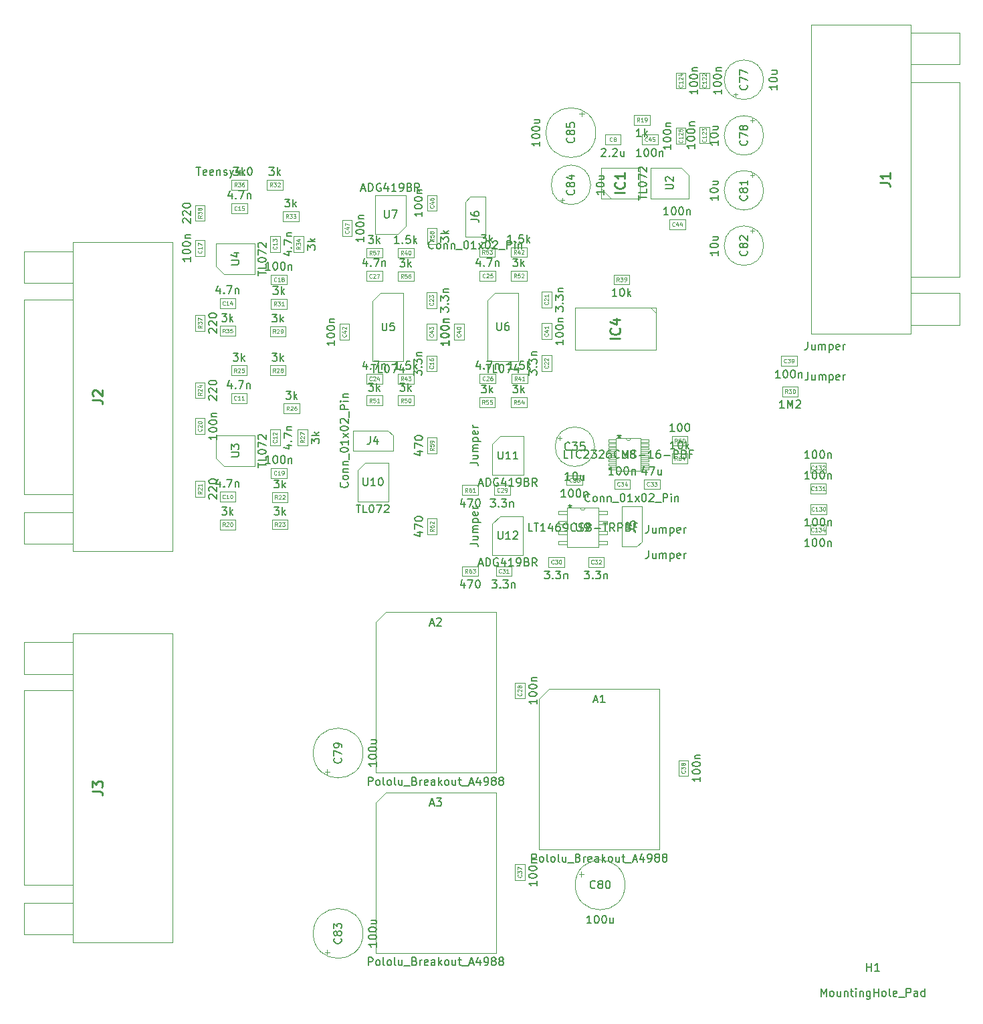
<source format=gbr>
G04 #@! TF.GenerationSoftware,KiCad,Pcbnew,9.0.0*
G04 #@! TF.CreationDate,2025-04-29T18:09:41-05:00*
G04 #@! TF.ProjectId,Mainboard,4d61696e-626f-4617-9264-2e6b69636164,rev?*
G04 #@! TF.SameCoordinates,Original*
G04 #@! TF.FileFunction,AssemblyDrawing,Top*
%FSLAX46Y46*%
G04 Gerber Fmt 4.6, Leading zero omitted, Abs format (unit mm)*
G04 Created by KiCad (PCBNEW 9.0.0) date 2025-04-29 18:09:41*
%MOMM*%
%LPD*%
G01*
G04 APERTURE LIST*
%ADD10C,0.150000*%
%ADD11C,0.080000*%
%ADD12C,0.254000*%
%ADD13C,0.100000*%
%ADD14C,0.025400*%
G04 APERTURE END LIST*
D10*
X164690475Y-63754580D02*
X164642856Y-63802200D01*
X164642856Y-63802200D02*
X164499999Y-63849819D01*
X164499999Y-63849819D02*
X164404761Y-63849819D01*
X164404761Y-63849819D02*
X164261904Y-63802200D01*
X164261904Y-63802200D02*
X164166666Y-63706961D01*
X164166666Y-63706961D02*
X164119047Y-63611723D01*
X164119047Y-63611723D02*
X164071428Y-63421247D01*
X164071428Y-63421247D02*
X164071428Y-63278390D01*
X164071428Y-63278390D02*
X164119047Y-63087914D01*
X164119047Y-63087914D02*
X164166666Y-62992676D01*
X164166666Y-62992676D02*
X164261904Y-62897438D01*
X164261904Y-62897438D02*
X164404761Y-62849819D01*
X164404761Y-62849819D02*
X164499999Y-62849819D01*
X164499999Y-62849819D02*
X164642856Y-62897438D01*
X164642856Y-62897438D02*
X164690475Y-62945057D01*
X165261904Y-63849819D02*
X165166666Y-63802200D01*
X165166666Y-63802200D02*
X165119047Y-63754580D01*
X165119047Y-63754580D02*
X165071428Y-63659342D01*
X165071428Y-63659342D02*
X165071428Y-63373628D01*
X165071428Y-63373628D02*
X165119047Y-63278390D01*
X165119047Y-63278390D02*
X165166666Y-63230771D01*
X165166666Y-63230771D02*
X165261904Y-63183152D01*
X165261904Y-63183152D02*
X165404761Y-63183152D01*
X165404761Y-63183152D02*
X165499999Y-63230771D01*
X165499999Y-63230771D02*
X165547618Y-63278390D01*
X165547618Y-63278390D02*
X165595237Y-63373628D01*
X165595237Y-63373628D02*
X165595237Y-63659342D01*
X165595237Y-63659342D02*
X165547618Y-63754580D01*
X165547618Y-63754580D02*
X165499999Y-63802200D01*
X165499999Y-63802200D02*
X165404761Y-63849819D01*
X165404761Y-63849819D02*
X165261904Y-63849819D01*
X166023809Y-63183152D02*
X166023809Y-63849819D01*
X166023809Y-63278390D02*
X166071428Y-63230771D01*
X166071428Y-63230771D02*
X166166666Y-63183152D01*
X166166666Y-63183152D02*
X166309523Y-63183152D01*
X166309523Y-63183152D02*
X166404761Y-63230771D01*
X166404761Y-63230771D02*
X166452380Y-63326009D01*
X166452380Y-63326009D02*
X166452380Y-63849819D01*
X166928571Y-63183152D02*
X166928571Y-63849819D01*
X166928571Y-63278390D02*
X166976190Y-63230771D01*
X166976190Y-63230771D02*
X167071428Y-63183152D01*
X167071428Y-63183152D02*
X167214285Y-63183152D01*
X167214285Y-63183152D02*
X167309523Y-63230771D01*
X167309523Y-63230771D02*
X167357142Y-63326009D01*
X167357142Y-63326009D02*
X167357142Y-63849819D01*
X167595238Y-63945057D02*
X168357142Y-63945057D01*
X168785714Y-62849819D02*
X168880952Y-62849819D01*
X168880952Y-62849819D02*
X168976190Y-62897438D01*
X168976190Y-62897438D02*
X169023809Y-62945057D01*
X169023809Y-62945057D02*
X169071428Y-63040295D01*
X169071428Y-63040295D02*
X169119047Y-63230771D01*
X169119047Y-63230771D02*
X169119047Y-63468866D01*
X169119047Y-63468866D02*
X169071428Y-63659342D01*
X169071428Y-63659342D02*
X169023809Y-63754580D01*
X169023809Y-63754580D02*
X168976190Y-63802200D01*
X168976190Y-63802200D02*
X168880952Y-63849819D01*
X168880952Y-63849819D02*
X168785714Y-63849819D01*
X168785714Y-63849819D02*
X168690476Y-63802200D01*
X168690476Y-63802200D02*
X168642857Y-63754580D01*
X168642857Y-63754580D02*
X168595238Y-63659342D01*
X168595238Y-63659342D02*
X168547619Y-63468866D01*
X168547619Y-63468866D02*
X168547619Y-63230771D01*
X168547619Y-63230771D02*
X168595238Y-63040295D01*
X168595238Y-63040295D02*
X168642857Y-62945057D01*
X168642857Y-62945057D02*
X168690476Y-62897438D01*
X168690476Y-62897438D02*
X168785714Y-62849819D01*
X170071428Y-63849819D02*
X169500000Y-63849819D01*
X169785714Y-63849819D02*
X169785714Y-62849819D01*
X169785714Y-62849819D02*
X169690476Y-62992676D01*
X169690476Y-62992676D02*
X169595238Y-63087914D01*
X169595238Y-63087914D02*
X169500000Y-63135533D01*
X170404762Y-63849819D02*
X170928571Y-63183152D01*
X170404762Y-63183152D02*
X170928571Y-63849819D01*
X171500000Y-62849819D02*
X171595238Y-62849819D01*
X171595238Y-62849819D02*
X171690476Y-62897438D01*
X171690476Y-62897438D02*
X171738095Y-62945057D01*
X171738095Y-62945057D02*
X171785714Y-63040295D01*
X171785714Y-63040295D02*
X171833333Y-63230771D01*
X171833333Y-63230771D02*
X171833333Y-63468866D01*
X171833333Y-63468866D02*
X171785714Y-63659342D01*
X171785714Y-63659342D02*
X171738095Y-63754580D01*
X171738095Y-63754580D02*
X171690476Y-63802200D01*
X171690476Y-63802200D02*
X171595238Y-63849819D01*
X171595238Y-63849819D02*
X171500000Y-63849819D01*
X171500000Y-63849819D02*
X171404762Y-63802200D01*
X171404762Y-63802200D02*
X171357143Y-63754580D01*
X171357143Y-63754580D02*
X171309524Y-63659342D01*
X171309524Y-63659342D02*
X171261905Y-63468866D01*
X171261905Y-63468866D02*
X171261905Y-63230771D01*
X171261905Y-63230771D02*
X171309524Y-63040295D01*
X171309524Y-63040295D02*
X171357143Y-62945057D01*
X171357143Y-62945057D02*
X171404762Y-62897438D01*
X171404762Y-62897438D02*
X171500000Y-62849819D01*
X172214286Y-62945057D02*
X172261905Y-62897438D01*
X172261905Y-62897438D02*
X172357143Y-62849819D01*
X172357143Y-62849819D02*
X172595238Y-62849819D01*
X172595238Y-62849819D02*
X172690476Y-62897438D01*
X172690476Y-62897438D02*
X172738095Y-62945057D01*
X172738095Y-62945057D02*
X172785714Y-63040295D01*
X172785714Y-63040295D02*
X172785714Y-63135533D01*
X172785714Y-63135533D02*
X172738095Y-63278390D01*
X172738095Y-63278390D02*
X172166667Y-63849819D01*
X172166667Y-63849819D02*
X172785714Y-63849819D01*
X172976191Y-63945057D02*
X173738095Y-63945057D01*
X173976191Y-63849819D02*
X173976191Y-62849819D01*
X173976191Y-62849819D02*
X174357143Y-62849819D01*
X174357143Y-62849819D02*
X174452381Y-62897438D01*
X174452381Y-62897438D02*
X174500000Y-62945057D01*
X174500000Y-62945057D02*
X174547619Y-63040295D01*
X174547619Y-63040295D02*
X174547619Y-63183152D01*
X174547619Y-63183152D02*
X174500000Y-63278390D01*
X174500000Y-63278390D02*
X174452381Y-63326009D01*
X174452381Y-63326009D02*
X174357143Y-63373628D01*
X174357143Y-63373628D02*
X173976191Y-63373628D01*
X174976191Y-63849819D02*
X174976191Y-63183152D01*
X174976191Y-62849819D02*
X174928572Y-62897438D01*
X174928572Y-62897438D02*
X174976191Y-62945057D01*
X174976191Y-62945057D02*
X175023810Y-62897438D01*
X175023810Y-62897438D02*
X174976191Y-62849819D01*
X174976191Y-62849819D02*
X174976191Y-62945057D01*
X175452381Y-63183152D02*
X175452381Y-63849819D01*
X175452381Y-63278390D02*
X175500000Y-63230771D01*
X175500000Y-63230771D02*
X175595238Y-63183152D01*
X175595238Y-63183152D02*
X175738095Y-63183152D01*
X175738095Y-63183152D02*
X175833333Y-63230771D01*
X175833333Y-63230771D02*
X175880952Y-63326009D01*
X175880952Y-63326009D02*
X175880952Y-63849819D01*
X169454819Y-60128333D02*
X170169104Y-60128333D01*
X170169104Y-60128333D02*
X170311961Y-60175952D01*
X170311961Y-60175952D02*
X170407200Y-60271190D01*
X170407200Y-60271190D02*
X170454819Y-60414047D01*
X170454819Y-60414047D02*
X170454819Y-60509285D01*
X169454819Y-59223571D02*
X169454819Y-59414047D01*
X169454819Y-59414047D02*
X169502438Y-59509285D01*
X169502438Y-59509285D02*
X169550057Y-59556904D01*
X169550057Y-59556904D02*
X169692914Y-59652142D01*
X169692914Y-59652142D02*
X169883390Y-59699761D01*
X169883390Y-59699761D02*
X170264342Y-59699761D01*
X170264342Y-59699761D02*
X170359580Y-59652142D01*
X170359580Y-59652142D02*
X170407200Y-59604523D01*
X170407200Y-59604523D02*
X170454819Y-59509285D01*
X170454819Y-59509285D02*
X170454819Y-59318809D01*
X170454819Y-59318809D02*
X170407200Y-59223571D01*
X170407200Y-59223571D02*
X170359580Y-59175952D01*
X170359580Y-59175952D02*
X170264342Y-59128333D01*
X170264342Y-59128333D02*
X170026247Y-59128333D01*
X170026247Y-59128333D02*
X169931009Y-59175952D01*
X169931009Y-59175952D02*
X169883390Y-59223571D01*
X169883390Y-59223571D02*
X169835771Y-59318809D01*
X169835771Y-59318809D02*
X169835771Y-59509285D01*
X169835771Y-59509285D02*
X169883390Y-59604523D01*
X169883390Y-59604523D02*
X169931009Y-59652142D01*
X169931009Y-59652142D02*
X170026247Y-59699761D01*
X177161189Y-141459819D02*
X177161189Y-140459819D01*
X177161189Y-140459819D02*
X177542141Y-140459819D01*
X177542141Y-140459819D02*
X177637379Y-140507438D01*
X177637379Y-140507438D02*
X177684998Y-140555057D01*
X177684998Y-140555057D02*
X177732617Y-140650295D01*
X177732617Y-140650295D02*
X177732617Y-140793152D01*
X177732617Y-140793152D02*
X177684998Y-140888390D01*
X177684998Y-140888390D02*
X177637379Y-140936009D01*
X177637379Y-140936009D02*
X177542141Y-140983628D01*
X177542141Y-140983628D02*
X177161189Y-140983628D01*
X178304046Y-141459819D02*
X178208808Y-141412200D01*
X178208808Y-141412200D02*
X178161189Y-141364580D01*
X178161189Y-141364580D02*
X178113570Y-141269342D01*
X178113570Y-141269342D02*
X178113570Y-140983628D01*
X178113570Y-140983628D02*
X178161189Y-140888390D01*
X178161189Y-140888390D02*
X178208808Y-140840771D01*
X178208808Y-140840771D02*
X178304046Y-140793152D01*
X178304046Y-140793152D02*
X178446903Y-140793152D01*
X178446903Y-140793152D02*
X178542141Y-140840771D01*
X178542141Y-140840771D02*
X178589760Y-140888390D01*
X178589760Y-140888390D02*
X178637379Y-140983628D01*
X178637379Y-140983628D02*
X178637379Y-141269342D01*
X178637379Y-141269342D02*
X178589760Y-141364580D01*
X178589760Y-141364580D02*
X178542141Y-141412200D01*
X178542141Y-141412200D02*
X178446903Y-141459819D01*
X178446903Y-141459819D02*
X178304046Y-141459819D01*
X179208808Y-141459819D02*
X179113570Y-141412200D01*
X179113570Y-141412200D02*
X179065951Y-141316961D01*
X179065951Y-141316961D02*
X179065951Y-140459819D01*
X179732618Y-141459819D02*
X179637380Y-141412200D01*
X179637380Y-141412200D02*
X179589761Y-141364580D01*
X179589761Y-141364580D02*
X179542142Y-141269342D01*
X179542142Y-141269342D02*
X179542142Y-140983628D01*
X179542142Y-140983628D02*
X179589761Y-140888390D01*
X179589761Y-140888390D02*
X179637380Y-140840771D01*
X179637380Y-140840771D02*
X179732618Y-140793152D01*
X179732618Y-140793152D02*
X179875475Y-140793152D01*
X179875475Y-140793152D02*
X179970713Y-140840771D01*
X179970713Y-140840771D02*
X180018332Y-140888390D01*
X180018332Y-140888390D02*
X180065951Y-140983628D01*
X180065951Y-140983628D02*
X180065951Y-141269342D01*
X180065951Y-141269342D02*
X180018332Y-141364580D01*
X180018332Y-141364580D02*
X179970713Y-141412200D01*
X179970713Y-141412200D02*
X179875475Y-141459819D01*
X179875475Y-141459819D02*
X179732618Y-141459819D01*
X180637380Y-141459819D02*
X180542142Y-141412200D01*
X180542142Y-141412200D02*
X180494523Y-141316961D01*
X180494523Y-141316961D02*
X180494523Y-140459819D01*
X181446904Y-140793152D02*
X181446904Y-141459819D01*
X181018333Y-140793152D02*
X181018333Y-141316961D01*
X181018333Y-141316961D02*
X181065952Y-141412200D01*
X181065952Y-141412200D02*
X181161190Y-141459819D01*
X181161190Y-141459819D02*
X181304047Y-141459819D01*
X181304047Y-141459819D02*
X181399285Y-141412200D01*
X181399285Y-141412200D02*
X181446904Y-141364580D01*
X181685000Y-141555057D02*
X182446904Y-141555057D01*
X183018333Y-140936009D02*
X183161190Y-140983628D01*
X183161190Y-140983628D02*
X183208809Y-141031247D01*
X183208809Y-141031247D02*
X183256428Y-141126485D01*
X183256428Y-141126485D02*
X183256428Y-141269342D01*
X183256428Y-141269342D02*
X183208809Y-141364580D01*
X183208809Y-141364580D02*
X183161190Y-141412200D01*
X183161190Y-141412200D02*
X183065952Y-141459819D01*
X183065952Y-141459819D02*
X182685000Y-141459819D01*
X182685000Y-141459819D02*
X182685000Y-140459819D01*
X182685000Y-140459819D02*
X183018333Y-140459819D01*
X183018333Y-140459819D02*
X183113571Y-140507438D01*
X183113571Y-140507438D02*
X183161190Y-140555057D01*
X183161190Y-140555057D02*
X183208809Y-140650295D01*
X183208809Y-140650295D02*
X183208809Y-140745533D01*
X183208809Y-140745533D02*
X183161190Y-140840771D01*
X183161190Y-140840771D02*
X183113571Y-140888390D01*
X183113571Y-140888390D02*
X183018333Y-140936009D01*
X183018333Y-140936009D02*
X182685000Y-140936009D01*
X183685000Y-141459819D02*
X183685000Y-140793152D01*
X183685000Y-140983628D02*
X183732619Y-140888390D01*
X183732619Y-140888390D02*
X183780238Y-140840771D01*
X183780238Y-140840771D02*
X183875476Y-140793152D01*
X183875476Y-140793152D02*
X183970714Y-140793152D01*
X184685000Y-141412200D02*
X184589762Y-141459819D01*
X184589762Y-141459819D02*
X184399286Y-141459819D01*
X184399286Y-141459819D02*
X184304048Y-141412200D01*
X184304048Y-141412200D02*
X184256429Y-141316961D01*
X184256429Y-141316961D02*
X184256429Y-140936009D01*
X184256429Y-140936009D02*
X184304048Y-140840771D01*
X184304048Y-140840771D02*
X184399286Y-140793152D01*
X184399286Y-140793152D02*
X184589762Y-140793152D01*
X184589762Y-140793152D02*
X184685000Y-140840771D01*
X184685000Y-140840771D02*
X184732619Y-140936009D01*
X184732619Y-140936009D02*
X184732619Y-141031247D01*
X184732619Y-141031247D02*
X184256429Y-141126485D01*
X185589762Y-141459819D02*
X185589762Y-140936009D01*
X185589762Y-140936009D02*
X185542143Y-140840771D01*
X185542143Y-140840771D02*
X185446905Y-140793152D01*
X185446905Y-140793152D02*
X185256429Y-140793152D01*
X185256429Y-140793152D02*
X185161191Y-140840771D01*
X185589762Y-141412200D02*
X185494524Y-141459819D01*
X185494524Y-141459819D02*
X185256429Y-141459819D01*
X185256429Y-141459819D02*
X185161191Y-141412200D01*
X185161191Y-141412200D02*
X185113572Y-141316961D01*
X185113572Y-141316961D02*
X185113572Y-141221723D01*
X185113572Y-141221723D02*
X185161191Y-141126485D01*
X185161191Y-141126485D02*
X185256429Y-141078866D01*
X185256429Y-141078866D02*
X185494524Y-141078866D01*
X185494524Y-141078866D02*
X185589762Y-141031247D01*
X186065953Y-141459819D02*
X186065953Y-140459819D01*
X186161191Y-141078866D02*
X186446905Y-141459819D01*
X186446905Y-140793152D02*
X186065953Y-141174104D01*
X187018334Y-141459819D02*
X186923096Y-141412200D01*
X186923096Y-141412200D02*
X186875477Y-141364580D01*
X186875477Y-141364580D02*
X186827858Y-141269342D01*
X186827858Y-141269342D02*
X186827858Y-140983628D01*
X186827858Y-140983628D02*
X186875477Y-140888390D01*
X186875477Y-140888390D02*
X186923096Y-140840771D01*
X186923096Y-140840771D02*
X187018334Y-140793152D01*
X187018334Y-140793152D02*
X187161191Y-140793152D01*
X187161191Y-140793152D02*
X187256429Y-140840771D01*
X187256429Y-140840771D02*
X187304048Y-140888390D01*
X187304048Y-140888390D02*
X187351667Y-140983628D01*
X187351667Y-140983628D02*
X187351667Y-141269342D01*
X187351667Y-141269342D02*
X187304048Y-141364580D01*
X187304048Y-141364580D02*
X187256429Y-141412200D01*
X187256429Y-141412200D02*
X187161191Y-141459819D01*
X187161191Y-141459819D02*
X187018334Y-141459819D01*
X188208810Y-140793152D02*
X188208810Y-141459819D01*
X187780239Y-140793152D02*
X187780239Y-141316961D01*
X187780239Y-141316961D02*
X187827858Y-141412200D01*
X187827858Y-141412200D02*
X187923096Y-141459819D01*
X187923096Y-141459819D02*
X188065953Y-141459819D01*
X188065953Y-141459819D02*
X188161191Y-141412200D01*
X188161191Y-141412200D02*
X188208810Y-141364580D01*
X188542144Y-140793152D02*
X188923096Y-140793152D01*
X188685001Y-140459819D02*
X188685001Y-141316961D01*
X188685001Y-141316961D02*
X188732620Y-141412200D01*
X188732620Y-141412200D02*
X188827858Y-141459819D01*
X188827858Y-141459819D02*
X188923096Y-141459819D01*
X189018335Y-141555057D02*
X189780239Y-141555057D01*
X189970716Y-141174104D02*
X190446906Y-141174104D01*
X189875478Y-141459819D02*
X190208811Y-140459819D01*
X190208811Y-140459819D02*
X190542144Y-141459819D01*
X191304049Y-140793152D02*
X191304049Y-141459819D01*
X191065954Y-140412200D02*
X190827859Y-141126485D01*
X190827859Y-141126485D02*
X191446906Y-141126485D01*
X191875478Y-141459819D02*
X192065954Y-141459819D01*
X192065954Y-141459819D02*
X192161192Y-141412200D01*
X192161192Y-141412200D02*
X192208811Y-141364580D01*
X192208811Y-141364580D02*
X192304049Y-141221723D01*
X192304049Y-141221723D02*
X192351668Y-141031247D01*
X192351668Y-141031247D02*
X192351668Y-140650295D01*
X192351668Y-140650295D02*
X192304049Y-140555057D01*
X192304049Y-140555057D02*
X192256430Y-140507438D01*
X192256430Y-140507438D02*
X192161192Y-140459819D01*
X192161192Y-140459819D02*
X191970716Y-140459819D01*
X191970716Y-140459819D02*
X191875478Y-140507438D01*
X191875478Y-140507438D02*
X191827859Y-140555057D01*
X191827859Y-140555057D02*
X191780240Y-140650295D01*
X191780240Y-140650295D02*
X191780240Y-140888390D01*
X191780240Y-140888390D02*
X191827859Y-140983628D01*
X191827859Y-140983628D02*
X191875478Y-141031247D01*
X191875478Y-141031247D02*
X191970716Y-141078866D01*
X191970716Y-141078866D02*
X192161192Y-141078866D01*
X192161192Y-141078866D02*
X192256430Y-141031247D01*
X192256430Y-141031247D02*
X192304049Y-140983628D01*
X192304049Y-140983628D02*
X192351668Y-140888390D01*
X192923097Y-140888390D02*
X192827859Y-140840771D01*
X192827859Y-140840771D02*
X192780240Y-140793152D01*
X192780240Y-140793152D02*
X192732621Y-140697914D01*
X192732621Y-140697914D02*
X192732621Y-140650295D01*
X192732621Y-140650295D02*
X192780240Y-140555057D01*
X192780240Y-140555057D02*
X192827859Y-140507438D01*
X192827859Y-140507438D02*
X192923097Y-140459819D01*
X192923097Y-140459819D02*
X193113573Y-140459819D01*
X193113573Y-140459819D02*
X193208811Y-140507438D01*
X193208811Y-140507438D02*
X193256430Y-140555057D01*
X193256430Y-140555057D02*
X193304049Y-140650295D01*
X193304049Y-140650295D02*
X193304049Y-140697914D01*
X193304049Y-140697914D02*
X193256430Y-140793152D01*
X193256430Y-140793152D02*
X193208811Y-140840771D01*
X193208811Y-140840771D02*
X193113573Y-140888390D01*
X193113573Y-140888390D02*
X192923097Y-140888390D01*
X192923097Y-140888390D02*
X192827859Y-140936009D01*
X192827859Y-140936009D02*
X192780240Y-140983628D01*
X192780240Y-140983628D02*
X192732621Y-141078866D01*
X192732621Y-141078866D02*
X192732621Y-141269342D01*
X192732621Y-141269342D02*
X192780240Y-141364580D01*
X192780240Y-141364580D02*
X192827859Y-141412200D01*
X192827859Y-141412200D02*
X192923097Y-141459819D01*
X192923097Y-141459819D02*
X193113573Y-141459819D01*
X193113573Y-141459819D02*
X193208811Y-141412200D01*
X193208811Y-141412200D02*
X193256430Y-141364580D01*
X193256430Y-141364580D02*
X193304049Y-141269342D01*
X193304049Y-141269342D02*
X193304049Y-141078866D01*
X193304049Y-141078866D02*
X193256430Y-140983628D01*
X193256430Y-140983628D02*
X193208811Y-140936009D01*
X193208811Y-140936009D02*
X193113573Y-140888390D01*
X193875478Y-140888390D02*
X193780240Y-140840771D01*
X193780240Y-140840771D02*
X193732621Y-140793152D01*
X193732621Y-140793152D02*
X193685002Y-140697914D01*
X193685002Y-140697914D02*
X193685002Y-140650295D01*
X193685002Y-140650295D02*
X193732621Y-140555057D01*
X193732621Y-140555057D02*
X193780240Y-140507438D01*
X193780240Y-140507438D02*
X193875478Y-140459819D01*
X193875478Y-140459819D02*
X194065954Y-140459819D01*
X194065954Y-140459819D02*
X194161192Y-140507438D01*
X194161192Y-140507438D02*
X194208811Y-140555057D01*
X194208811Y-140555057D02*
X194256430Y-140650295D01*
X194256430Y-140650295D02*
X194256430Y-140697914D01*
X194256430Y-140697914D02*
X194208811Y-140793152D01*
X194208811Y-140793152D02*
X194161192Y-140840771D01*
X194161192Y-140840771D02*
X194065954Y-140888390D01*
X194065954Y-140888390D02*
X193875478Y-140888390D01*
X193875478Y-140888390D02*
X193780240Y-140936009D01*
X193780240Y-140936009D02*
X193732621Y-140983628D01*
X193732621Y-140983628D02*
X193685002Y-141078866D01*
X193685002Y-141078866D02*
X193685002Y-141269342D01*
X193685002Y-141269342D02*
X193732621Y-141364580D01*
X193732621Y-141364580D02*
X193780240Y-141412200D01*
X193780240Y-141412200D02*
X193875478Y-141459819D01*
X193875478Y-141459819D02*
X194065954Y-141459819D01*
X194065954Y-141459819D02*
X194161192Y-141412200D01*
X194161192Y-141412200D02*
X194208811Y-141364580D01*
X194208811Y-141364580D02*
X194256430Y-141269342D01*
X194256430Y-141269342D02*
X194256430Y-141078866D01*
X194256430Y-141078866D02*
X194208811Y-140983628D01*
X194208811Y-140983628D02*
X194161192Y-140936009D01*
X194161192Y-140936009D02*
X194065954Y-140888390D01*
X184970714Y-121004104D02*
X185446904Y-121004104D01*
X184875476Y-121289819D02*
X185208809Y-120289819D01*
X185208809Y-120289819D02*
X185542142Y-121289819D01*
X186399285Y-121289819D02*
X185827857Y-121289819D01*
X186113571Y-121289819D02*
X186113571Y-120289819D01*
X186113571Y-120289819D02*
X186018333Y-120432676D01*
X186018333Y-120432676D02*
X185923095Y-120527914D01*
X185923095Y-120527914D02*
X185827857Y-120575533D01*
X198469819Y-130711047D02*
X198469819Y-131282475D01*
X198469819Y-130996761D02*
X197469819Y-130996761D01*
X197469819Y-130996761D02*
X197612676Y-131091999D01*
X197612676Y-131091999D02*
X197707914Y-131187237D01*
X197707914Y-131187237D02*
X197755533Y-131282475D01*
X197469819Y-130091999D02*
X197469819Y-129996761D01*
X197469819Y-129996761D02*
X197517438Y-129901523D01*
X197517438Y-129901523D02*
X197565057Y-129853904D01*
X197565057Y-129853904D02*
X197660295Y-129806285D01*
X197660295Y-129806285D02*
X197850771Y-129758666D01*
X197850771Y-129758666D02*
X198088866Y-129758666D01*
X198088866Y-129758666D02*
X198279342Y-129806285D01*
X198279342Y-129806285D02*
X198374580Y-129853904D01*
X198374580Y-129853904D02*
X198422200Y-129901523D01*
X198422200Y-129901523D02*
X198469819Y-129996761D01*
X198469819Y-129996761D02*
X198469819Y-130091999D01*
X198469819Y-130091999D02*
X198422200Y-130187237D01*
X198422200Y-130187237D02*
X198374580Y-130234856D01*
X198374580Y-130234856D02*
X198279342Y-130282475D01*
X198279342Y-130282475D02*
X198088866Y-130330094D01*
X198088866Y-130330094D02*
X197850771Y-130330094D01*
X197850771Y-130330094D02*
X197660295Y-130282475D01*
X197660295Y-130282475D02*
X197565057Y-130234856D01*
X197565057Y-130234856D02*
X197517438Y-130187237D01*
X197517438Y-130187237D02*
X197469819Y-130091999D01*
X197469819Y-129139618D02*
X197469819Y-129044380D01*
X197469819Y-129044380D02*
X197517438Y-128949142D01*
X197517438Y-128949142D02*
X197565057Y-128901523D01*
X197565057Y-128901523D02*
X197660295Y-128853904D01*
X197660295Y-128853904D02*
X197850771Y-128806285D01*
X197850771Y-128806285D02*
X198088866Y-128806285D01*
X198088866Y-128806285D02*
X198279342Y-128853904D01*
X198279342Y-128853904D02*
X198374580Y-128901523D01*
X198374580Y-128901523D02*
X198422200Y-128949142D01*
X198422200Y-128949142D02*
X198469819Y-129044380D01*
X198469819Y-129044380D02*
X198469819Y-129139618D01*
X198469819Y-129139618D02*
X198422200Y-129234856D01*
X198422200Y-129234856D02*
X198374580Y-129282475D01*
X198374580Y-129282475D02*
X198279342Y-129330094D01*
X198279342Y-129330094D02*
X198088866Y-129377713D01*
X198088866Y-129377713D02*
X197850771Y-129377713D01*
X197850771Y-129377713D02*
X197660295Y-129330094D01*
X197660295Y-129330094D02*
X197565057Y-129282475D01*
X197565057Y-129282475D02*
X197517438Y-129234856D01*
X197517438Y-129234856D02*
X197469819Y-129139618D01*
X197803152Y-128377713D02*
X198469819Y-128377713D01*
X197898390Y-128377713D02*
X197850771Y-128330094D01*
X197850771Y-128330094D02*
X197803152Y-128234856D01*
X197803152Y-128234856D02*
X197803152Y-128091999D01*
X197803152Y-128091999D02*
X197850771Y-127996761D01*
X197850771Y-127996761D02*
X197946009Y-127949142D01*
X197946009Y-127949142D02*
X198469819Y-127949142D01*
D11*
X196514530Y-129913428D02*
X196538340Y-129937237D01*
X196538340Y-129937237D02*
X196562149Y-130008666D01*
X196562149Y-130008666D02*
X196562149Y-130056285D01*
X196562149Y-130056285D02*
X196538340Y-130127713D01*
X196538340Y-130127713D02*
X196490720Y-130175332D01*
X196490720Y-130175332D02*
X196443101Y-130199142D01*
X196443101Y-130199142D02*
X196347863Y-130222951D01*
X196347863Y-130222951D02*
X196276435Y-130222951D01*
X196276435Y-130222951D02*
X196181197Y-130199142D01*
X196181197Y-130199142D02*
X196133578Y-130175332D01*
X196133578Y-130175332D02*
X196085959Y-130127713D01*
X196085959Y-130127713D02*
X196062149Y-130056285D01*
X196062149Y-130056285D02*
X196062149Y-130008666D01*
X196062149Y-130008666D02*
X196085959Y-129937237D01*
X196085959Y-129937237D02*
X196109768Y-129913428D01*
X196062149Y-129746761D02*
X196062149Y-129437237D01*
X196062149Y-129437237D02*
X196252625Y-129603904D01*
X196252625Y-129603904D02*
X196252625Y-129532475D01*
X196252625Y-129532475D02*
X196276435Y-129484856D01*
X196276435Y-129484856D02*
X196300244Y-129461047D01*
X196300244Y-129461047D02*
X196347863Y-129437237D01*
X196347863Y-129437237D02*
X196466911Y-129437237D01*
X196466911Y-129437237D02*
X196514530Y-129461047D01*
X196514530Y-129461047D02*
X196538340Y-129484856D01*
X196538340Y-129484856D02*
X196562149Y-129532475D01*
X196562149Y-129532475D02*
X196562149Y-129675332D01*
X196562149Y-129675332D02*
X196538340Y-129722951D01*
X196538340Y-129722951D02*
X196514530Y-129746761D01*
X196276435Y-129151523D02*
X196252625Y-129199142D01*
X196252625Y-129199142D02*
X196228816Y-129222952D01*
X196228816Y-129222952D02*
X196181197Y-129246761D01*
X196181197Y-129246761D02*
X196157387Y-129246761D01*
X196157387Y-129246761D02*
X196109768Y-129222952D01*
X196109768Y-129222952D02*
X196085959Y-129199142D01*
X196085959Y-129199142D02*
X196062149Y-129151523D01*
X196062149Y-129151523D02*
X196062149Y-129056285D01*
X196062149Y-129056285D02*
X196085959Y-129008666D01*
X196085959Y-129008666D02*
X196109768Y-128984857D01*
X196109768Y-128984857D02*
X196157387Y-128961047D01*
X196157387Y-128961047D02*
X196181197Y-128961047D01*
X196181197Y-128961047D02*
X196228816Y-128984857D01*
X196228816Y-128984857D02*
X196252625Y-129008666D01*
X196252625Y-129008666D02*
X196276435Y-129056285D01*
X196276435Y-129056285D02*
X196276435Y-129151523D01*
X196276435Y-129151523D02*
X196300244Y-129199142D01*
X196300244Y-129199142D02*
X196324054Y-129222952D01*
X196324054Y-129222952D02*
X196371673Y-129246761D01*
X196371673Y-129246761D02*
X196466911Y-129246761D01*
X196466911Y-129246761D02*
X196514530Y-129222952D01*
X196514530Y-129222952D02*
X196538340Y-129199142D01*
X196538340Y-129199142D02*
X196562149Y-129151523D01*
X196562149Y-129151523D02*
X196562149Y-129056285D01*
X196562149Y-129056285D02*
X196538340Y-129008666D01*
X196538340Y-129008666D02*
X196514530Y-128984857D01*
X196514530Y-128984857D02*
X196466911Y-128961047D01*
X196466911Y-128961047D02*
X196371673Y-128961047D01*
X196371673Y-128961047D02*
X196324054Y-128984857D01*
X196324054Y-128984857D02*
X196300244Y-129008666D01*
X196300244Y-129008666D02*
X196276435Y-129056285D01*
D10*
X184680952Y-149229819D02*
X184109524Y-149229819D01*
X184395238Y-149229819D02*
X184395238Y-148229819D01*
X184395238Y-148229819D02*
X184300000Y-148372676D01*
X184300000Y-148372676D02*
X184204762Y-148467914D01*
X184204762Y-148467914D02*
X184109524Y-148515533D01*
X185300000Y-148229819D02*
X185395238Y-148229819D01*
X185395238Y-148229819D02*
X185490476Y-148277438D01*
X185490476Y-148277438D02*
X185538095Y-148325057D01*
X185538095Y-148325057D02*
X185585714Y-148420295D01*
X185585714Y-148420295D02*
X185633333Y-148610771D01*
X185633333Y-148610771D02*
X185633333Y-148848866D01*
X185633333Y-148848866D02*
X185585714Y-149039342D01*
X185585714Y-149039342D02*
X185538095Y-149134580D01*
X185538095Y-149134580D02*
X185490476Y-149182200D01*
X185490476Y-149182200D02*
X185395238Y-149229819D01*
X185395238Y-149229819D02*
X185300000Y-149229819D01*
X185300000Y-149229819D02*
X185204762Y-149182200D01*
X185204762Y-149182200D02*
X185157143Y-149134580D01*
X185157143Y-149134580D02*
X185109524Y-149039342D01*
X185109524Y-149039342D02*
X185061905Y-148848866D01*
X185061905Y-148848866D02*
X185061905Y-148610771D01*
X185061905Y-148610771D02*
X185109524Y-148420295D01*
X185109524Y-148420295D02*
X185157143Y-148325057D01*
X185157143Y-148325057D02*
X185204762Y-148277438D01*
X185204762Y-148277438D02*
X185300000Y-148229819D01*
X186252381Y-148229819D02*
X186347619Y-148229819D01*
X186347619Y-148229819D02*
X186442857Y-148277438D01*
X186442857Y-148277438D02*
X186490476Y-148325057D01*
X186490476Y-148325057D02*
X186538095Y-148420295D01*
X186538095Y-148420295D02*
X186585714Y-148610771D01*
X186585714Y-148610771D02*
X186585714Y-148848866D01*
X186585714Y-148848866D02*
X186538095Y-149039342D01*
X186538095Y-149039342D02*
X186490476Y-149134580D01*
X186490476Y-149134580D02*
X186442857Y-149182200D01*
X186442857Y-149182200D02*
X186347619Y-149229819D01*
X186347619Y-149229819D02*
X186252381Y-149229819D01*
X186252381Y-149229819D02*
X186157143Y-149182200D01*
X186157143Y-149182200D02*
X186109524Y-149134580D01*
X186109524Y-149134580D02*
X186061905Y-149039342D01*
X186061905Y-149039342D02*
X186014286Y-148848866D01*
X186014286Y-148848866D02*
X186014286Y-148610771D01*
X186014286Y-148610771D02*
X186061905Y-148420295D01*
X186061905Y-148420295D02*
X186109524Y-148325057D01*
X186109524Y-148325057D02*
X186157143Y-148277438D01*
X186157143Y-148277438D02*
X186252381Y-148229819D01*
X187442857Y-148563152D02*
X187442857Y-149229819D01*
X187014286Y-148563152D02*
X187014286Y-149086961D01*
X187014286Y-149086961D02*
X187061905Y-149182200D01*
X187061905Y-149182200D02*
X187157143Y-149229819D01*
X187157143Y-149229819D02*
X187300000Y-149229819D01*
X187300000Y-149229819D02*
X187395238Y-149182200D01*
X187395238Y-149182200D02*
X187442857Y-149134580D01*
X185157142Y-144734580D02*
X185109523Y-144782200D01*
X185109523Y-144782200D02*
X184966666Y-144829819D01*
X184966666Y-144829819D02*
X184871428Y-144829819D01*
X184871428Y-144829819D02*
X184728571Y-144782200D01*
X184728571Y-144782200D02*
X184633333Y-144686961D01*
X184633333Y-144686961D02*
X184585714Y-144591723D01*
X184585714Y-144591723D02*
X184538095Y-144401247D01*
X184538095Y-144401247D02*
X184538095Y-144258390D01*
X184538095Y-144258390D02*
X184585714Y-144067914D01*
X184585714Y-144067914D02*
X184633333Y-143972676D01*
X184633333Y-143972676D02*
X184728571Y-143877438D01*
X184728571Y-143877438D02*
X184871428Y-143829819D01*
X184871428Y-143829819D02*
X184966666Y-143829819D01*
X184966666Y-143829819D02*
X185109523Y-143877438D01*
X185109523Y-143877438D02*
X185157142Y-143925057D01*
X185728571Y-144258390D02*
X185633333Y-144210771D01*
X185633333Y-144210771D02*
X185585714Y-144163152D01*
X185585714Y-144163152D02*
X185538095Y-144067914D01*
X185538095Y-144067914D02*
X185538095Y-144020295D01*
X185538095Y-144020295D02*
X185585714Y-143925057D01*
X185585714Y-143925057D02*
X185633333Y-143877438D01*
X185633333Y-143877438D02*
X185728571Y-143829819D01*
X185728571Y-143829819D02*
X185919047Y-143829819D01*
X185919047Y-143829819D02*
X186014285Y-143877438D01*
X186014285Y-143877438D02*
X186061904Y-143925057D01*
X186061904Y-143925057D02*
X186109523Y-144020295D01*
X186109523Y-144020295D02*
X186109523Y-144067914D01*
X186109523Y-144067914D02*
X186061904Y-144163152D01*
X186061904Y-144163152D02*
X186014285Y-144210771D01*
X186014285Y-144210771D02*
X185919047Y-144258390D01*
X185919047Y-144258390D02*
X185728571Y-144258390D01*
X185728571Y-144258390D02*
X185633333Y-144306009D01*
X185633333Y-144306009D02*
X185585714Y-144353628D01*
X185585714Y-144353628D02*
X185538095Y-144448866D01*
X185538095Y-144448866D02*
X185538095Y-144639342D01*
X185538095Y-144639342D02*
X185585714Y-144734580D01*
X185585714Y-144734580D02*
X185633333Y-144782200D01*
X185633333Y-144782200D02*
X185728571Y-144829819D01*
X185728571Y-144829819D02*
X185919047Y-144829819D01*
X185919047Y-144829819D02*
X186014285Y-144782200D01*
X186014285Y-144782200D02*
X186061904Y-144734580D01*
X186061904Y-144734580D02*
X186109523Y-144639342D01*
X186109523Y-144639342D02*
X186109523Y-144448866D01*
X186109523Y-144448866D02*
X186061904Y-144353628D01*
X186061904Y-144353628D02*
X186014285Y-144306009D01*
X186014285Y-144306009D02*
X185919047Y-144258390D01*
X186728571Y-143829819D02*
X186823809Y-143829819D01*
X186823809Y-143829819D02*
X186919047Y-143877438D01*
X186919047Y-143877438D02*
X186966666Y-143925057D01*
X186966666Y-143925057D02*
X187014285Y-144020295D01*
X187014285Y-144020295D02*
X187061904Y-144210771D01*
X187061904Y-144210771D02*
X187061904Y-144448866D01*
X187061904Y-144448866D02*
X187014285Y-144639342D01*
X187014285Y-144639342D02*
X186966666Y-144734580D01*
X186966666Y-144734580D02*
X186919047Y-144782200D01*
X186919047Y-144782200D02*
X186823809Y-144829819D01*
X186823809Y-144829819D02*
X186728571Y-144829819D01*
X186728571Y-144829819D02*
X186633333Y-144782200D01*
X186633333Y-144782200D02*
X186585714Y-144734580D01*
X186585714Y-144734580D02*
X186538095Y-144639342D01*
X186538095Y-144639342D02*
X186490476Y-144448866D01*
X186490476Y-144448866D02*
X186490476Y-144210771D01*
X186490476Y-144210771D02*
X186538095Y-144020295D01*
X186538095Y-144020295D02*
X186585714Y-143925057D01*
X186585714Y-143925057D02*
X186633333Y-143877438D01*
X186633333Y-143877438D02*
X186728571Y-143829819D01*
X190985952Y-52159819D02*
X190414524Y-52159819D01*
X190700238Y-52159819D02*
X190700238Y-51159819D01*
X190700238Y-51159819D02*
X190605000Y-51302676D01*
X190605000Y-51302676D02*
X190509762Y-51397914D01*
X190509762Y-51397914D02*
X190414524Y-51445533D01*
X191605000Y-51159819D02*
X191700238Y-51159819D01*
X191700238Y-51159819D02*
X191795476Y-51207438D01*
X191795476Y-51207438D02*
X191843095Y-51255057D01*
X191843095Y-51255057D02*
X191890714Y-51350295D01*
X191890714Y-51350295D02*
X191938333Y-51540771D01*
X191938333Y-51540771D02*
X191938333Y-51778866D01*
X191938333Y-51778866D02*
X191890714Y-51969342D01*
X191890714Y-51969342D02*
X191843095Y-52064580D01*
X191843095Y-52064580D02*
X191795476Y-52112200D01*
X191795476Y-52112200D02*
X191700238Y-52159819D01*
X191700238Y-52159819D02*
X191605000Y-52159819D01*
X191605000Y-52159819D02*
X191509762Y-52112200D01*
X191509762Y-52112200D02*
X191462143Y-52064580D01*
X191462143Y-52064580D02*
X191414524Y-51969342D01*
X191414524Y-51969342D02*
X191366905Y-51778866D01*
X191366905Y-51778866D02*
X191366905Y-51540771D01*
X191366905Y-51540771D02*
X191414524Y-51350295D01*
X191414524Y-51350295D02*
X191462143Y-51255057D01*
X191462143Y-51255057D02*
X191509762Y-51207438D01*
X191509762Y-51207438D02*
X191605000Y-51159819D01*
X192557381Y-51159819D02*
X192652619Y-51159819D01*
X192652619Y-51159819D02*
X192747857Y-51207438D01*
X192747857Y-51207438D02*
X192795476Y-51255057D01*
X192795476Y-51255057D02*
X192843095Y-51350295D01*
X192843095Y-51350295D02*
X192890714Y-51540771D01*
X192890714Y-51540771D02*
X192890714Y-51778866D01*
X192890714Y-51778866D02*
X192843095Y-51969342D01*
X192843095Y-51969342D02*
X192795476Y-52064580D01*
X192795476Y-52064580D02*
X192747857Y-52112200D01*
X192747857Y-52112200D02*
X192652619Y-52159819D01*
X192652619Y-52159819D02*
X192557381Y-52159819D01*
X192557381Y-52159819D02*
X192462143Y-52112200D01*
X192462143Y-52112200D02*
X192414524Y-52064580D01*
X192414524Y-52064580D02*
X192366905Y-51969342D01*
X192366905Y-51969342D02*
X192319286Y-51778866D01*
X192319286Y-51778866D02*
X192319286Y-51540771D01*
X192319286Y-51540771D02*
X192366905Y-51350295D01*
X192366905Y-51350295D02*
X192414524Y-51255057D01*
X192414524Y-51255057D02*
X192462143Y-51207438D01*
X192462143Y-51207438D02*
X192557381Y-51159819D01*
X193319286Y-51493152D02*
X193319286Y-52159819D01*
X193319286Y-51588390D02*
X193366905Y-51540771D01*
X193366905Y-51540771D02*
X193462143Y-51493152D01*
X193462143Y-51493152D02*
X193605000Y-51493152D01*
X193605000Y-51493152D02*
X193700238Y-51540771D01*
X193700238Y-51540771D02*
X193747857Y-51636009D01*
X193747857Y-51636009D02*
X193747857Y-52159819D01*
D11*
X191783571Y-50204530D02*
X191759762Y-50228340D01*
X191759762Y-50228340D02*
X191688333Y-50252149D01*
X191688333Y-50252149D02*
X191640714Y-50252149D01*
X191640714Y-50252149D02*
X191569286Y-50228340D01*
X191569286Y-50228340D02*
X191521667Y-50180720D01*
X191521667Y-50180720D02*
X191497857Y-50133101D01*
X191497857Y-50133101D02*
X191474048Y-50037863D01*
X191474048Y-50037863D02*
X191474048Y-49966435D01*
X191474048Y-49966435D02*
X191497857Y-49871197D01*
X191497857Y-49871197D02*
X191521667Y-49823578D01*
X191521667Y-49823578D02*
X191569286Y-49775959D01*
X191569286Y-49775959D02*
X191640714Y-49752149D01*
X191640714Y-49752149D02*
X191688333Y-49752149D01*
X191688333Y-49752149D02*
X191759762Y-49775959D01*
X191759762Y-49775959D02*
X191783571Y-49799768D01*
X192212143Y-49918816D02*
X192212143Y-50252149D01*
X192093095Y-49728340D02*
X191974048Y-50085482D01*
X191974048Y-50085482D02*
X192283571Y-50085482D01*
X192712142Y-49752149D02*
X192474047Y-49752149D01*
X192474047Y-49752149D02*
X192450238Y-49990244D01*
X192450238Y-49990244D02*
X192474047Y-49966435D01*
X192474047Y-49966435D02*
X192521666Y-49942625D01*
X192521666Y-49942625D02*
X192640714Y-49942625D01*
X192640714Y-49942625D02*
X192688333Y-49966435D01*
X192688333Y-49966435D02*
X192712142Y-49990244D01*
X192712142Y-49990244D02*
X192735952Y-50037863D01*
X192735952Y-50037863D02*
X192735952Y-50156911D01*
X192735952Y-50156911D02*
X192712142Y-50204530D01*
X192712142Y-50204530D02*
X192688333Y-50228340D01*
X192688333Y-50228340D02*
X192640714Y-50252149D01*
X192640714Y-50252149D02*
X192521666Y-50252149D01*
X192521666Y-50252149D02*
X192474047Y-50228340D01*
X192474047Y-50228340D02*
X192450238Y-50204530D01*
D10*
X213761845Y-158488093D02*
X213761845Y-157488093D01*
X213761845Y-157488093D02*
X214095178Y-158202378D01*
X214095178Y-158202378D02*
X214428511Y-157488093D01*
X214428511Y-157488093D02*
X214428511Y-158488093D01*
X215047559Y-158488093D02*
X214952321Y-158440474D01*
X214952321Y-158440474D02*
X214904702Y-158392854D01*
X214904702Y-158392854D02*
X214857083Y-158297616D01*
X214857083Y-158297616D02*
X214857083Y-158011902D01*
X214857083Y-158011902D02*
X214904702Y-157916664D01*
X214904702Y-157916664D02*
X214952321Y-157869045D01*
X214952321Y-157869045D02*
X215047559Y-157821426D01*
X215047559Y-157821426D02*
X215190416Y-157821426D01*
X215190416Y-157821426D02*
X215285654Y-157869045D01*
X215285654Y-157869045D02*
X215333273Y-157916664D01*
X215333273Y-157916664D02*
X215380892Y-158011902D01*
X215380892Y-158011902D02*
X215380892Y-158297616D01*
X215380892Y-158297616D02*
X215333273Y-158392854D01*
X215333273Y-158392854D02*
X215285654Y-158440474D01*
X215285654Y-158440474D02*
X215190416Y-158488093D01*
X215190416Y-158488093D02*
X215047559Y-158488093D01*
X216238035Y-157821426D02*
X216238035Y-158488093D01*
X215809464Y-157821426D02*
X215809464Y-158345235D01*
X215809464Y-158345235D02*
X215857083Y-158440474D01*
X215857083Y-158440474D02*
X215952321Y-158488093D01*
X215952321Y-158488093D02*
X216095178Y-158488093D01*
X216095178Y-158488093D02*
X216190416Y-158440474D01*
X216190416Y-158440474D02*
X216238035Y-158392854D01*
X216714226Y-157821426D02*
X216714226Y-158488093D01*
X216714226Y-157916664D02*
X216761845Y-157869045D01*
X216761845Y-157869045D02*
X216857083Y-157821426D01*
X216857083Y-157821426D02*
X216999940Y-157821426D01*
X216999940Y-157821426D02*
X217095178Y-157869045D01*
X217095178Y-157869045D02*
X217142797Y-157964283D01*
X217142797Y-157964283D02*
X217142797Y-158488093D01*
X217476131Y-157821426D02*
X217857083Y-157821426D01*
X217618988Y-157488093D02*
X217618988Y-158345235D01*
X217618988Y-158345235D02*
X217666607Y-158440474D01*
X217666607Y-158440474D02*
X217761845Y-158488093D01*
X217761845Y-158488093D02*
X217857083Y-158488093D01*
X218190417Y-158488093D02*
X218190417Y-157821426D01*
X218190417Y-157488093D02*
X218142798Y-157535712D01*
X218142798Y-157535712D02*
X218190417Y-157583331D01*
X218190417Y-157583331D02*
X218238036Y-157535712D01*
X218238036Y-157535712D02*
X218190417Y-157488093D01*
X218190417Y-157488093D02*
X218190417Y-157583331D01*
X218666607Y-157821426D02*
X218666607Y-158488093D01*
X218666607Y-157916664D02*
X218714226Y-157869045D01*
X218714226Y-157869045D02*
X218809464Y-157821426D01*
X218809464Y-157821426D02*
X218952321Y-157821426D01*
X218952321Y-157821426D02*
X219047559Y-157869045D01*
X219047559Y-157869045D02*
X219095178Y-157964283D01*
X219095178Y-157964283D02*
X219095178Y-158488093D01*
X219999940Y-157821426D02*
X219999940Y-158630950D01*
X219999940Y-158630950D02*
X219952321Y-158726188D01*
X219952321Y-158726188D02*
X219904702Y-158773807D01*
X219904702Y-158773807D02*
X219809464Y-158821426D01*
X219809464Y-158821426D02*
X219666607Y-158821426D01*
X219666607Y-158821426D02*
X219571369Y-158773807D01*
X219999940Y-158440474D02*
X219904702Y-158488093D01*
X219904702Y-158488093D02*
X219714226Y-158488093D01*
X219714226Y-158488093D02*
X219618988Y-158440474D01*
X219618988Y-158440474D02*
X219571369Y-158392854D01*
X219571369Y-158392854D02*
X219523750Y-158297616D01*
X219523750Y-158297616D02*
X219523750Y-158011902D01*
X219523750Y-158011902D02*
X219571369Y-157916664D01*
X219571369Y-157916664D02*
X219618988Y-157869045D01*
X219618988Y-157869045D02*
X219714226Y-157821426D01*
X219714226Y-157821426D02*
X219904702Y-157821426D01*
X219904702Y-157821426D02*
X219999940Y-157869045D01*
X220476131Y-158488093D02*
X220476131Y-157488093D01*
X220476131Y-157964283D02*
X221047559Y-157964283D01*
X221047559Y-158488093D02*
X221047559Y-157488093D01*
X221666607Y-158488093D02*
X221571369Y-158440474D01*
X221571369Y-158440474D02*
X221523750Y-158392854D01*
X221523750Y-158392854D02*
X221476131Y-158297616D01*
X221476131Y-158297616D02*
X221476131Y-158011902D01*
X221476131Y-158011902D02*
X221523750Y-157916664D01*
X221523750Y-157916664D02*
X221571369Y-157869045D01*
X221571369Y-157869045D02*
X221666607Y-157821426D01*
X221666607Y-157821426D02*
X221809464Y-157821426D01*
X221809464Y-157821426D02*
X221904702Y-157869045D01*
X221904702Y-157869045D02*
X221952321Y-157916664D01*
X221952321Y-157916664D02*
X221999940Y-158011902D01*
X221999940Y-158011902D02*
X221999940Y-158297616D01*
X221999940Y-158297616D02*
X221952321Y-158392854D01*
X221952321Y-158392854D02*
X221904702Y-158440474D01*
X221904702Y-158440474D02*
X221809464Y-158488093D01*
X221809464Y-158488093D02*
X221666607Y-158488093D01*
X222571369Y-158488093D02*
X222476131Y-158440474D01*
X222476131Y-158440474D02*
X222428512Y-158345235D01*
X222428512Y-158345235D02*
X222428512Y-157488093D01*
X223333274Y-158440474D02*
X223238036Y-158488093D01*
X223238036Y-158488093D02*
X223047560Y-158488093D01*
X223047560Y-158488093D02*
X222952322Y-158440474D01*
X222952322Y-158440474D02*
X222904703Y-158345235D01*
X222904703Y-158345235D02*
X222904703Y-157964283D01*
X222904703Y-157964283D02*
X222952322Y-157869045D01*
X222952322Y-157869045D02*
X223047560Y-157821426D01*
X223047560Y-157821426D02*
X223238036Y-157821426D01*
X223238036Y-157821426D02*
X223333274Y-157869045D01*
X223333274Y-157869045D02*
X223380893Y-157964283D01*
X223380893Y-157964283D02*
X223380893Y-158059521D01*
X223380893Y-158059521D02*
X222904703Y-158154759D01*
X223571370Y-158583331D02*
X224333274Y-158583331D01*
X224571370Y-158488093D02*
X224571370Y-157488093D01*
X224571370Y-157488093D02*
X224952322Y-157488093D01*
X224952322Y-157488093D02*
X225047560Y-157535712D01*
X225047560Y-157535712D02*
X225095179Y-157583331D01*
X225095179Y-157583331D02*
X225142798Y-157678569D01*
X225142798Y-157678569D02*
X225142798Y-157821426D01*
X225142798Y-157821426D02*
X225095179Y-157916664D01*
X225095179Y-157916664D02*
X225047560Y-157964283D01*
X225047560Y-157964283D02*
X224952322Y-158011902D01*
X224952322Y-158011902D02*
X224571370Y-158011902D01*
X225999941Y-158488093D02*
X225999941Y-157964283D01*
X225999941Y-157964283D02*
X225952322Y-157869045D01*
X225952322Y-157869045D02*
X225857084Y-157821426D01*
X225857084Y-157821426D02*
X225666608Y-157821426D01*
X225666608Y-157821426D02*
X225571370Y-157869045D01*
X225999941Y-158440474D02*
X225904703Y-158488093D01*
X225904703Y-158488093D02*
X225666608Y-158488093D01*
X225666608Y-158488093D02*
X225571370Y-158440474D01*
X225571370Y-158440474D02*
X225523751Y-158345235D01*
X225523751Y-158345235D02*
X225523751Y-158249997D01*
X225523751Y-158249997D02*
X225571370Y-158154759D01*
X225571370Y-158154759D02*
X225666608Y-158107140D01*
X225666608Y-158107140D02*
X225904703Y-158107140D01*
X225904703Y-158107140D02*
X225999941Y-158059521D01*
X226904703Y-158488093D02*
X226904703Y-157488093D01*
X226904703Y-158440474D02*
X226809465Y-158488093D01*
X226809465Y-158488093D02*
X226618989Y-158488093D01*
X226618989Y-158488093D02*
X226523751Y-158440474D01*
X226523751Y-158440474D02*
X226476132Y-158392854D01*
X226476132Y-158392854D02*
X226428513Y-158297616D01*
X226428513Y-158297616D02*
X226428513Y-158011902D01*
X226428513Y-158011902D02*
X226476132Y-157916664D01*
X226476132Y-157916664D02*
X226523751Y-157869045D01*
X226523751Y-157869045D02*
X226618989Y-157821426D01*
X226618989Y-157821426D02*
X226809465Y-157821426D01*
X226809465Y-157821426D02*
X226904703Y-157869045D01*
X219571369Y-155288093D02*
X219571369Y-154288093D01*
X219571369Y-154764283D02*
X220142797Y-154764283D01*
X220142797Y-155288093D02*
X220142797Y-154288093D01*
X221142797Y-155288093D02*
X220571369Y-155288093D01*
X220857083Y-155288093D02*
X220857083Y-154288093D01*
X220857083Y-154288093D02*
X220761845Y-154430950D01*
X220761845Y-154430950D02*
X220666607Y-154526188D01*
X220666607Y-154526188D02*
X220571369Y-154573807D01*
X142481819Y-91519047D02*
X142481819Y-90947619D01*
X143481819Y-91233333D02*
X142481819Y-91233333D01*
X143481819Y-90138095D02*
X143481819Y-90614285D01*
X143481819Y-90614285D02*
X142481819Y-90614285D01*
X142481819Y-89614285D02*
X142481819Y-89519047D01*
X142481819Y-89519047D02*
X142529438Y-89423809D01*
X142529438Y-89423809D02*
X142577057Y-89376190D01*
X142577057Y-89376190D02*
X142672295Y-89328571D01*
X142672295Y-89328571D02*
X142862771Y-89280952D01*
X142862771Y-89280952D02*
X143100866Y-89280952D01*
X143100866Y-89280952D02*
X143291342Y-89328571D01*
X143291342Y-89328571D02*
X143386580Y-89376190D01*
X143386580Y-89376190D02*
X143434200Y-89423809D01*
X143434200Y-89423809D02*
X143481819Y-89519047D01*
X143481819Y-89519047D02*
X143481819Y-89614285D01*
X143481819Y-89614285D02*
X143434200Y-89709523D01*
X143434200Y-89709523D02*
X143386580Y-89757142D01*
X143386580Y-89757142D02*
X143291342Y-89804761D01*
X143291342Y-89804761D02*
X143100866Y-89852380D01*
X143100866Y-89852380D02*
X142862771Y-89852380D01*
X142862771Y-89852380D02*
X142672295Y-89804761D01*
X142672295Y-89804761D02*
X142577057Y-89757142D01*
X142577057Y-89757142D02*
X142529438Y-89709523D01*
X142529438Y-89709523D02*
X142481819Y-89614285D01*
X142481819Y-88947618D02*
X142481819Y-88280952D01*
X142481819Y-88280952D02*
X143481819Y-88709523D01*
X142577057Y-87947618D02*
X142529438Y-87899999D01*
X142529438Y-87899999D02*
X142481819Y-87804761D01*
X142481819Y-87804761D02*
X142481819Y-87566666D01*
X142481819Y-87566666D02*
X142529438Y-87471428D01*
X142529438Y-87471428D02*
X142577057Y-87423809D01*
X142577057Y-87423809D02*
X142672295Y-87376190D01*
X142672295Y-87376190D02*
X142767533Y-87376190D01*
X142767533Y-87376190D02*
X142910390Y-87423809D01*
X142910390Y-87423809D02*
X143481819Y-87995237D01*
X143481819Y-87995237D02*
X143481819Y-87376190D01*
X139092566Y-90146666D02*
X139885900Y-90146666D01*
X139885900Y-90146666D02*
X139979233Y-90100000D01*
X139979233Y-90100000D02*
X140025900Y-90053333D01*
X140025900Y-90053333D02*
X140072566Y-89960000D01*
X140072566Y-89960000D02*
X140072566Y-89773333D01*
X140072566Y-89773333D02*
X140025900Y-89680000D01*
X140025900Y-89680000D02*
X139979233Y-89633333D01*
X139979233Y-89633333D02*
X139885900Y-89586666D01*
X139885900Y-89586666D02*
X139092566Y-89586666D01*
X139092566Y-89213333D02*
X139092566Y-88606666D01*
X139092566Y-88606666D02*
X139465900Y-88933333D01*
X139465900Y-88933333D02*
X139465900Y-88793333D01*
X139465900Y-88793333D02*
X139512566Y-88699999D01*
X139512566Y-88699999D02*
X139559233Y-88653333D01*
X139559233Y-88653333D02*
X139652566Y-88606666D01*
X139652566Y-88606666D02*
X139885900Y-88606666D01*
X139885900Y-88606666D02*
X139979233Y-88653333D01*
X139979233Y-88653333D02*
X140025900Y-88699999D01*
X140025900Y-88699999D02*
X140072566Y-88793333D01*
X140072566Y-88793333D02*
X140072566Y-89073333D01*
X140072566Y-89073333D02*
X140025900Y-89166666D01*
X140025900Y-89166666D02*
X139979233Y-89213333D01*
X156466905Y-80865819D02*
X157085952Y-80865819D01*
X157085952Y-80865819D02*
X156752619Y-81246771D01*
X156752619Y-81246771D02*
X156895476Y-81246771D01*
X156895476Y-81246771D02*
X156990714Y-81294390D01*
X156990714Y-81294390D02*
X157038333Y-81342009D01*
X157038333Y-81342009D02*
X157085952Y-81437247D01*
X157085952Y-81437247D02*
X157085952Y-81675342D01*
X157085952Y-81675342D02*
X157038333Y-81770580D01*
X157038333Y-81770580D02*
X156990714Y-81818200D01*
X156990714Y-81818200D02*
X156895476Y-81865819D01*
X156895476Y-81865819D02*
X156609762Y-81865819D01*
X156609762Y-81865819D02*
X156514524Y-81818200D01*
X156514524Y-81818200D02*
X156466905Y-81770580D01*
X157514524Y-81865819D02*
X157514524Y-80865819D01*
X157609762Y-81484866D02*
X157895476Y-81865819D01*
X157895476Y-81199152D02*
X157514524Y-81580104D01*
D11*
X156883571Y-83288149D02*
X156716905Y-83050054D01*
X156597857Y-83288149D02*
X156597857Y-82788149D01*
X156597857Y-82788149D02*
X156788333Y-82788149D01*
X156788333Y-82788149D02*
X156835952Y-82811959D01*
X156835952Y-82811959D02*
X156859762Y-82835768D01*
X156859762Y-82835768D02*
X156883571Y-82883387D01*
X156883571Y-82883387D02*
X156883571Y-82954816D01*
X156883571Y-82954816D02*
X156859762Y-83002435D01*
X156859762Y-83002435D02*
X156835952Y-83026244D01*
X156835952Y-83026244D02*
X156788333Y-83050054D01*
X156788333Y-83050054D02*
X156597857Y-83050054D01*
X157335952Y-82788149D02*
X157097857Y-82788149D01*
X157097857Y-82788149D02*
X157074048Y-83026244D01*
X157074048Y-83026244D02*
X157097857Y-83002435D01*
X157097857Y-83002435D02*
X157145476Y-82978625D01*
X157145476Y-82978625D02*
X157264524Y-82978625D01*
X157264524Y-82978625D02*
X157312143Y-83002435D01*
X157312143Y-83002435D02*
X157335952Y-83026244D01*
X157335952Y-83026244D02*
X157359762Y-83073863D01*
X157359762Y-83073863D02*
X157359762Y-83192911D01*
X157359762Y-83192911D02*
X157335952Y-83240530D01*
X157335952Y-83240530D02*
X157312143Y-83264340D01*
X157312143Y-83264340D02*
X157264524Y-83288149D01*
X157264524Y-83288149D02*
X157145476Y-83288149D01*
X157145476Y-83288149D02*
X157097857Y-83264340D01*
X157097857Y-83264340D02*
X157074048Y-83240530D01*
X157835952Y-83288149D02*
X157550238Y-83288149D01*
X157693095Y-83288149D02*
X157693095Y-82788149D01*
X157693095Y-82788149D02*
X157645476Y-82859578D01*
X157645476Y-82859578D02*
X157597857Y-82907197D01*
X157597857Y-82907197D02*
X157550238Y-82931006D01*
D10*
X170428333Y-103724104D02*
X170904523Y-103724104D01*
X170333095Y-104009819D02*
X170666428Y-103009819D01*
X170666428Y-103009819D02*
X170999761Y-104009819D01*
X171333095Y-104009819D02*
X171333095Y-103009819D01*
X171333095Y-103009819D02*
X171571190Y-103009819D01*
X171571190Y-103009819D02*
X171714047Y-103057438D01*
X171714047Y-103057438D02*
X171809285Y-103152676D01*
X171809285Y-103152676D02*
X171856904Y-103247914D01*
X171856904Y-103247914D02*
X171904523Y-103438390D01*
X171904523Y-103438390D02*
X171904523Y-103581247D01*
X171904523Y-103581247D02*
X171856904Y-103771723D01*
X171856904Y-103771723D02*
X171809285Y-103866961D01*
X171809285Y-103866961D02*
X171714047Y-103962200D01*
X171714047Y-103962200D02*
X171571190Y-104009819D01*
X171571190Y-104009819D02*
X171333095Y-104009819D01*
X172856904Y-103057438D02*
X172761666Y-103009819D01*
X172761666Y-103009819D02*
X172618809Y-103009819D01*
X172618809Y-103009819D02*
X172475952Y-103057438D01*
X172475952Y-103057438D02*
X172380714Y-103152676D01*
X172380714Y-103152676D02*
X172333095Y-103247914D01*
X172333095Y-103247914D02*
X172285476Y-103438390D01*
X172285476Y-103438390D02*
X172285476Y-103581247D01*
X172285476Y-103581247D02*
X172333095Y-103771723D01*
X172333095Y-103771723D02*
X172380714Y-103866961D01*
X172380714Y-103866961D02*
X172475952Y-103962200D01*
X172475952Y-103962200D02*
X172618809Y-104009819D01*
X172618809Y-104009819D02*
X172714047Y-104009819D01*
X172714047Y-104009819D02*
X172856904Y-103962200D01*
X172856904Y-103962200D02*
X172904523Y-103914580D01*
X172904523Y-103914580D02*
X172904523Y-103581247D01*
X172904523Y-103581247D02*
X172714047Y-103581247D01*
X173761666Y-103343152D02*
X173761666Y-104009819D01*
X173523571Y-102962200D02*
X173285476Y-103676485D01*
X173285476Y-103676485D02*
X173904523Y-103676485D01*
X174809285Y-104009819D02*
X174237857Y-104009819D01*
X174523571Y-104009819D02*
X174523571Y-103009819D01*
X174523571Y-103009819D02*
X174428333Y-103152676D01*
X174428333Y-103152676D02*
X174333095Y-103247914D01*
X174333095Y-103247914D02*
X174237857Y-103295533D01*
X175285476Y-104009819D02*
X175475952Y-104009819D01*
X175475952Y-104009819D02*
X175571190Y-103962200D01*
X175571190Y-103962200D02*
X175618809Y-103914580D01*
X175618809Y-103914580D02*
X175714047Y-103771723D01*
X175714047Y-103771723D02*
X175761666Y-103581247D01*
X175761666Y-103581247D02*
X175761666Y-103200295D01*
X175761666Y-103200295D02*
X175714047Y-103105057D01*
X175714047Y-103105057D02*
X175666428Y-103057438D01*
X175666428Y-103057438D02*
X175571190Y-103009819D01*
X175571190Y-103009819D02*
X175380714Y-103009819D01*
X175380714Y-103009819D02*
X175285476Y-103057438D01*
X175285476Y-103057438D02*
X175237857Y-103105057D01*
X175237857Y-103105057D02*
X175190238Y-103200295D01*
X175190238Y-103200295D02*
X175190238Y-103438390D01*
X175190238Y-103438390D02*
X175237857Y-103533628D01*
X175237857Y-103533628D02*
X175285476Y-103581247D01*
X175285476Y-103581247D02*
X175380714Y-103628866D01*
X175380714Y-103628866D02*
X175571190Y-103628866D01*
X175571190Y-103628866D02*
X175666428Y-103581247D01*
X175666428Y-103581247D02*
X175714047Y-103533628D01*
X175714047Y-103533628D02*
X175761666Y-103438390D01*
X176523571Y-103486009D02*
X176666428Y-103533628D01*
X176666428Y-103533628D02*
X176714047Y-103581247D01*
X176714047Y-103581247D02*
X176761666Y-103676485D01*
X176761666Y-103676485D02*
X176761666Y-103819342D01*
X176761666Y-103819342D02*
X176714047Y-103914580D01*
X176714047Y-103914580D02*
X176666428Y-103962200D01*
X176666428Y-103962200D02*
X176571190Y-104009819D01*
X176571190Y-104009819D02*
X176190238Y-104009819D01*
X176190238Y-104009819D02*
X176190238Y-103009819D01*
X176190238Y-103009819D02*
X176523571Y-103009819D01*
X176523571Y-103009819D02*
X176618809Y-103057438D01*
X176618809Y-103057438D02*
X176666428Y-103105057D01*
X176666428Y-103105057D02*
X176714047Y-103200295D01*
X176714047Y-103200295D02*
X176714047Y-103295533D01*
X176714047Y-103295533D02*
X176666428Y-103390771D01*
X176666428Y-103390771D02*
X176618809Y-103438390D01*
X176618809Y-103438390D02*
X176523571Y-103486009D01*
X176523571Y-103486009D02*
X176190238Y-103486009D01*
X177761666Y-104009819D02*
X177428333Y-103533628D01*
X177190238Y-104009819D02*
X177190238Y-103009819D01*
X177190238Y-103009819D02*
X177571190Y-103009819D01*
X177571190Y-103009819D02*
X177666428Y-103057438D01*
X177666428Y-103057438D02*
X177714047Y-103105057D01*
X177714047Y-103105057D02*
X177761666Y-103200295D01*
X177761666Y-103200295D02*
X177761666Y-103343152D01*
X177761666Y-103343152D02*
X177714047Y-103438390D01*
X177714047Y-103438390D02*
X177666428Y-103486009D01*
X177666428Y-103486009D02*
X177571190Y-103533628D01*
X177571190Y-103533628D02*
X177190238Y-103533628D01*
X172881667Y-99620566D02*
X172881667Y-100413900D01*
X172881667Y-100413900D02*
X172928334Y-100507233D01*
X172928334Y-100507233D02*
X172975000Y-100553900D01*
X172975000Y-100553900D02*
X173068334Y-100600566D01*
X173068334Y-100600566D02*
X173255000Y-100600566D01*
X173255000Y-100600566D02*
X173348334Y-100553900D01*
X173348334Y-100553900D02*
X173395000Y-100507233D01*
X173395000Y-100507233D02*
X173441667Y-100413900D01*
X173441667Y-100413900D02*
X173441667Y-99620566D01*
X174421667Y-100600566D02*
X173861667Y-100600566D01*
X174141667Y-100600566D02*
X174141667Y-99620566D01*
X174141667Y-99620566D02*
X174048334Y-99760566D01*
X174048334Y-99760566D02*
X173955001Y-99853900D01*
X173955001Y-99853900D02*
X173861667Y-99900566D01*
X174795000Y-99713900D02*
X174841667Y-99667233D01*
X174841667Y-99667233D02*
X174935000Y-99620566D01*
X174935000Y-99620566D02*
X175168334Y-99620566D01*
X175168334Y-99620566D02*
X175261667Y-99667233D01*
X175261667Y-99667233D02*
X175308334Y-99713900D01*
X175308334Y-99713900D02*
X175355000Y-99807233D01*
X175355000Y-99807233D02*
X175355000Y-99900566D01*
X175355000Y-99900566D02*
X175308334Y-100040566D01*
X175308334Y-100040566D02*
X174748334Y-100600566D01*
X174748334Y-100600566D02*
X175355000Y-100600566D01*
X148731819Y-63988094D02*
X148731819Y-63369047D01*
X148731819Y-63369047D02*
X149112771Y-63702380D01*
X149112771Y-63702380D02*
X149112771Y-63559523D01*
X149112771Y-63559523D02*
X149160390Y-63464285D01*
X149160390Y-63464285D02*
X149208009Y-63416666D01*
X149208009Y-63416666D02*
X149303247Y-63369047D01*
X149303247Y-63369047D02*
X149541342Y-63369047D01*
X149541342Y-63369047D02*
X149636580Y-63416666D01*
X149636580Y-63416666D02*
X149684200Y-63464285D01*
X149684200Y-63464285D02*
X149731819Y-63559523D01*
X149731819Y-63559523D02*
X149731819Y-63845237D01*
X149731819Y-63845237D02*
X149684200Y-63940475D01*
X149684200Y-63940475D02*
X149636580Y-63988094D01*
X149731819Y-62940475D02*
X148731819Y-62940475D01*
X149350866Y-62845237D02*
X149731819Y-62559523D01*
X149065152Y-62559523D02*
X149446104Y-62940475D01*
D11*
X147854149Y-63571428D02*
X147616054Y-63738094D01*
X147854149Y-63857142D02*
X147354149Y-63857142D01*
X147354149Y-63857142D02*
X147354149Y-63666666D01*
X147354149Y-63666666D02*
X147377959Y-63619047D01*
X147377959Y-63619047D02*
X147401768Y-63595237D01*
X147401768Y-63595237D02*
X147449387Y-63571428D01*
X147449387Y-63571428D02*
X147520816Y-63571428D01*
X147520816Y-63571428D02*
X147568435Y-63595237D01*
X147568435Y-63595237D02*
X147592244Y-63619047D01*
X147592244Y-63619047D02*
X147616054Y-63666666D01*
X147616054Y-63666666D02*
X147616054Y-63857142D01*
X147354149Y-63404761D02*
X147354149Y-63095237D01*
X147354149Y-63095237D02*
X147544625Y-63261904D01*
X147544625Y-63261904D02*
X147544625Y-63190475D01*
X147544625Y-63190475D02*
X147568435Y-63142856D01*
X147568435Y-63142856D02*
X147592244Y-63119047D01*
X147592244Y-63119047D02*
X147639863Y-63095237D01*
X147639863Y-63095237D02*
X147758911Y-63095237D01*
X147758911Y-63095237D02*
X147806530Y-63119047D01*
X147806530Y-63119047D02*
X147830340Y-63142856D01*
X147830340Y-63142856D02*
X147854149Y-63190475D01*
X147854149Y-63190475D02*
X147854149Y-63333332D01*
X147854149Y-63333332D02*
X147830340Y-63380951D01*
X147830340Y-63380951D02*
X147806530Y-63404761D01*
X147520816Y-62666666D02*
X147854149Y-62666666D01*
X147330340Y-62785714D02*
X147687482Y-62904761D01*
X147687482Y-62904761D02*
X147687482Y-62595238D01*
D10*
X212108333Y-79467319D02*
X212108333Y-80181604D01*
X212108333Y-80181604D02*
X212060714Y-80324461D01*
X212060714Y-80324461D02*
X211965476Y-80419700D01*
X211965476Y-80419700D02*
X211822619Y-80467319D01*
X211822619Y-80467319D02*
X211727381Y-80467319D01*
X213013095Y-79800652D02*
X213013095Y-80467319D01*
X212584524Y-79800652D02*
X212584524Y-80324461D01*
X212584524Y-80324461D02*
X212632143Y-80419700D01*
X212632143Y-80419700D02*
X212727381Y-80467319D01*
X212727381Y-80467319D02*
X212870238Y-80467319D01*
X212870238Y-80467319D02*
X212965476Y-80419700D01*
X212965476Y-80419700D02*
X213013095Y-80372080D01*
X213489286Y-80467319D02*
X213489286Y-79800652D01*
X213489286Y-79895890D02*
X213536905Y-79848271D01*
X213536905Y-79848271D02*
X213632143Y-79800652D01*
X213632143Y-79800652D02*
X213775000Y-79800652D01*
X213775000Y-79800652D02*
X213870238Y-79848271D01*
X213870238Y-79848271D02*
X213917857Y-79943509D01*
X213917857Y-79943509D02*
X213917857Y-80467319D01*
X213917857Y-79943509D02*
X213965476Y-79848271D01*
X213965476Y-79848271D02*
X214060714Y-79800652D01*
X214060714Y-79800652D02*
X214203571Y-79800652D01*
X214203571Y-79800652D02*
X214298810Y-79848271D01*
X214298810Y-79848271D02*
X214346429Y-79943509D01*
X214346429Y-79943509D02*
X214346429Y-80467319D01*
X214822619Y-79800652D02*
X214822619Y-80800652D01*
X214822619Y-79848271D02*
X214917857Y-79800652D01*
X214917857Y-79800652D02*
X215108333Y-79800652D01*
X215108333Y-79800652D02*
X215203571Y-79848271D01*
X215203571Y-79848271D02*
X215251190Y-79895890D01*
X215251190Y-79895890D02*
X215298809Y-79991128D01*
X215298809Y-79991128D02*
X215298809Y-80276842D01*
X215298809Y-80276842D02*
X215251190Y-80372080D01*
X215251190Y-80372080D02*
X215203571Y-80419700D01*
X215203571Y-80419700D02*
X215108333Y-80467319D01*
X215108333Y-80467319D02*
X214917857Y-80467319D01*
X214917857Y-80467319D02*
X214822619Y-80419700D01*
X216108333Y-80419700D02*
X216013095Y-80467319D01*
X216013095Y-80467319D02*
X215822619Y-80467319D01*
X215822619Y-80467319D02*
X215727381Y-80419700D01*
X215727381Y-80419700D02*
X215679762Y-80324461D01*
X215679762Y-80324461D02*
X215679762Y-79943509D01*
X215679762Y-79943509D02*
X215727381Y-79848271D01*
X215727381Y-79848271D02*
X215822619Y-79800652D01*
X215822619Y-79800652D02*
X216013095Y-79800652D01*
X216013095Y-79800652D02*
X216108333Y-79848271D01*
X216108333Y-79848271D02*
X216155952Y-79943509D01*
X216155952Y-79943509D02*
X216155952Y-80038747D01*
X216155952Y-80038747D02*
X215679762Y-80133985D01*
X216584524Y-80467319D02*
X216584524Y-79800652D01*
X216584524Y-79991128D02*
X216632143Y-79895890D01*
X216632143Y-79895890D02*
X216679762Y-79848271D01*
X216679762Y-79848271D02*
X216775000Y-79800652D01*
X216775000Y-79800652D02*
X216870238Y-79800652D01*
X181431052Y-95289819D02*
X180859624Y-95289819D01*
X181145338Y-95289819D02*
X181145338Y-94289819D01*
X181145338Y-94289819D02*
X181050100Y-94432676D01*
X181050100Y-94432676D02*
X180954862Y-94527914D01*
X180954862Y-94527914D02*
X180859624Y-94575533D01*
X182050100Y-94289819D02*
X182145338Y-94289819D01*
X182145338Y-94289819D02*
X182240576Y-94337438D01*
X182240576Y-94337438D02*
X182288195Y-94385057D01*
X182288195Y-94385057D02*
X182335814Y-94480295D01*
X182335814Y-94480295D02*
X182383433Y-94670771D01*
X182383433Y-94670771D02*
X182383433Y-94908866D01*
X182383433Y-94908866D02*
X182335814Y-95099342D01*
X182335814Y-95099342D02*
X182288195Y-95194580D01*
X182288195Y-95194580D02*
X182240576Y-95242200D01*
X182240576Y-95242200D02*
X182145338Y-95289819D01*
X182145338Y-95289819D02*
X182050100Y-95289819D01*
X182050100Y-95289819D02*
X181954862Y-95242200D01*
X181954862Y-95242200D02*
X181907243Y-95194580D01*
X181907243Y-95194580D02*
X181859624Y-95099342D01*
X181859624Y-95099342D02*
X181812005Y-94908866D01*
X181812005Y-94908866D02*
X181812005Y-94670771D01*
X181812005Y-94670771D02*
X181859624Y-94480295D01*
X181859624Y-94480295D02*
X181907243Y-94385057D01*
X181907243Y-94385057D02*
X181954862Y-94337438D01*
X181954862Y-94337438D02*
X182050100Y-94289819D01*
X183002481Y-94289819D02*
X183097719Y-94289819D01*
X183097719Y-94289819D02*
X183192957Y-94337438D01*
X183192957Y-94337438D02*
X183240576Y-94385057D01*
X183240576Y-94385057D02*
X183288195Y-94480295D01*
X183288195Y-94480295D02*
X183335814Y-94670771D01*
X183335814Y-94670771D02*
X183335814Y-94908866D01*
X183335814Y-94908866D02*
X183288195Y-95099342D01*
X183288195Y-95099342D02*
X183240576Y-95194580D01*
X183240576Y-95194580D02*
X183192957Y-95242200D01*
X183192957Y-95242200D02*
X183097719Y-95289819D01*
X183097719Y-95289819D02*
X183002481Y-95289819D01*
X183002481Y-95289819D02*
X182907243Y-95242200D01*
X182907243Y-95242200D02*
X182859624Y-95194580D01*
X182859624Y-95194580D02*
X182812005Y-95099342D01*
X182812005Y-95099342D02*
X182764386Y-94908866D01*
X182764386Y-94908866D02*
X182764386Y-94670771D01*
X182764386Y-94670771D02*
X182812005Y-94480295D01*
X182812005Y-94480295D02*
X182859624Y-94385057D01*
X182859624Y-94385057D02*
X182907243Y-94337438D01*
X182907243Y-94337438D02*
X183002481Y-94289819D01*
X183764386Y-94623152D02*
X183764386Y-95289819D01*
X183764386Y-94718390D02*
X183812005Y-94670771D01*
X183812005Y-94670771D02*
X183907243Y-94623152D01*
X183907243Y-94623152D02*
X184050100Y-94623152D01*
X184050100Y-94623152D02*
X184145338Y-94670771D01*
X184145338Y-94670771D02*
X184192957Y-94766009D01*
X184192957Y-94766009D02*
X184192957Y-95289819D01*
D11*
X182228671Y-93334530D02*
X182204862Y-93358340D01*
X182204862Y-93358340D02*
X182133433Y-93382149D01*
X182133433Y-93382149D02*
X182085814Y-93382149D01*
X182085814Y-93382149D02*
X182014386Y-93358340D01*
X182014386Y-93358340D02*
X181966767Y-93310720D01*
X181966767Y-93310720D02*
X181942957Y-93263101D01*
X181942957Y-93263101D02*
X181919148Y-93167863D01*
X181919148Y-93167863D02*
X181919148Y-93096435D01*
X181919148Y-93096435D02*
X181942957Y-93001197D01*
X181942957Y-93001197D02*
X181966767Y-92953578D01*
X181966767Y-92953578D02*
X182014386Y-92905959D01*
X182014386Y-92905959D02*
X182085814Y-92882149D01*
X182085814Y-92882149D02*
X182133433Y-92882149D01*
X182133433Y-92882149D02*
X182204862Y-92905959D01*
X182204862Y-92905959D02*
X182228671Y-92929768D01*
X182395338Y-92882149D02*
X182704862Y-92882149D01*
X182704862Y-92882149D02*
X182538195Y-93072625D01*
X182538195Y-93072625D02*
X182609624Y-93072625D01*
X182609624Y-93072625D02*
X182657243Y-93096435D01*
X182657243Y-93096435D02*
X182681052Y-93120244D01*
X182681052Y-93120244D02*
X182704862Y-93167863D01*
X182704862Y-93167863D02*
X182704862Y-93286911D01*
X182704862Y-93286911D02*
X182681052Y-93334530D01*
X182681052Y-93334530D02*
X182657243Y-93358340D01*
X182657243Y-93358340D02*
X182609624Y-93382149D01*
X182609624Y-93382149D02*
X182466767Y-93382149D01*
X182466767Y-93382149D02*
X182419148Y-93358340D01*
X182419148Y-93358340D02*
X182395338Y-93334530D01*
X183133433Y-92882149D02*
X183038195Y-92882149D01*
X183038195Y-92882149D02*
X182990576Y-92905959D01*
X182990576Y-92905959D02*
X182966766Y-92929768D01*
X182966766Y-92929768D02*
X182919147Y-93001197D01*
X182919147Y-93001197D02*
X182895338Y-93096435D01*
X182895338Y-93096435D02*
X182895338Y-93286911D01*
X182895338Y-93286911D02*
X182919147Y-93334530D01*
X182919147Y-93334530D02*
X182942957Y-93358340D01*
X182942957Y-93358340D02*
X182990576Y-93382149D01*
X182990576Y-93382149D02*
X183085814Y-93382149D01*
X183085814Y-93382149D02*
X183133433Y-93358340D01*
X183133433Y-93358340D02*
X183157242Y-93334530D01*
X183157242Y-93334530D02*
X183181052Y-93286911D01*
X183181052Y-93286911D02*
X183181052Y-93167863D01*
X183181052Y-93167863D02*
X183157242Y-93120244D01*
X183157242Y-93120244D02*
X183133433Y-93096435D01*
X183133433Y-93096435D02*
X183085814Y-93072625D01*
X183085814Y-93072625D02*
X182990576Y-93072625D01*
X182990576Y-93072625D02*
X182942957Y-93096435D01*
X182942957Y-93096435D02*
X182919147Y-93120244D01*
X182919147Y-93120244D02*
X182895338Y-93167863D01*
D10*
X174761905Y-81085819D02*
X175380952Y-81085819D01*
X175380952Y-81085819D02*
X175047619Y-81466771D01*
X175047619Y-81466771D02*
X175190476Y-81466771D01*
X175190476Y-81466771D02*
X175285714Y-81514390D01*
X175285714Y-81514390D02*
X175333333Y-81562009D01*
X175333333Y-81562009D02*
X175380952Y-81657247D01*
X175380952Y-81657247D02*
X175380952Y-81895342D01*
X175380952Y-81895342D02*
X175333333Y-81990580D01*
X175333333Y-81990580D02*
X175285714Y-82038200D01*
X175285714Y-82038200D02*
X175190476Y-82085819D01*
X175190476Y-82085819D02*
X174904762Y-82085819D01*
X174904762Y-82085819D02*
X174809524Y-82038200D01*
X174809524Y-82038200D02*
X174761905Y-81990580D01*
X175809524Y-82085819D02*
X175809524Y-81085819D01*
X175904762Y-81704866D02*
X176190476Y-82085819D01*
X176190476Y-81419152D02*
X175809524Y-81800104D01*
D11*
X175178571Y-83508149D02*
X175011905Y-83270054D01*
X174892857Y-83508149D02*
X174892857Y-83008149D01*
X174892857Y-83008149D02*
X175083333Y-83008149D01*
X175083333Y-83008149D02*
X175130952Y-83031959D01*
X175130952Y-83031959D02*
X175154762Y-83055768D01*
X175154762Y-83055768D02*
X175178571Y-83103387D01*
X175178571Y-83103387D02*
X175178571Y-83174816D01*
X175178571Y-83174816D02*
X175154762Y-83222435D01*
X175154762Y-83222435D02*
X175130952Y-83246244D01*
X175130952Y-83246244D02*
X175083333Y-83270054D01*
X175083333Y-83270054D02*
X174892857Y-83270054D01*
X175630952Y-83008149D02*
X175392857Y-83008149D01*
X175392857Y-83008149D02*
X175369048Y-83246244D01*
X175369048Y-83246244D02*
X175392857Y-83222435D01*
X175392857Y-83222435D02*
X175440476Y-83198625D01*
X175440476Y-83198625D02*
X175559524Y-83198625D01*
X175559524Y-83198625D02*
X175607143Y-83222435D01*
X175607143Y-83222435D02*
X175630952Y-83246244D01*
X175630952Y-83246244D02*
X175654762Y-83293863D01*
X175654762Y-83293863D02*
X175654762Y-83412911D01*
X175654762Y-83412911D02*
X175630952Y-83460530D01*
X175630952Y-83460530D02*
X175607143Y-83484340D01*
X175607143Y-83484340D02*
X175559524Y-83508149D01*
X175559524Y-83508149D02*
X175440476Y-83508149D01*
X175440476Y-83508149D02*
X175392857Y-83484340D01*
X175392857Y-83484340D02*
X175369048Y-83460530D01*
X176083333Y-83174816D02*
X176083333Y-83508149D01*
X175964285Y-82984340D02*
X175845238Y-83341482D01*
X175845238Y-83341482D02*
X176154761Y-83341482D01*
D10*
X139338905Y-77054819D02*
X139957952Y-77054819D01*
X139957952Y-77054819D02*
X139624619Y-77435771D01*
X139624619Y-77435771D02*
X139767476Y-77435771D01*
X139767476Y-77435771D02*
X139862714Y-77483390D01*
X139862714Y-77483390D02*
X139910333Y-77531009D01*
X139910333Y-77531009D02*
X139957952Y-77626247D01*
X139957952Y-77626247D02*
X139957952Y-77864342D01*
X139957952Y-77864342D02*
X139910333Y-77959580D01*
X139910333Y-77959580D02*
X139862714Y-78007200D01*
X139862714Y-78007200D02*
X139767476Y-78054819D01*
X139767476Y-78054819D02*
X139481762Y-78054819D01*
X139481762Y-78054819D02*
X139386524Y-78007200D01*
X139386524Y-78007200D02*
X139338905Y-77959580D01*
X140386524Y-78054819D02*
X140386524Y-77054819D01*
X140481762Y-77673866D02*
X140767476Y-78054819D01*
X140767476Y-77388152D02*
X140386524Y-77769104D01*
D11*
X139755571Y-79477149D02*
X139588905Y-79239054D01*
X139469857Y-79477149D02*
X139469857Y-78977149D01*
X139469857Y-78977149D02*
X139660333Y-78977149D01*
X139660333Y-78977149D02*
X139707952Y-79000959D01*
X139707952Y-79000959D02*
X139731762Y-79024768D01*
X139731762Y-79024768D02*
X139755571Y-79072387D01*
X139755571Y-79072387D02*
X139755571Y-79143816D01*
X139755571Y-79143816D02*
X139731762Y-79191435D01*
X139731762Y-79191435D02*
X139707952Y-79215244D01*
X139707952Y-79215244D02*
X139660333Y-79239054D01*
X139660333Y-79239054D02*
X139469857Y-79239054D01*
X139946048Y-79024768D02*
X139969857Y-79000959D01*
X139969857Y-79000959D02*
X140017476Y-78977149D01*
X140017476Y-78977149D02*
X140136524Y-78977149D01*
X140136524Y-78977149D02*
X140184143Y-79000959D01*
X140184143Y-79000959D02*
X140207952Y-79024768D01*
X140207952Y-79024768D02*
X140231762Y-79072387D01*
X140231762Y-79072387D02*
X140231762Y-79120006D01*
X140231762Y-79120006D02*
X140207952Y-79191435D01*
X140207952Y-79191435D02*
X139922238Y-79477149D01*
X139922238Y-79477149D02*
X140231762Y-79477149D01*
X140684142Y-78977149D02*
X140446047Y-78977149D01*
X140446047Y-78977149D02*
X140422238Y-79215244D01*
X140422238Y-79215244D02*
X140446047Y-79191435D01*
X140446047Y-79191435D02*
X140493666Y-79167625D01*
X140493666Y-79167625D02*
X140612714Y-79167625D01*
X140612714Y-79167625D02*
X140660333Y-79191435D01*
X140660333Y-79191435D02*
X140684142Y-79215244D01*
X140684142Y-79215244D02*
X140707952Y-79262863D01*
X140707952Y-79262863D02*
X140707952Y-79381911D01*
X140707952Y-79381911D02*
X140684142Y-79429530D01*
X140684142Y-79429530D02*
X140660333Y-79453340D01*
X140660333Y-79453340D02*
X140612714Y-79477149D01*
X140612714Y-79477149D02*
X140493666Y-79477149D01*
X140493666Y-79477149D02*
X140446047Y-79453340D01*
X140446047Y-79453340D02*
X140422238Y-79429530D01*
D10*
X145888905Y-57554819D02*
X146507952Y-57554819D01*
X146507952Y-57554819D02*
X146174619Y-57935771D01*
X146174619Y-57935771D02*
X146317476Y-57935771D01*
X146317476Y-57935771D02*
X146412714Y-57983390D01*
X146412714Y-57983390D02*
X146460333Y-58031009D01*
X146460333Y-58031009D02*
X146507952Y-58126247D01*
X146507952Y-58126247D02*
X146507952Y-58364342D01*
X146507952Y-58364342D02*
X146460333Y-58459580D01*
X146460333Y-58459580D02*
X146412714Y-58507200D01*
X146412714Y-58507200D02*
X146317476Y-58554819D01*
X146317476Y-58554819D02*
X146031762Y-58554819D01*
X146031762Y-58554819D02*
X145936524Y-58507200D01*
X145936524Y-58507200D02*
X145888905Y-58459580D01*
X146936524Y-58554819D02*
X146936524Y-57554819D01*
X147031762Y-58173866D02*
X147317476Y-58554819D01*
X147317476Y-57888152D02*
X146936524Y-58269104D01*
D11*
X146305571Y-59977149D02*
X146138905Y-59739054D01*
X146019857Y-59977149D02*
X146019857Y-59477149D01*
X146019857Y-59477149D02*
X146210333Y-59477149D01*
X146210333Y-59477149D02*
X146257952Y-59500959D01*
X146257952Y-59500959D02*
X146281762Y-59524768D01*
X146281762Y-59524768D02*
X146305571Y-59572387D01*
X146305571Y-59572387D02*
X146305571Y-59643816D01*
X146305571Y-59643816D02*
X146281762Y-59691435D01*
X146281762Y-59691435D02*
X146257952Y-59715244D01*
X146257952Y-59715244D02*
X146210333Y-59739054D01*
X146210333Y-59739054D02*
X146019857Y-59739054D01*
X146472238Y-59477149D02*
X146781762Y-59477149D01*
X146781762Y-59477149D02*
X146615095Y-59667625D01*
X146615095Y-59667625D02*
X146686524Y-59667625D01*
X146686524Y-59667625D02*
X146734143Y-59691435D01*
X146734143Y-59691435D02*
X146757952Y-59715244D01*
X146757952Y-59715244D02*
X146781762Y-59762863D01*
X146781762Y-59762863D02*
X146781762Y-59881911D01*
X146781762Y-59881911D02*
X146757952Y-59929530D01*
X146757952Y-59929530D02*
X146734143Y-59953340D01*
X146734143Y-59953340D02*
X146686524Y-59977149D01*
X146686524Y-59977149D02*
X146543667Y-59977149D01*
X146543667Y-59977149D02*
X146496048Y-59953340D01*
X146496048Y-59953340D02*
X146472238Y-59929530D01*
X146948428Y-59477149D02*
X147257952Y-59477149D01*
X147257952Y-59477149D02*
X147091285Y-59667625D01*
X147091285Y-59667625D02*
X147162714Y-59667625D01*
X147162714Y-59667625D02*
X147210333Y-59691435D01*
X147210333Y-59691435D02*
X147234142Y-59715244D01*
X147234142Y-59715244D02*
X147257952Y-59762863D01*
X147257952Y-59762863D02*
X147257952Y-59881911D01*
X147257952Y-59881911D02*
X147234142Y-59929530D01*
X147234142Y-59929530D02*
X147210333Y-59953340D01*
X147210333Y-59953340D02*
X147162714Y-59977149D01*
X147162714Y-59977149D02*
X147019857Y-59977149D01*
X147019857Y-59977149D02*
X146972238Y-59953340D01*
X146972238Y-59953340D02*
X146948428Y-59929530D01*
D10*
X187904761Y-69854819D02*
X187333333Y-69854819D01*
X187619047Y-69854819D02*
X187619047Y-68854819D01*
X187619047Y-68854819D02*
X187523809Y-68997676D01*
X187523809Y-68997676D02*
X187428571Y-69092914D01*
X187428571Y-69092914D02*
X187333333Y-69140533D01*
X188523809Y-68854819D02*
X188619047Y-68854819D01*
X188619047Y-68854819D02*
X188714285Y-68902438D01*
X188714285Y-68902438D02*
X188761904Y-68950057D01*
X188761904Y-68950057D02*
X188809523Y-69045295D01*
X188809523Y-69045295D02*
X188857142Y-69235771D01*
X188857142Y-69235771D02*
X188857142Y-69473866D01*
X188857142Y-69473866D02*
X188809523Y-69664342D01*
X188809523Y-69664342D02*
X188761904Y-69759580D01*
X188761904Y-69759580D02*
X188714285Y-69807200D01*
X188714285Y-69807200D02*
X188619047Y-69854819D01*
X188619047Y-69854819D02*
X188523809Y-69854819D01*
X188523809Y-69854819D02*
X188428571Y-69807200D01*
X188428571Y-69807200D02*
X188380952Y-69759580D01*
X188380952Y-69759580D02*
X188333333Y-69664342D01*
X188333333Y-69664342D02*
X188285714Y-69473866D01*
X188285714Y-69473866D02*
X188285714Y-69235771D01*
X188285714Y-69235771D02*
X188333333Y-69045295D01*
X188333333Y-69045295D02*
X188380952Y-68950057D01*
X188380952Y-68950057D02*
X188428571Y-68902438D01*
X188428571Y-68902438D02*
X188523809Y-68854819D01*
X189285714Y-69854819D02*
X189285714Y-68854819D01*
X189380952Y-69473866D02*
X189666666Y-69854819D01*
X189666666Y-69188152D02*
X189285714Y-69569104D01*
D11*
X188178571Y-67977149D02*
X188011905Y-67739054D01*
X187892857Y-67977149D02*
X187892857Y-67477149D01*
X187892857Y-67477149D02*
X188083333Y-67477149D01*
X188083333Y-67477149D02*
X188130952Y-67500959D01*
X188130952Y-67500959D02*
X188154762Y-67524768D01*
X188154762Y-67524768D02*
X188178571Y-67572387D01*
X188178571Y-67572387D02*
X188178571Y-67643816D01*
X188178571Y-67643816D02*
X188154762Y-67691435D01*
X188154762Y-67691435D02*
X188130952Y-67715244D01*
X188130952Y-67715244D02*
X188083333Y-67739054D01*
X188083333Y-67739054D02*
X187892857Y-67739054D01*
X188345238Y-67477149D02*
X188654762Y-67477149D01*
X188654762Y-67477149D02*
X188488095Y-67667625D01*
X188488095Y-67667625D02*
X188559524Y-67667625D01*
X188559524Y-67667625D02*
X188607143Y-67691435D01*
X188607143Y-67691435D02*
X188630952Y-67715244D01*
X188630952Y-67715244D02*
X188654762Y-67762863D01*
X188654762Y-67762863D02*
X188654762Y-67881911D01*
X188654762Y-67881911D02*
X188630952Y-67929530D01*
X188630952Y-67929530D02*
X188607143Y-67953340D01*
X188607143Y-67953340D02*
X188559524Y-67977149D01*
X188559524Y-67977149D02*
X188416667Y-67977149D01*
X188416667Y-67977149D02*
X188369048Y-67953340D01*
X188369048Y-67953340D02*
X188345238Y-67929530D01*
X188892857Y-67977149D02*
X188988095Y-67977149D01*
X188988095Y-67977149D02*
X189035714Y-67953340D01*
X189035714Y-67953340D02*
X189059523Y-67929530D01*
X189059523Y-67929530D02*
X189107142Y-67858101D01*
X189107142Y-67858101D02*
X189130952Y-67762863D01*
X189130952Y-67762863D02*
X189130952Y-67572387D01*
X189130952Y-67572387D02*
X189107142Y-67524768D01*
X189107142Y-67524768D02*
X189083333Y-67500959D01*
X189083333Y-67500959D02*
X189035714Y-67477149D01*
X189035714Y-67477149D02*
X188940476Y-67477149D01*
X188940476Y-67477149D02*
X188892857Y-67500959D01*
X188892857Y-67500959D02*
X188869047Y-67524768D01*
X188869047Y-67524768D02*
X188845238Y-67572387D01*
X188845238Y-67572387D02*
X188845238Y-67691435D01*
X188845238Y-67691435D02*
X188869047Y-67739054D01*
X188869047Y-67739054D02*
X188892857Y-67762863D01*
X188892857Y-67762863D02*
X188940476Y-67786673D01*
X188940476Y-67786673D02*
X189035714Y-67786673D01*
X189035714Y-67786673D02*
X189083333Y-67762863D01*
X189083333Y-67762863D02*
X189107142Y-67739054D01*
X189107142Y-67739054D02*
X189130952Y-67691435D01*
D10*
X208588452Y-80197319D02*
X208017024Y-80197319D01*
X208302738Y-80197319D02*
X208302738Y-79197319D01*
X208302738Y-79197319D02*
X208207500Y-79340176D01*
X208207500Y-79340176D02*
X208112262Y-79435414D01*
X208112262Y-79435414D02*
X208017024Y-79483033D01*
X209207500Y-79197319D02*
X209302738Y-79197319D01*
X209302738Y-79197319D02*
X209397976Y-79244938D01*
X209397976Y-79244938D02*
X209445595Y-79292557D01*
X209445595Y-79292557D02*
X209493214Y-79387795D01*
X209493214Y-79387795D02*
X209540833Y-79578271D01*
X209540833Y-79578271D02*
X209540833Y-79816366D01*
X209540833Y-79816366D02*
X209493214Y-80006842D01*
X209493214Y-80006842D02*
X209445595Y-80102080D01*
X209445595Y-80102080D02*
X209397976Y-80149700D01*
X209397976Y-80149700D02*
X209302738Y-80197319D01*
X209302738Y-80197319D02*
X209207500Y-80197319D01*
X209207500Y-80197319D02*
X209112262Y-80149700D01*
X209112262Y-80149700D02*
X209064643Y-80102080D01*
X209064643Y-80102080D02*
X209017024Y-80006842D01*
X209017024Y-80006842D02*
X208969405Y-79816366D01*
X208969405Y-79816366D02*
X208969405Y-79578271D01*
X208969405Y-79578271D02*
X209017024Y-79387795D01*
X209017024Y-79387795D02*
X209064643Y-79292557D01*
X209064643Y-79292557D02*
X209112262Y-79244938D01*
X209112262Y-79244938D02*
X209207500Y-79197319D01*
X210159881Y-79197319D02*
X210255119Y-79197319D01*
X210255119Y-79197319D02*
X210350357Y-79244938D01*
X210350357Y-79244938D02*
X210397976Y-79292557D01*
X210397976Y-79292557D02*
X210445595Y-79387795D01*
X210445595Y-79387795D02*
X210493214Y-79578271D01*
X210493214Y-79578271D02*
X210493214Y-79816366D01*
X210493214Y-79816366D02*
X210445595Y-80006842D01*
X210445595Y-80006842D02*
X210397976Y-80102080D01*
X210397976Y-80102080D02*
X210350357Y-80149700D01*
X210350357Y-80149700D02*
X210255119Y-80197319D01*
X210255119Y-80197319D02*
X210159881Y-80197319D01*
X210159881Y-80197319D02*
X210064643Y-80149700D01*
X210064643Y-80149700D02*
X210017024Y-80102080D01*
X210017024Y-80102080D02*
X209969405Y-80006842D01*
X209969405Y-80006842D02*
X209921786Y-79816366D01*
X209921786Y-79816366D02*
X209921786Y-79578271D01*
X209921786Y-79578271D02*
X209969405Y-79387795D01*
X209969405Y-79387795D02*
X210017024Y-79292557D01*
X210017024Y-79292557D02*
X210064643Y-79244938D01*
X210064643Y-79244938D02*
X210159881Y-79197319D01*
X210921786Y-79530652D02*
X210921786Y-80197319D01*
X210921786Y-79625890D02*
X210969405Y-79578271D01*
X210969405Y-79578271D02*
X211064643Y-79530652D01*
X211064643Y-79530652D02*
X211207500Y-79530652D01*
X211207500Y-79530652D02*
X211302738Y-79578271D01*
X211302738Y-79578271D02*
X211350357Y-79673509D01*
X211350357Y-79673509D02*
X211350357Y-80197319D01*
D11*
X209386071Y-78242030D02*
X209362262Y-78265840D01*
X209362262Y-78265840D02*
X209290833Y-78289649D01*
X209290833Y-78289649D02*
X209243214Y-78289649D01*
X209243214Y-78289649D02*
X209171786Y-78265840D01*
X209171786Y-78265840D02*
X209124167Y-78218220D01*
X209124167Y-78218220D02*
X209100357Y-78170601D01*
X209100357Y-78170601D02*
X209076548Y-78075363D01*
X209076548Y-78075363D02*
X209076548Y-78003935D01*
X209076548Y-78003935D02*
X209100357Y-77908697D01*
X209100357Y-77908697D02*
X209124167Y-77861078D01*
X209124167Y-77861078D02*
X209171786Y-77813459D01*
X209171786Y-77813459D02*
X209243214Y-77789649D01*
X209243214Y-77789649D02*
X209290833Y-77789649D01*
X209290833Y-77789649D02*
X209362262Y-77813459D01*
X209362262Y-77813459D02*
X209386071Y-77837268D01*
X209552738Y-77789649D02*
X209862262Y-77789649D01*
X209862262Y-77789649D02*
X209695595Y-77980125D01*
X209695595Y-77980125D02*
X209767024Y-77980125D01*
X209767024Y-77980125D02*
X209814643Y-78003935D01*
X209814643Y-78003935D02*
X209838452Y-78027744D01*
X209838452Y-78027744D02*
X209862262Y-78075363D01*
X209862262Y-78075363D02*
X209862262Y-78194411D01*
X209862262Y-78194411D02*
X209838452Y-78242030D01*
X209838452Y-78242030D02*
X209814643Y-78265840D01*
X209814643Y-78265840D02*
X209767024Y-78289649D01*
X209767024Y-78289649D02*
X209624167Y-78289649D01*
X209624167Y-78289649D02*
X209576548Y-78265840D01*
X209576548Y-78265840D02*
X209552738Y-78242030D01*
X210100357Y-78289649D02*
X210195595Y-78289649D01*
X210195595Y-78289649D02*
X210243214Y-78265840D01*
X210243214Y-78265840D02*
X210267023Y-78242030D01*
X210267023Y-78242030D02*
X210314642Y-78170601D01*
X210314642Y-78170601D02*
X210338452Y-78075363D01*
X210338452Y-78075363D02*
X210338452Y-77884887D01*
X210338452Y-77884887D02*
X210314642Y-77837268D01*
X210314642Y-77837268D02*
X210290833Y-77813459D01*
X210290833Y-77813459D02*
X210243214Y-77789649D01*
X210243214Y-77789649D02*
X210147976Y-77789649D01*
X210147976Y-77789649D02*
X210100357Y-77813459D01*
X210100357Y-77813459D02*
X210076547Y-77837268D01*
X210076547Y-77837268D02*
X210052738Y-77884887D01*
X210052738Y-77884887D02*
X210052738Y-78003935D01*
X210052738Y-78003935D02*
X210076547Y-78051554D01*
X210076547Y-78051554D02*
X210100357Y-78075363D01*
X210100357Y-78075363D02*
X210147976Y-78099173D01*
X210147976Y-78099173D02*
X210243214Y-78099173D01*
X210243214Y-78099173D02*
X210290833Y-78075363D01*
X210290833Y-78075363D02*
X210314642Y-78051554D01*
X210314642Y-78051554D02*
X210338452Y-78003935D01*
D10*
X139150809Y-56858152D02*
X139150809Y-57524819D01*
X138912714Y-56477200D02*
X138674619Y-57191485D01*
X138674619Y-57191485D02*
X139293666Y-57191485D01*
X139674619Y-57429580D02*
X139722238Y-57477200D01*
X139722238Y-57477200D02*
X139674619Y-57524819D01*
X139674619Y-57524819D02*
X139627000Y-57477200D01*
X139627000Y-57477200D02*
X139674619Y-57429580D01*
X139674619Y-57429580D02*
X139674619Y-57524819D01*
X140055571Y-56524819D02*
X140722237Y-56524819D01*
X140722237Y-56524819D02*
X140293666Y-57524819D01*
X141103190Y-56858152D02*
X141103190Y-57524819D01*
X141103190Y-56953390D02*
X141150809Y-56905771D01*
X141150809Y-56905771D02*
X141246047Y-56858152D01*
X141246047Y-56858152D02*
X141388904Y-56858152D01*
X141388904Y-56858152D02*
X141484142Y-56905771D01*
X141484142Y-56905771D02*
X141531761Y-57001009D01*
X141531761Y-57001009D02*
X141531761Y-57524819D01*
D11*
X139805571Y-58929530D02*
X139781762Y-58953340D01*
X139781762Y-58953340D02*
X139710333Y-58977149D01*
X139710333Y-58977149D02*
X139662714Y-58977149D01*
X139662714Y-58977149D02*
X139591286Y-58953340D01*
X139591286Y-58953340D02*
X139543667Y-58905720D01*
X139543667Y-58905720D02*
X139519857Y-58858101D01*
X139519857Y-58858101D02*
X139496048Y-58762863D01*
X139496048Y-58762863D02*
X139496048Y-58691435D01*
X139496048Y-58691435D02*
X139519857Y-58596197D01*
X139519857Y-58596197D02*
X139543667Y-58548578D01*
X139543667Y-58548578D02*
X139591286Y-58500959D01*
X139591286Y-58500959D02*
X139662714Y-58477149D01*
X139662714Y-58477149D02*
X139710333Y-58477149D01*
X139710333Y-58477149D02*
X139781762Y-58500959D01*
X139781762Y-58500959D02*
X139805571Y-58524768D01*
X140281762Y-58977149D02*
X139996048Y-58977149D01*
X140138905Y-58977149D02*
X140138905Y-58477149D01*
X140138905Y-58477149D02*
X140091286Y-58548578D01*
X140091286Y-58548578D02*
X140043667Y-58596197D01*
X140043667Y-58596197D02*
X139996048Y-58620006D01*
X140734142Y-58477149D02*
X140496047Y-58477149D01*
X140496047Y-58477149D02*
X140472238Y-58715244D01*
X140472238Y-58715244D02*
X140496047Y-58691435D01*
X140496047Y-58691435D02*
X140543666Y-58667625D01*
X140543666Y-58667625D02*
X140662714Y-58667625D01*
X140662714Y-58667625D02*
X140710333Y-58691435D01*
X140710333Y-58691435D02*
X140734142Y-58715244D01*
X140734142Y-58715244D02*
X140757952Y-58762863D01*
X140757952Y-58762863D02*
X140757952Y-58881911D01*
X140757952Y-58881911D02*
X140734142Y-58929530D01*
X140734142Y-58929530D02*
X140710333Y-58953340D01*
X140710333Y-58953340D02*
X140662714Y-58977149D01*
X140662714Y-58977149D02*
X140543666Y-58977149D01*
X140543666Y-58977149D02*
X140496047Y-58953340D01*
X140496047Y-58953340D02*
X140472238Y-58929530D01*
D10*
X178154819Y-50269047D02*
X178154819Y-50840475D01*
X178154819Y-50554761D02*
X177154819Y-50554761D01*
X177154819Y-50554761D02*
X177297676Y-50649999D01*
X177297676Y-50649999D02*
X177392914Y-50745237D01*
X177392914Y-50745237D02*
X177440533Y-50840475D01*
X177154819Y-49649999D02*
X177154819Y-49554761D01*
X177154819Y-49554761D02*
X177202438Y-49459523D01*
X177202438Y-49459523D02*
X177250057Y-49411904D01*
X177250057Y-49411904D02*
X177345295Y-49364285D01*
X177345295Y-49364285D02*
X177535771Y-49316666D01*
X177535771Y-49316666D02*
X177773866Y-49316666D01*
X177773866Y-49316666D02*
X177964342Y-49364285D01*
X177964342Y-49364285D02*
X178059580Y-49411904D01*
X178059580Y-49411904D02*
X178107200Y-49459523D01*
X178107200Y-49459523D02*
X178154819Y-49554761D01*
X178154819Y-49554761D02*
X178154819Y-49649999D01*
X178154819Y-49649999D02*
X178107200Y-49745237D01*
X178107200Y-49745237D02*
X178059580Y-49792856D01*
X178059580Y-49792856D02*
X177964342Y-49840475D01*
X177964342Y-49840475D02*
X177773866Y-49888094D01*
X177773866Y-49888094D02*
X177535771Y-49888094D01*
X177535771Y-49888094D02*
X177345295Y-49840475D01*
X177345295Y-49840475D02*
X177250057Y-49792856D01*
X177250057Y-49792856D02*
X177202438Y-49745237D01*
X177202438Y-49745237D02*
X177154819Y-49649999D01*
X177154819Y-48697618D02*
X177154819Y-48602380D01*
X177154819Y-48602380D02*
X177202438Y-48507142D01*
X177202438Y-48507142D02*
X177250057Y-48459523D01*
X177250057Y-48459523D02*
X177345295Y-48411904D01*
X177345295Y-48411904D02*
X177535771Y-48364285D01*
X177535771Y-48364285D02*
X177773866Y-48364285D01*
X177773866Y-48364285D02*
X177964342Y-48411904D01*
X177964342Y-48411904D02*
X178059580Y-48459523D01*
X178059580Y-48459523D02*
X178107200Y-48507142D01*
X178107200Y-48507142D02*
X178154819Y-48602380D01*
X178154819Y-48602380D02*
X178154819Y-48697618D01*
X178154819Y-48697618D02*
X178107200Y-48792856D01*
X178107200Y-48792856D02*
X178059580Y-48840475D01*
X178059580Y-48840475D02*
X177964342Y-48888094D01*
X177964342Y-48888094D02*
X177773866Y-48935713D01*
X177773866Y-48935713D02*
X177535771Y-48935713D01*
X177535771Y-48935713D02*
X177345295Y-48888094D01*
X177345295Y-48888094D02*
X177250057Y-48840475D01*
X177250057Y-48840475D02*
X177202438Y-48792856D01*
X177202438Y-48792856D02*
X177154819Y-48697618D01*
X177488152Y-47507142D02*
X178154819Y-47507142D01*
X177488152Y-47935713D02*
X178011961Y-47935713D01*
X178011961Y-47935713D02*
X178107200Y-47888094D01*
X178107200Y-47888094D02*
X178154819Y-47792856D01*
X178154819Y-47792856D02*
X178154819Y-47649999D01*
X178154819Y-47649999D02*
X178107200Y-47554761D01*
X178107200Y-47554761D02*
X178059580Y-47507142D01*
X182459580Y-49792857D02*
X182507200Y-49840476D01*
X182507200Y-49840476D02*
X182554819Y-49983333D01*
X182554819Y-49983333D02*
X182554819Y-50078571D01*
X182554819Y-50078571D02*
X182507200Y-50221428D01*
X182507200Y-50221428D02*
X182411961Y-50316666D01*
X182411961Y-50316666D02*
X182316723Y-50364285D01*
X182316723Y-50364285D02*
X182126247Y-50411904D01*
X182126247Y-50411904D02*
X181983390Y-50411904D01*
X181983390Y-50411904D02*
X181792914Y-50364285D01*
X181792914Y-50364285D02*
X181697676Y-50316666D01*
X181697676Y-50316666D02*
X181602438Y-50221428D01*
X181602438Y-50221428D02*
X181554819Y-50078571D01*
X181554819Y-50078571D02*
X181554819Y-49983333D01*
X181554819Y-49983333D02*
X181602438Y-49840476D01*
X181602438Y-49840476D02*
X181650057Y-49792857D01*
X181983390Y-49221428D02*
X181935771Y-49316666D01*
X181935771Y-49316666D02*
X181888152Y-49364285D01*
X181888152Y-49364285D02*
X181792914Y-49411904D01*
X181792914Y-49411904D02*
X181745295Y-49411904D01*
X181745295Y-49411904D02*
X181650057Y-49364285D01*
X181650057Y-49364285D02*
X181602438Y-49316666D01*
X181602438Y-49316666D02*
X181554819Y-49221428D01*
X181554819Y-49221428D02*
X181554819Y-49030952D01*
X181554819Y-49030952D02*
X181602438Y-48935714D01*
X181602438Y-48935714D02*
X181650057Y-48888095D01*
X181650057Y-48888095D02*
X181745295Y-48840476D01*
X181745295Y-48840476D02*
X181792914Y-48840476D01*
X181792914Y-48840476D02*
X181888152Y-48888095D01*
X181888152Y-48888095D02*
X181935771Y-48935714D01*
X181935771Y-48935714D02*
X181983390Y-49030952D01*
X181983390Y-49030952D02*
X181983390Y-49221428D01*
X181983390Y-49221428D02*
X182031009Y-49316666D01*
X182031009Y-49316666D02*
X182078628Y-49364285D01*
X182078628Y-49364285D02*
X182173866Y-49411904D01*
X182173866Y-49411904D02*
X182364342Y-49411904D01*
X182364342Y-49411904D02*
X182459580Y-49364285D01*
X182459580Y-49364285D02*
X182507200Y-49316666D01*
X182507200Y-49316666D02*
X182554819Y-49221428D01*
X182554819Y-49221428D02*
X182554819Y-49030952D01*
X182554819Y-49030952D02*
X182507200Y-48935714D01*
X182507200Y-48935714D02*
X182459580Y-48888095D01*
X182459580Y-48888095D02*
X182364342Y-48840476D01*
X182364342Y-48840476D02*
X182173866Y-48840476D01*
X182173866Y-48840476D02*
X182078628Y-48888095D01*
X182078628Y-48888095D02*
X182031009Y-48935714D01*
X182031009Y-48935714D02*
X181983390Y-49030952D01*
X181554819Y-47935714D02*
X181554819Y-48411904D01*
X181554819Y-48411904D02*
X182031009Y-48459523D01*
X182031009Y-48459523D02*
X181983390Y-48411904D01*
X181983390Y-48411904D02*
X181935771Y-48316666D01*
X181935771Y-48316666D02*
X181935771Y-48078571D01*
X181935771Y-48078571D02*
X181983390Y-47983333D01*
X181983390Y-47983333D02*
X182031009Y-47935714D01*
X182031009Y-47935714D02*
X182126247Y-47888095D01*
X182126247Y-47888095D02*
X182364342Y-47888095D01*
X182364342Y-47888095D02*
X182459580Y-47935714D01*
X182459580Y-47935714D02*
X182507200Y-47983333D01*
X182507200Y-47983333D02*
X182554819Y-48078571D01*
X182554819Y-48078571D02*
X182554819Y-48316666D01*
X182554819Y-48316666D02*
X182507200Y-48411904D01*
X182507200Y-48411904D02*
X182459580Y-48459523D01*
X152187319Y-75480047D02*
X152187319Y-76051475D01*
X152187319Y-75765761D02*
X151187319Y-75765761D01*
X151187319Y-75765761D02*
X151330176Y-75860999D01*
X151330176Y-75860999D02*
X151425414Y-75956237D01*
X151425414Y-75956237D02*
X151473033Y-76051475D01*
X151187319Y-74860999D02*
X151187319Y-74765761D01*
X151187319Y-74765761D02*
X151234938Y-74670523D01*
X151234938Y-74670523D02*
X151282557Y-74622904D01*
X151282557Y-74622904D02*
X151377795Y-74575285D01*
X151377795Y-74575285D02*
X151568271Y-74527666D01*
X151568271Y-74527666D02*
X151806366Y-74527666D01*
X151806366Y-74527666D02*
X151996842Y-74575285D01*
X151996842Y-74575285D02*
X152092080Y-74622904D01*
X152092080Y-74622904D02*
X152139700Y-74670523D01*
X152139700Y-74670523D02*
X152187319Y-74765761D01*
X152187319Y-74765761D02*
X152187319Y-74860999D01*
X152187319Y-74860999D02*
X152139700Y-74956237D01*
X152139700Y-74956237D02*
X152092080Y-75003856D01*
X152092080Y-75003856D02*
X151996842Y-75051475D01*
X151996842Y-75051475D02*
X151806366Y-75099094D01*
X151806366Y-75099094D02*
X151568271Y-75099094D01*
X151568271Y-75099094D02*
X151377795Y-75051475D01*
X151377795Y-75051475D02*
X151282557Y-75003856D01*
X151282557Y-75003856D02*
X151234938Y-74956237D01*
X151234938Y-74956237D02*
X151187319Y-74860999D01*
X151187319Y-73908618D02*
X151187319Y-73813380D01*
X151187319Y-73813380D02*
X151234938Y-73718142D01*
X151234938Y-73718142D02*
X151282557Y-73670523D01*
X151282557Y-73670523D02*
X151377795Y-73622904D01*
X151377795Y-73622904D02*
X151568271Y-73575285D01*
X151568271Y-73575285D02*
X151806366Y-73575285D01*
X151806366Y-73575285D02*
X151996842Y-73622904D01*
X151996842Y-73622904D02*
X152092080Y-73670523D01*
X152092080Y-73670523D02*
X152139700Y-73718142D01*
X152139700Y-73718142D02*
X152187319Y-73813380D01*
X152187319Y-73813380D02*
X152187319Y-73908618D01*
X152187319Y-73908618D02*
X152139700Y-74003856D01*
X152139700Y-74003856D02*
X152092080Y-74051475D01*
X152092080Y-74051475D02*
X151996842Y-74099094D01*
X151996842Y-74099094D02*
X151806366Y-74146713D01*
X151806366Y-74146713D02*
X151568271Y-74146713D01*
X151568271Y-74146713D02*
X151377795Y-74099094D01*
X151377795Y-74099094D02*
X151282557Y-74051475D01*
X151282557Y-74051475D02*
X151234938Y-74003856D01*
X151234938Y-74003856D02*
X151187319Y-73908618D01*
X151520652Y-73146713D02*
X152187319Y-73146713D01*
X151615890Y-73146713D02*
X151568271Y-73099094D01*
X151568271Y-73099094D02*
X151520652Y-73003856D01*
X151520652Y-73003856D02*
X151520652Y-72860999D01*
X151520652Y-72860999D02*
X151568271Y-72765761D01*
X151568271Y-72765761D02*
X151663509Y-72718142D01*
X151663509Y-72718142D02*
X152187319Y-72718142D01*
D11*
X153592030Y-74682428D02*
X153615840Y-74706237D01*
X153615840Y-74706237D02*
X153639649Y-74777666D01*
X153639649Y-74777666D02*
X153639649Y-74825285D01*
X153639649Y-74825285D02*
X153615840Y-74896713D01*
X153615840Y-74896713D02*
X153568220Y-74944332D01*
X153568220Y-74944332D02*
X153520601Y-74968142D01*
X153520601Y-74968142D02*
X153425363Y-74991951D01*
X153425363Y-74991951D02*
X153353935Y-74991951D01*
X153353935Y-74991951D02*
X153258697Y-74968142D01*
X153258697Y-74968142D02*
X153211078Y-74944332D01*
X153211078Y-74944332D02*
X153163459Y-74896713D01*
X153163459Y-74896713D02*
X153139649Y-74825285D01*
X153139649Y-74825285D02*
X153139649Y-74777666D01*
X153139649Y-74777666D02*
X153163459Y-74706237D01*
X153163459Y-74706237D02*
X153187268Y-74682428D01*
X153306316Y-74253856D02*
X153639649Y-74253856D01*
X153115840Y-74372904D02*
X153472982Y-74491951D01*
X153472982Y-74491951D02*
X153472982Y-74182428D01*
X153187268Y-74015761D02*
X153163459Y-73991952D01*
X153163459Y-73991952D02*
X153139649Y-73944333D01*
X153139649Y-73944333D02*
X153139649Y-73825285D01*
X153139649Y-73825285D02*
X153163459Y-73777666D01*
X153163459Y-73777666D02*
X153187268Y-73753857D01*
X153187268Y-73753857D02*
X153234887Y-73730047D01*
X153234887Y-73730047D02*
X153282506Y-73730047D01*
X153282506Y-73730047D02*
X153353935Y-73753857D01*
X153353935Y-73753857D02*
X153639649Y-74039571D01*
X153639649Y-74039571D02*
X153639649Y-73730047D01*
D10*
X137650809Y-68858152D02*
X137650809Y-69524819D01*
X137412714Y-68477200D02*
X137174619Y-69191485D01*
X137174619Y-69191485D02*
X137793666Y-69191485D01*
X138174619Y-69429580D02*
X138222238Y-69477200D01*
X138222238Y-69477200D02*
X138174619Y-69524819D01*
X138174619Y-69524819D02*
X138127000Y-69477200D01*
X138127000Y-69477200D02*
X138174619Y-69429580D01*
X138174619Y-69429580D02*
X138174619Y-69524819D01*
X138555571Y-68524819D02*
X139222237Y-68524819D01*
X139222237Y-68524819D02*
X138793666Y-69524819D01*
X139603190Y-68858152D02*
X139603190Y-69524819D01*
X139603190Y-68953390D02*
X139650809Y-68905771D01*
X139650809Y-68905771D02*
X139746047Y-68858152D01*
X139746047Y-68858152D02*
X139888904Y-68858152D01*
X139888904Y-68858152D02*
X139984142Y-68905771D01*
X139984142Y-68905771D02*
X140031761Y-69001009D01*
X140031761Y-69001009D02*
X140031761Y-69524819D01*
D11*
X138305571Y-70929530D02*
X138281762Y-70953340D01*
X138281762Y-70953340D02*
X138210333Y-70977149D01*
X138210333Y-70977149D02*
X138162714Y-70977149D01*
X138162714Y-70977149D02*
X138091286Y-70953340D01*
X138091286Y-70953340D02*
X138043667Y-70905720D01*
X138043667Y-70905720D02*
X138019857Y-70858101D01*
X138019857Y-70858101D02*
X137996048Y-70762863D01*
X137996048Y-70762863D02*
X137996048Y-70691435D01*
X137996048Y-70691435D02*
X138019857Y-70596197D01*
X138019857Y-70596197D02*
X138043667Y-70548578D01*
X138043667Y-70548578D02*
X138091286Y-70500959D01*
X138091286Y-70500959D02*
X138162714Y-70477149D01*
X138162714Y-70477149D02*
X138210333Y-70477149D01*
X138210333Y-70477149D02*
X138281762Y-70500959D01*
X138281762Y-70500959D02*
X138305571Y-70524768D01*
X138781762Y-70977149D02*
X138496048Y-70977149D01*
X138638905Y-70977149D02*
X138638905Y-70477149D01*
X138638905Y-70477149D02*
X138591286Y-70548578D01*
X138591286Y-70548578D02*
X138543667Y-70596197D01*
X138543667Y-70596197D02*
X138496048Y-70620006D01*
X139210333Y-70643816D02*
X139210333Y-70977149D01*
X139091285Y-70453340D02*
X138972238Y-70810482D01*
X138972238Y-70810482D02*
X139281761Y-70810482D01*
D10*
X165589819Y-71860999D02*
X165589819Y-71241952D01*
X165589819Y-71241952D02*
X165970771Y-71575285D01*
X165970771Y-71575285D02*
X165970771Y-71432428D01*
X165970771Y-71432428D02*
X166018390Y-71337190D01*
X166018390Y-71337190D02*
X166066009Y-71289571D01*
X166066009Y-71289571D02*
X166161247Y-71241952D01*
X166161247Y-71241952D02*
X166399342Y-71241952D01*
X166399342Y-71241952D02*
X166494580Y-71289571D01*
X166494580Y-71289571D02*
X166542200Y-71337190D01*
X166542200Y-71337190D02*
X166589819Y-71432428D01*
X166589819Y-71432428D02*
X166589819Y-71718142D01*
X166589819Y-71718142D02*
X166542200Y-71813380D01*
X166542200Y-71813380D02*
X166494580Y-71860999D01*
X166494580Y-70813380D02*
X166542200Y-70765761D01*
X166542200Y-70765761D02*
X166589819Y-70813380D01*
X166589819Y-70813380D02*
X166542200Y-70860999D01*
X166542200Y-70860999D02*
X166494580Y-70813380D01*
X166494580Y-70813380D02*
X166589819Y-70813380D01*
X165589819Y-70432428D02*
X165589819Y-69813381D01*
X165589819Y-69813381D02*
X165970771Y-70146714D01*
X165970771Y-70146714D02*
X165970771Y-70003857D01*
X165970771Y-70003857D02*
X166018390Y-69908619D01*
X166018390Y-69908619D02*
X166066009Y-69861000D01*
X166066009Y-69861000D02*
X166161247Y-69813381D01*
X166161247Y-69813381D02*
X166399342Y-69813381D01*
X166399342Y-69813381D02*
X166494580Y-69861000D01*
X166494580Y-69861000D02*
X166542200Y-69908619D01*
X166542200Y-69908619D02*
X166589819Y-70003857D01*
X166589819Y-70003857D02*
X166589819Y-70289571D01*
X166589819Y-70289571D02*
X166542200Y-70384809D01*
X166542200Y-70384809D02*
X166494580Y-70432428D01*
X165923152Y-69384809D02*
X166589819Y-69384809D01*
X166018390Y-69384809D02*
X165970771Y-69337190D01*
X165970771Y-69337190D02*
X165923152Y-69241952D01*
X165923152Y-69241952D02*
X165923152Y-69099095D01*
X165923152Y-69099095D02*
X165970771Y-69003857D01*
X165970771Y-69003857D02*
X166066009Y-68956238D01*
X166066009Y-68956238D02*
X166589819Y-68956238D01*
D11*
X164634530Y-70682428D02*
X164658340Y-70706237D01*
X164658340Y-70706237D02*
X164682149Y-70777666D01*
X164682149Y-70777666D02*
X164682149Y-70825285D01*
X164682149Y-70825285D02*
X164658340Y-70896713D01*
X164658340Y-70896713D02*
X164610720Y-70944332D01*
X164610720Y-70944332D02*
X164563101Y-70968142D01*
X164563101Y-70968142D02*
X164467863Y-70991951D01*
X164467863Y-70991951D02*
X164396435Y-70991951D01*
X164396435Y-70991951D02*
X164301197Y-70968142D01*
X164301197Y-70968142D02*
X164253578Y-70944332D01*
X164253578Y-70944332D02*
X164205959Y-70896713D01*
X164205959Y-70896713D02*
X164182149Y-70825285D01*
X164182149Y-70825285D02*
X164182149Y-70777666D01*
X164182149Y-70777666D02*
X164205959Y-70706237D01*
X164205959Y-70706237D02*
X164229768Y-70682428D01*
X164229768Y-70491951D02*
X164205959Y-70468142D01*
X164205959Y-70468142D02*
X164182149Y-70420523D01*
X164182149Y-70420523D02*
X164182149Y-70301475D01*
X164182149Y-70301475D02*
X164205959Y-70253856D01*
X164205959Y-70253856D02*
X164229768Y-70230047D01*
X164229768Y-70230047D02*
X164277387Y-70206237D01*
X164277387Y-70206237D02*
X164325006Y-70206237D01*
X164325006Y-70206237D02*
X164396435Y-70230047D01*
X164396435Y-70230047D02*
X164682149Y-70515761D01*
X164682149Y-70515761D02*
X164682149Y-70206237D01*
X164182149Y-70039571D02*
X164182149Y-69730047D01*
X164182149Y-69730047D02*
X164372625Y-69896714D01*
X164372625Y-69896714D02*
X164372625Y-69825285D01*
X164372625Y-69825285D02*
X164396435Y-69777666D01*
X164396435Y-69777666D02*
X164420244Y-69753857D01*
X164420244Y-69753857D02*
X164467863Y-69730047D01*
X164467863Y-69730047D02*
X164586911Y-69730047D01*
X164586911Y-69730047D02*
X164634530Y-69753857D01*
X164634530Y-69753857D02*
X164658340Y-69777666D01*
X164658340Y-69777666D02*
X164682149Y-69825285D01*
X164682149Y-69825285D02*
X164682149Y-69968142D01*
X164682149Y-69968142D02*
X164658340Y-70015761D01*
X164658340Y-70015761D02*
X164634530Y-70039571D01*
D10*
X209088095Y-84017319D02*
X208516667Y-84017319D01*
X208802381Y-84017319D02*
X208802381Y-83017319D01*
X208802381Y-83017319D02*
X208707143Y-83160176D01*
X208707143Y-83160176D02*
X208611905Y-83255414D01*
X208611905Y-83255414D02*
X208516667Y-83303033D01*
X209516667Y-84017319D02*
X209516667Y-83017319D01*
X209516667Y-83017319D02*
X209850000Y-83731604D01*
X209850000Y-83731604D02*
X210183333Y-83017319D01*
X210183333Y-83017319D02*
X210183333Y-84017319D01*
X210611905Y-83112557D02*
X210659524Y-83064938D01*
X210659524Y-83064938D02*
X210754762Y-83017319D01*
X210754762Y-83017319D02*
X210992857Y-83017319D01*
X210992857Y-83017319D02*
X211088095Y-83064938D01*
X211088095Y-83064938D02*
X211135714Y-83112557D01*
X211135714Y-83112557D02*
X211183333Y-83207795D01*
X211183333Y-83207795D02*
X211183333Y-83303033D01*
X211183333Y-83303033D02*
X211135714Y-83445890D01*
X211135714Y-83445890D02*
X210564286Y-84017319D01*
X210564286Y-84017319D02*
X211183333Y-84017319D01*
D11*
X209528571Y-82139649D02*
X209361905Y-81901554D01*
X209242857Y-82139649D02*
X209242857Y-81639649D01*
X209242857Y-81639649D02*
X209433333Y-81639649D01*
X209433333Y-81639649D02*
X209480952Y-81663459D01*
X209480952Y-81663459D02*
X209504762Y-81687268D01*
X209504762Y-81687268D02*
X209528571Y-81734887D01*
X209528571Y-81734887D02*
X209528571Y-81806316D01*
X209528571Y-81806316D02*
X209504762Y-81853935D01*
X209504762Y-81853935D02*
X209480952Y-81877744D01*
X209480952Y-81877744D02*
X209433333Y-81901554D01*
X209433333Y-81901554D02*
X209242857Y-81901554D01*
X209695238Y-81639649D02*
X210004762Y-81639649D01*
X210004762Y-81639649D02*
X209838095Y-81830125D01*
X209838095Y-81830125D02*
X209909524Y-81830125D01*
X209909524Y-81830125D02*
X209957143Y-81853935D01*
X209957143Y-81853935D02*
X209980952Y-81877744D01*
X209980952Y-81877744D02*
X210004762Y-81925363D01*
X210004762Y-81925363D02*
X210004762Y-82044411D01*
X210004762Y-82044411D02*
X209980952Y-82092030D01*
X209980952Y-82092030D02*
X209957143Y-82115840D01*
X209957143Y-82115840D02*
X209909524Y-82139649D01*
X209909524Y-82139649D02*
X209766667Y-82139649D01*
X209766667Y-82139649D02*
X209719048Y-82115840D01*
X209719048Y-82115840D02*
X209695238Y-82092030D01*
X210314285Y-81639649D02*
X210361904Y-81639649D01*
X210361904Y-81639649D02*
X210409523Y-81663459D01*
X210409523Y-81663459D02*
X210433333Y-81687268D01*
X210433333Y-81687268D02*
X210457142Y-81734887D01*
X210457142Y-81734887D02*
X210480952Y-81830125D01*
X210480952Y-81830125D02*
X210480952Y-81949173D01*
X210480952Y-81949173D02*
X210457142Y-82044411D01*
X210457142Y-82044411D02*
X210433333Y-82092030D01*
X210433333Y-82092030D02*
X210409523Y-82115840D01*
X210409523Y-82115840D02*
X210361904Y-82139649D01*
X210361904Y-82139649D02*
X210314285Y-82139649D01*
X210314285Y-82139649D02*
X210266666Y-82115840D01*
X210266666Y-82115840D02*
X210242857Y-82092030D01*
X210242857Y-82092030D02*
X210219047Y-82044411D01*
X210219047Y-82044411D02*
X210195238Y-81949173D01*
X210195238Y-81949173D02*
X210195238Y-81830125D01*
X210195238Y-81830125D02*
X210219047Y-81734887D01*
X210219047Y-81734887D02*
X210242857Y-81687268D01*
X210242857Y-81687268D02*
X210266666Y-81663459D01*
X210266666Y-81663459D02*
X210314285Y-81639649D01*
D10*
X197774819Y-50569047D02*
X197774819Y-51140475D01*
X197774819Y-50854761D02*
X196774819Y-50854761D01*
X196774819Y-50854761D02*
X196917676Y-50949999D01*
X196917676Y-50949999D02*
X197012914Y-51045237D01*
X197012914Y-51045237D02*
X197060533Y-51140475D01*
X196774819Y-49949999D02*
X196774819Y-49854761D01*
X196774819Y-49854761D02*
X196822438Y-49759523D01*
X196822438Y-49759523D02*
X196870057Y-49711904D01*
X196870057Y-49711904D02*
X196965295Y-49664285D01*
X196965295Y-49664285D02*
X197155771Y-49616666D01*
X197155771Y-49616666D02*
X197393866Y-49616666D01*
X197393866Y-49616666D02*
X197584342Y-49664285D01*
X197584342Y-49664285D02*
X197679580Y-49711904D01*
X197679580Y-49711904D02*
X197727200Y-49759523D01*
X197727200Y-49759523D02*
X197774819Y-49854761D01*
X197774819Y-49854761D02*
X197774819Y-49949999D01*
X197774819Y-49949999D02*
X197727200Y-50045237D01*
X197727200Y-50045237D02*
X197679580Y-50092856D01*
X197679580Y-50092856D02*
X197584342Y-50140475D01*
X197584342Y-50140475D02*
X197393866Y-50188094D01*
X197393866Y-50188094D02*
X197155771Y-50188094D01*
X197155771Y-50188094D02*
X196965295Y-50140475D01*
X196965295Y-50140475D02*
X196870057Y-50092856D01*
X196870057Y-50092856D02*
X196822438Y-50045237D01*
X196822438Y-50045237D02*
X196774819Y-49949999D01*
X196774819Y-48997618D02*
X196774819Y-48902380D01*
X196774819Y-48902380D02*
X196822438Y-48807142D01*
X196822438Y-48807142D02*
X196870057Y-48759523D01*
X196870057Y-48759523D02*
X196965295Y-48711904D01*
X196965295Y-48711904D02*
X197155771Y-48664285D01*
X197155771Y-48664285D02*
X197393866Y-48664285D01*
X197393866Y-48664285D02*
X197584342Y-48711904D01*
X197584342Y-48711904D02*
X197679580Y-48759523D01*
X197679580Y-48759523D02*
X197727200Y-48807142D01*
X197727200Y-48807142D02*
X197774819Y-48902380D01*
X197774819Y-48902380D02*
X197774819Y-48997618D01*
X197774819Y-48997618D02*
X197727200Y-49092856D01*
X197727200Y-49092856D02*
X197679580Y-49140475D01*
X197679580Y-49140475D02*
X197584342Y-49188094D01*
X197584342Y-49188094D02*
X197393866Y-49235713D01*
X197393866Y-49235713D02*
X197155771Y-49235713D01*
X197155771Y-49235713D02*
X196965295Y-49188094D01*
X196965295Y-49188094D02*
X196870057Y-49140475D01*
X196870057Y-49140475D02*
X196822438Y-49092856D01*
X196822438Y-49092856D02*
X196774819Y-48997618D01*
X197108152Y-48235713D02*
X197774819Y-48235713D01*
X197203390Y-48235713D02*
X197155771Y-48188094D01*
X197155771Y-48188094D02*
X197108152Y-48092856D01*
X197108152Y-48092856D02*
X197108152Y-47949999D01*
X197108152Y-47949999D02*
X197155771Y-47854761D01*
X197155771Y-47854761D02*
X197251009Y-47807142D01*
X197251009Y-47807142D02*
X197774819Y-47807142D01*
D11*
X199179530Y-50009523D02*
X199203340Y-50033332D01*
X199203340Y-50033332D02*
X199227149Y-50104761D01*
X199227149Y-50104761D02*
X199227149Y-50152380D01*
X199227149Y-50152380D02*
X199203340Y-50223808D01*
X199203340Y-50223808D02*
X199155720Y-50271427D01*
X199155720Y-50271427D02*
X199108101Y-50295237D01*
X199108101Y-50295237D02*
X199012863Y-50319046D01*
X199012863Y-50319046D02*
X198941435Y-50319046D01*
X198941435Y-50319046D02*
X198846197Y-50295237D01*
X198846197Y-50295237D02*
X198798578Y-50271427D01*
X198798578Y-50271427D02*
X198750959Y-50223808D01*
X198750959Y-50223808D02*
X198727149Y-50152380D01*
X198727149Y-50152380D02*
X198727149Y-50104761D01*
X198727149Y-50104761D02*
X198750959Y-50033332D01*
X198750959Y-50033332D02*
X198774768Y-50009523D01*
X199227149Y-49533332D02*
X199227149Y-49819046D01*
X199227149Y-49676189D02*
X198727149Y-49676189D01*
X198727149Y-49676189D02*
X198798578Y-49723808D01*
X198798578Y-49723808D02*
X198846197Y-49771427D01*
X198846197Y-49771427D02*
X198870006Y-49819046D01*
X198774768Y-49342856D02*
X198750959Y-49319047D01*
X198750959Y-49319047D02*
X198727149Y-49271428D01*
X198727149Y-49271428D02*
X198727149Y-49152380D01*
X198727149Y-49152380D02*
X198750959Y-49104761D01*
X198750959Y-49104761D02*
X198774768Y-49080952D01*
X198774768Y-49080952D02*
X198822387Y-49057142D01*
X198822387Y-49057142D02*
X198870006Y-49057142D01*
X198870006Y-49057142D02*
X198941435Y-49080952D01*
X198941435Y-49080952D02*
X199227149Y-49366666D01*
X199227149Y-49366666D02*
X199227149Y-49057142D01*
X198727149Y-48890476D02*
X198727149Y-48580952D01*
X198727149Y-48580952D02*
X198917625Y-48747619D01*
X198917625Y-48747619D02*
X198917625Y-48676190D01*
X198917625Y-48676190D02*
X198941435Y-48628571D01*
X198941435Y-48628571D02*
X198965244Y-48604762D01*
X198965244Y-48604762D02*
X199012863Y-48580952D01*
X199012863Y-48580952D02*
X199131911Y-48580952D01*
X199131911Y-48580952D02*
X199179530Y-48604762D01*
X199179530Y-48604762D02*
X199203340Y-48628571D01*
X199203340Y-48628571D02*
X199227149Y-48676190D01*
X199227149Y-48676190D02*
X199227149Y-48819047D01*
X199227149Y-48819047D02*
X199203340Y-48866666D01*
X199203340Y-48866666D02*
X199179530Y-48890476D01*
D10*
X195212233Y-86958519D02*
X194640805Y-86958519D01*
X194926519Y-86958519D02*
X194926519Y-85958519D01*
X194926519Y-85958519D02*
X194831281Y-86101376D01*
X194831281Y-86101376D02*
X194736043Y-86196614D01*
X194736043Y-86196614D02*
X194640805Y-86244233D01*
X195831281Y-85958519D02*
X195926519Y-85958519D01*
X195926519Y-85958519D02*
X196021757Y-86006138D01*
X196021757Y-86006138D02*
X196069376Y-86053757D01*
X196069376Y-86053757D02*
X196116995Y-86148995D01*
X196116995Y-86148995D02*
X196164614Y-86339471D01*
X196164614Y-86339471D02*
X196164614Y-86577566D01*
X196164614Y-86577566D02*
X196116995Y-86768042D01*
X196116995Y-86768042D02*
X196069376Y-86863280D01*
X196069376Y-86863280D02*
X196021757Y-86910900D01*
X196021757Y-86910900D02*
X195926519Y-86958519D01*
X195926519Y-86958519D02*
X195831281Y-86958519D01*
X195831281Y-86958519D02*
X195736043Y-86910900D01*
X195736043Y-86910900D02*
X195688424Y-86863280D01*
X195688424Y-86863280D02*
X195640805Y-86768042D01*
X195640805Y-86768042D02*
X195593186Y-86577566D01*
X195593186Y-86577566D02*
X195593186Y-86339471D01*
X195593186Y-86339471D02*
X195640805Y-86148995D01*
X195640805Y-86148995D02*
X195688424Y-86053757D01*
X195688424Y-86053757D02*
X195736043Y-86006138D01*
X195736043Y-86006138D02*
X195831281Y-85958519D01*
X196783662Y-85958519D02*
X196878900Y-85958519D01*
X196878900Y-85958519D02*
X196974138Y-86006138D01*
X196974138Y-86006138D02*
X197021757Y-86053757D01*
X197021757Y-86053757D02*
X197069376Y-86148995D01*
X197069376Y-86148995D02*
X197116995Y-86339471D01*
X197116995Y-86339471D02*
X197116995Y-86577566D01*
X197116995Y-86577566D02*
X197069376Y-86768042D01*
X197069376Y-86768042D02*
X197021757Y-86863280D01*
X197021757Y-86863280D02*
X196974138Y-86910900D01*
X196974138Y-86910900D02*
X196878900Y-86958519D01*
X196878900Y-86958519D02*
X196783662Y-86958519D01*
X196783662Y-86958519D02*
X196688424Y-86910900D01*
X196688424Y-86910900D02*
X196640805Y-86863280D01*
X196640805Y-86863280D02*
X196593186Y-86768042D01*
X196593186Y-86768042D02*
X196545567Y-86577566D01*
X196545567Y-86577566D02*
X196545567Y-86339471D01*
X196545567Y-86339471D02*
X196593186Y-86148995D01*
X196593186Y-86148995D02*
X196640805Y-86053757D01*
X196640805Y-86053757D02*
X196688424Y-86006138D01*
X196688424Y-86006138D02*
X196783662Y-85958519D01*
D11*
X195557471Y-88380849D02*
X195390805Y-88142754D01*
X195271757Y-88380849D02*
X195271757Y-87880849D01*
X195271757Y-87880849D02*
X195462233Y-87880849D01*
X195462233Y-87880849D02*
X195509852Y-87904659D01*
X195509852Y-87904659D02*
X195533662Y-87928468D01*
X195533662Y-87928468D02*
X195557471Y-87976087D01*
X195557471Y-87976087D02*
X195557471Y-88047516D01*
X195557471Y-88047516D02*
X195533662Y-88095135D01*
X195533662Y-88095135D02*
X195509852Y-88118944D01*
X195509852Y-88118944D02*
X195462233Y-88142754D01*
X195462233Y-88142754D02*
X195271757Y-88142754D01*
X195986043Y-87880849D02*
X195890805Y-87880849D01*
X195890805Y-87880849D02*
X195843186Y-87904659D01*
X195843186Y-87904659D02*
X195819376Y-87928468D01*
X195819376Y-87928468D02*
X195771757Y-87999897D01*
X195771757Y-87999897D02*
X195747948Y-88095135D01*
X195747948Y-88095135D02*
X195747948Y-88285611D01*
X195747948Y-88285611D02*
X195771757Y-88333230D01*
X195771757Y-88333230D02*
X195795567Y-88357040D01*
X195795567Y-88357040D02*
X195843186Y-88380849D01*
X195843186Y-88380849D02*
X195938424Y-88380849D01*
X195938424Y-88380849D02*
X195986043Y-88357040D01*
X195986043Y-88357040D02*
X196009852Y-88333230D01*
X196009852Y-88333230D02*
X196033662Y-88285611D01*
X196033662Y-88285611D02*
X196033662Y-88166563D01*
X196033662Y-88166563D02*
X196009852Y-88118944D01*
X196009852Y-88118944D02*
X195986043Y-88095135D01*
X195986043Y-88095135D02*
X195938424Y-88071325D01*
X195938424Y-88071325D02*
X195843186Y-88071325D01*
X195843186Y-88071325D02*
X195795567Y-88095135D01*
X195795567Y-88095135D02*
X195771757Y-88118944D01*
X195771757Y-88118944D02*
X195747948Y-88166563D01*
X196343185Y-87880849D02*
X196390804Y-87880849D01*
X196390804Y-87880849D02*
X196438423Y-87904659D01*
X196438423Y-87904659D02*
X196462233Y-87928468D01*
X196462233Y-87928468D02*
X196486042Y-87976087D01*
X196486042Y-87976087D02*
X196509852Y-88071325D01*
X196509852Y-88071325D02*
X196509852Y-88190373D01*
X196509852Y-88190373D02*
X196486042Y-88285611D01*
X196486042Y-88285611D02*
X196462233Y-88333230D01*
X196462233Y-88333230D02*
X196438423Y-88357040D01*
X196438423Y-88357040D02*
X196390804Y-88380849D01*
X196390804Y-88380849D02*
X196343185Y-88380849D01*
X196343185Y-88380849D02*
X196295566Y-88357040D01*
X196295566Y-88357040D02*
X196271757Y-88333230D01*
X196271757Y-88333230D02*
X196247947Y-88285611D01*
X196247947Y-88285611D02*
X196224138Y-88190373D01*
X196224138Y-88190373D02*
X196224138Y-88071325D01*
X196224138Y-88071325D02*
X196247947Y-87976087D01*
X196247947Y-87976087D02*
X196271757Y-87928468D01*
X196271757Y-87928468D02*
X196295566Y-87904659D01*
X196295566Y-87904659D02*
X196343185Y-87880849D01*
D10*
X171355952Y-78475819D02*
X171927380Y-78475819D01*
X171641666Y-79475819D02*
X171641666Y-78475819D01*
X172736904Y-79475819D02*
X172260714Y-79475819D01*
X172260714Y-79475819D02*
X172260714Y-78475819D01*
X173260714Y-78475819D02*
X173355952Y-78475819D01*
X173355952Y-78475819D02*
X173451190Y-78523438D01*
X173451190Y-78523438D02*
X173498809Y-78571057D01*
X173498809Y-78571057D02*
X173546428Y-78666295D01*
X173546428Y-78666295D02*
X173594047Y-78856771D01*
X173594047Y-78856771D02*
X173594047Y-79094866D01*
X173594047Y-79094866D02*
X173546428Y-79285342D01*
X173546428Y-79285342D02*
X173498809Y-79380580D01*
X173498809Y-79380580D02*
X173451190Y-79428200D01*
X173451190Y-79428200D02*
X173355952Y-79475819D01*
X173355952Y-79475819D02*
X173260714Y-79475819D01*
X173260714Y-79475819D02*
X173165476Y-79428200D01*
X173165476Y-79428200D02*
X173117857Y-79380580D01*
X173117857Y-79380580D02*
X173070238Y-79285342D01*
X173070238Y-79285342D02*
X173022619Y-79094866D01*
X173022619Y-79094866D02*
X173022619Y-78856771D01*
X173022619Y-78856771D02*
X173070238Y-78666295D01*
X173070238Y-78666295D02*
X173117857Y-78571057D01*
X173117857Y-78571057D02*
X173165476Y-78523438D01*
X173165476Y-78523438D02*
X173260714Y-78475819D01*
X173927381Y-78475819D02*
X174594047Y-78475819D01*
X174594047Y-78475819D02*
X174165476Y-79475819D01*
X175403571Y-78809152D02*
X175403571Y-79475819D01*
X175165476Y-78428200D02*
X174927381Y-79142485D01*
X174927381Y-79142485D02*
X175546428Y-79142485D01*
X172728333Y-73206566D02*
X172728333Y-73999900D01*
X172728333Y-73999900D02*
X172775000Y-74093233D01*
X172775000Y-74093233D02*
X172821666Y-74139900D01*
X172821666Y-74139900D02*
X172915000Y-74186566D01*
X172915000Y-74186566D02*
X173101666Y-74186566D01*
X173101666Y-74186566D02*
X173195000Y-74139900D01*
X173195000Y-74139900D02*
X173241666Y-74093233D01*
X173241666Y-74093233D02*
X173288333Y-73999900D01*
X173288333Y-73999900D02*
X173288333Y-73206566D01*
X174175000Y-73206566D02*
X173988333Y-73206566D01*
X173988333Y-73206566D02*
X173895000Y-73253233D01*
X173895000Y-73253233D02*
X173848333Y-73299900D01*
X173848333Y-73299900D02*
X173755000Y-73439900D01*
X173755000Y-73439900D02*
X173708333Y-73626566D01*
X173708333Y-73626566D02*
X173708333Y-73999900D01*
X173708333Y-73999900D02*
X173755000Y-74093233D01*
X173755000Y-74093233D02*
X173801667Y-74139900D01*
X173801667Y-74139900D02*
X173895000Y-74186566D01*
X173895000Y-74186566D02*
X174081667Y-74186566D01*
X174081667Y-74186566D02*
X174175000Y-74139900D01*
X174175000Y-74139900D02*
X174221667Y-74093233D01*
X174221667Y-74093233D02*
X174268333Y-73999900D01*
X174268333Y-73999900D02*
X174268333Y-73766566D01*
X174268333Y-73766566D02*
X174221667Y-73673233D01*
X174221667Y-73673233D02*
X174175000Y-73626566D01*
X174175000Y-73626566D02*
X174081667Y-73579900D01*
X174081667Y-73579900D02*
X173895000Y-73579900D01*
X173895000Y-73579900D02*
X173801667Y-73626566D01*
X173801667Y-73626566D02*
X173755000Y-73673233D01*
X173755000Y-73673233D02*
X173708333Y-73766566D01*
X190659819Y-57644047D02*
X190659819Y-57072619D01*
X191659819Y-57358333D02*
X190659819Y-57358333D01*
X191659819Y-56263095D02*
X191659819Y-56739285D01*
X191659819Y-56739285D02*
X190659819Y-56739285D01*
X190659819Y-55739285D02*
X190659819Y-55644047D01*
X190659819Y-55644047D02*
X190707438Y-55548809D01*
X190707438Y-55548809D02*
X190755057Y-55501190D01*
X190755057Y-55501190D02*
X190850295Y-55453571D01*
X190850295Y-55453571D02*
X191040771Y-55405952D01*
X191040771Y-55405952D02*
X191278866Y-55405952D01*
X191278866Y-55405952D02*
X191469342Y-55453571D01*
X191469342Y-55453571D02*
X191564580Y-55501190D01*
X191564580Y-55501190D02*
X191612200Y-55548809D01*
X191612200Y-55548809D02*
X191659819Y-55644047D01*
X191659819Y-55644047D02*
X191659819Y-55739285D01*
X191659819Y-55739285D02*
X191612200Y-55834523D01*
X191612200Y-55834523D02*
X191564580Y-55882142D01*
X191564580Y-55882142D02*
X191469342Y-55929761D01*
X191469342Y-55929761D02*
X191278866Y-55977380D01*
X191278866Y-55977380D02*
X191040771Y-55977380D01*
X191040771Y-55977380D02*
X190850295Y-55929761D01*
X190850295Y-55929761D02*
X190755057Y-55882142D01*
X190755057Y-55882142D02*
X190707438Y-55834523D01*
X190707438Y-55834523D02*
X190659819Y-55739285D01*
X190659819Y-55072618D02*
X190659819Y-54405952D01*
X190659819Y-54405952D02*
X191659819Y-54834523D01*
X190755057Y-54072618D02*
X190707438Y-54024999D01*
X190707438Y-54024999D02*
X190659819Y-53929761D01*
X190659819Y-53929761D02*
X190659819Y-53691666D01*
X190659819Y-53691666D02*
X190707438Y-53596428D01*
X190707438Y-53596428D02*
X190755057Y-53548809D01*
X190755057Y-53548809D02*
X190850295Y-53501190D01*
X190850295Y-53501190D02*
X190945533Y-53501190D01*
X190945533Y-53501190D02*
X191088390Y-53548809D01*
X191088390Y-53548809D02*
X191659819Y-54120237D01*
X191659819Y-54120237D02*
X191659819Y-53501190D01*
X194070566Y-56271666D02*
X194863900Y-56271666D01*
X194863900Y-56271666D02*
X194957233Y-56225000D01*
X194957233Y-56225000D02*
X195003900Y-56178333D01*
X195003900Y-56178333D02*
X195050566Y-56085000D01*
X195050566Y-56085000D02*
X195050566Y-55898333D01*
X195050566Y-55898333D02*
X195003900Y-55805000D01*
X195003900Y-55805000D02*
X194957233Y-55758333D01*
X194957233Y-55758333D02*
X194863900Y-55711666D01*
X194863900Y-55711666D02*
X194070566Y-55711666D01*
X194163900Y-55291666D02*
X194117233Y-55244999D01*
X194117233Y-55244999D02*
X194070566Y-55151666D01*
X194070566Y-55151666D02*
X194070566Y-54918333D01*
X194070566Y-54918333D02*
X194117233Y-54824999D01*
X194117233Y-54824999D02*
X194163900Y-54778333D01*
X194163900Y-54778333D02*
X194257233Y-54731666D01*
X194257233Y-54731666D02*
X194350566Y-54731666D01*
X194350566Y-54731666D02*
X194490566Y-54778333D01*
X194490566Y-54778333D02*
X195050566Y-55338333D01*
X195050566Y-55338333D02*
X195050566Y-54731666D01*
X165604819Y-62988094D02*
X165604819Y-62369047D01*
X165604819Y-62369047D02*
X165985771Y-62702380D01*
X165985771Y-62702380D02*
X165985771Y-62559523D01*
X165985771Y-62559523D02*
X166033390Y-62464285D01*
X166033390Y-62464285D02*
X166081009Y-62416666D01*
X166081009Y-62416666D02*
X166176247Y-62369047D01*
X166176247Y-62369047D02*
X166414342Y-62369047D01*
X166414342Y-62369047D02*
X166509580Y-62416666D01*
X166509580Y-62416666D02*
X166557200Y-62464285D01*
X166557200Y-62464285D02*
X166604819Y-62559523D01*
X166604819Y-62559523D02*
X166604819Y-62845237D01*
X166604819Y-62845237D02*
X166557200Y-62940475D01*
X166557200Y-62940475D02*
X166509580Y-62988094D01*
X166604819Y-61940475D02*
X165604819Y-61940475D01*
X166223866Y-61845237D02*
X166604819Y-61559523D01*
X165938152Y-61559523D02*
X166319104Y-61940475D01*
D11*
X164727149Y-62571428D02*
X164489054Y-62738094D01*
X164727149Y-62857142D02*
X164227149Y-62857142D01*
X164227149Y-62857142D02*
X164227149Y-62666666D01*
X164227149Y-62666666D02*
X164250959Y-62619047D01*
X164250959Y-62619047D02*
X164274768Y-62595237D01*
X164274768Y-62595237D02*
X164322387Y-62571428D01*
X164322387Y-62571428D02*
X164393816Y-62571428D01*
X164393816Y-62571428D02*
X164441435Y-62595237D01*
X164441435Y-62595237D02*
X164465244Y-62619047D01*
X164465244Y-62619047D02*
X164489054Y-62666666D01*
X164489054Y-62666666D02*
X164489054Y-62857142D01*
X164227149Y-62119047D02*
X164227149Y-62357142D01*
X164227149Y-62357142D02*
X164465244Y-62380951D01*
X164465244Y-62380951D02*
X164441435Y-62357142D01*
X164441435Y-62357142D02*
X164417625Y-62309523D01*
X164417625Y-62309523D02*
X164417625Y-62190475D01*
X164417625Y-62190475D02*
X164441435Y-62142856D01*
X164441435Y-62142856D02*
X164465244Y-62119047D01*
X164465244Y-62119047D02*
X164512863Y-62095237D01*
X164512863Y-62095237D02*
X164631911Y-62095237D01*
X164631911Y-62095237D02*
X164679530Y-62119047D01*
X164679530Y-62119047D02*
X164703340Y-62142856D01*
X164703340Y-62142856D02*
X164727149Y-62190475D01*
X164727149Y-62190475D02*
X164727149Y-62309523D01*
X164727149Y-62309523D02*
X164703340Y-62357142D01*
X164703340Y-62357142D02*
X164679530Y-62380951D01*
X164441435Y-61809523D02*
X164417625Y-61857142D01*
X164417625Y-61857142D02*
X164393816Y-61880952D01*
X164393816Y-61880952D02*
X164346197Y-61904761D01*
X164346197Y-61904761D02*
X164322387Y-61904761D01*
X164322387Y-61904761D02*
X164274768Y-61880952D01*
X164274768Y-61880952D02*
X164250959Y-61857142D01*
X164250959Y-61857142D02*
X164227149Y-61809523D01*
X164227149Y-61809523D02*
X164227149Y-61714285D01*
X164227149Y-61714285D02*
X164250959Y-61666666D01*
X164250959Y-61666666D02*
X164274768Y-61642857D01*
X164274768Y-61642857D02*
X164322387Y-61619047D01*
X164322387Y-61619047D02*
X164346197Y-61619047D01*
X164346197Y-61619047D02*
X164393816Y-61642857D01*
X164393816Y-61642857D02*
X164417625Y-61666666D01*
X164417625Y-61666666D02*
X164441435Y-61714285D01*
X164441435Y-61714285D02*
X164441435Y-61809523D01*
X164441435Y-61809523D02*
X164465244Y-61857142D01*
X164465244Y-61857142D02*
X164489054Y-61880952D01*
X164489054Y-61880952D02*
X164536673Y-61904761D01*
X164536673Y-61904761D02*
X164631911Y-61904761D01*
X164631911Y-61904761D02*
X164679530Y-61880952D01*
X164679530Y-61880952D02*
X164703340Y-61857142D01*
X164703340Y-61857142D02*
X164727149Y-61809523D01*
X164727149Y-61809523D02*
X164727149Y-61714285D01*
X164727149Y-61714285D02*
X164703340Y-61666666D01*
X164703340Y-61666666D02*
X164679530Y-61642857D01*
X164679530Y-61642857D02*
X164631911Y-61619047D01*
X164631911Y-61619047D02*
X164536673Y-61619047D01*
X164536673Y-61619047D02*
X164489054Y-61642857D01*
X164489054Y-61642857D02*
X164465244Y-61666666D01*
X164465244Y-61666666D02*
X164441435Y-61714285D01*
D10*
X212280952Y-101534819D02*
X211709524Y-101534819D01*
X211995238Y-101534819D02*
X211995238Y-100534819D01*
X211995238Y-100534819D02*
X211900000Y-100677676D01*
X211900000Y-100677676D02*
X211804762Y-100772914D01*
X211804762Y-100772914D02*
X211709524Y-100820533D01*
X212900000Y-100534819D02*
X212995238Y-100534819D01*
X212995238Y-100534819D02*
X213090476Y-100582438D01*
X213090476Y-100582438D02*
X213138095Y-100630057D01*
X213138095Y-100630057D02*
X213185714Y-100725295D01*
X213185714Y-100725295D02*
X213233333Y-100915771D01*
X213233333Y-100915771D02*
X213233333Y-101153866D01*
X213233333Y-101153866D02*
X213185714Y-101344342D01*
X213185714Y-101344342D02*
X213138095Y-101439580D01*
X213138095Y-101439580D02*
X213090476Y-101487200D01*
X213090476Y-101487200D02*
X212995238Y-101534819D01*
X212995238Y-101534819D02*
X212900000Y-101534819D01*
X212900000Y-101534819D02*
X212804762Y-101487200D01*
X212804762Y-101487200D02*
X212757143Y-101439580D01*
X212757143Y-101439580D02*
X212709524Y-101344342D01*
X212709524Y-101344342D02*
X212661905Y-101153866D01*
X212661905Y-101153866D02*
X212661905Y-100915771D01*
X212661905Y-100915771D02*
X212709524Y-100725295D01*
X212709524Y-100725295D02*
X212757143Y-100630057D01*
X212757143Y-100630057D02*
X212804762Y-100582438D01*
X212804762Y-100582438D02*
X212900000Y-100534819D01*
X213852381Y-100534819D02*
X213947619Y-100534819D01*
X213947619Y-100534819D02*
X214042857Y-100582438D01*
X214042857Y-100582438D02*
X214090476Y-100630057D01*
X214090476Y-100630057D02*
X214138095Y-100725295D01*
X214138095Y-100725295D02*
X214185714Y-100915771D01*
X214185714Y-100915771D02*
X214185714Y-101153866D01*
X214185714Y-101153866D02*
X214138095Y-101344342D01*
X214138095Y-101344342D02*
X214090476Y-101439580D01*
X214090476Y-101439580D02*
X214042857Y-101487200D01*
X214042857Y-101487200D02*
X213947619Y-101534819D01*
X213947619Y-101534819D02*
X213852381Y-101534819D01*
X213852381Y-101534819D02*
X213757143Y-101487200D01*
X213757143Y-101487200D02*
X213709524Y-101439580D01*
X213709524Y-101439580D02*
X213661905Y-101344342D01*
X213661905Y-101344342D02*
X213614286Y-101153866D01*
X213614286Y-101153866D02*
X213614286Y-100915771D01*
X213614286Y-100915771D02*
X213661905Y-100725295D01*
X213661905Y-100725295D02*
X213709524Y-100630057D01*
X213709524Y-100630057D02*
X213757143Y-100582438D01*
X213757143Y-100582438D02*
X213852381Y-100534819D01*
X214614286Y-100868152D02*
X214614286Y-101534819D01*
X214614286Y-100963390D02*
X214661905Y-100915771D01*
X214661905Y-100915771D02*
X214757143Y-100868152D01*
X214757143Y-100868152D02*
X214900000Y-100868152D01*
X214900000Y-100868152D02*
X214995238Y-100915771D01*
X214995238Y-100915771D02*
X215042857Y-101011009D01*
X215042857Y-101011009D02*
X215042857Y-101534819D01*
D11*
X212840476Y-99579530D02*
X212816667Y-99603340D01*
X212816667Y-99603340D02*
X212745238Y-99627149D01*
X212745238Y-99627149D02*
X212697619Y-99627149D01*
X212697619Y-99627149D02*
X212626191Y-99603340D01*
X212626191Y-99603340D02*
X212578572Y-99555720D01*
X212578572Y-99555720D02*
X212554762Y-99508101D01*
X212554762Y-99508101D02*
X212530953Y-99412863D01*
X212530953Y-99412863D02*
X212530953Y-99341435D01*
X212530953Y-99341435D02*
X212554762Y-99246197D01*
X212554762Y-99246197D02*
X212578572Y-99198578D01*
X212578572Y-99198578D02*
X212626191Y-99150959D01*
X212626191Y-99150959D02*
X212697619Y-99127149D01*
X212697619Y-99127149D02*
X212745238Y-99127149D01*
X212745238Y-99127149D02*
X212816667Y-99150959D01*
X212816667Y-99150959D02*
X212840476Y-99174768D01*
X213316667Y-99627149D02*
X213030953Y-99627149D01*
X213173810Y-99627149D02*
X213173810Y-99127149D01*
X213173810Y-99127149D02*
X213126191Y-99198578D01*
X213126191Y-99198578D02*
X213078572Y-99246197D01*
X213078572Y-99246197D02*
X213030953Y-99270006D01*
X213483333Y-99127149D02*
X213792857Y-99127149D01*
X213792857Y-99127149D02*
X213626190Y-99317625D01*
X213626190Y-99317625D02*
X213697619Y-99317625D01*
X213697619Y-99317625D02*
X213745238Y-99341435D01*
X213745238Y-99341435D02*
X213769047Y-99365244D01*
X213769047Y-99365244D02*
X213792857Y-99412863D01*
X213792857Y-99412863D02*
X213792857Y-99531911D01*
X213792857Y-99531911D02*
X213769047Y-99579530D01*
X213769047Y-99579530D02*
X213745238Y-99603340D01*
X213745238Y-99603340D02*
X213697619Y-99627149D01*
X213697619Y-99627149D02*
X213554762Y-99627149D01*
X213554762Y-99627149D02*
X213507143Y-99603340D01*
X213507143Y-99603340D02*
X213483333Y-99579530D01*
X214221428Y-99293816D02*
X214221428Y-99627149D01*
X214102380Y-99103340D02*
X213983333Y-99460482D01*
X213983333Y-99460482D02*
X214292856Y-99460482D01*
D10*
X194435952Y-59549819D02*
X193864524Y-59549819D01*
X194150238Y-59549819D02*
X194150238Y-58549819D01*
X194150238Y-58549819D02*
X194055000Y-58692676D01*
X194055000Y-58692676D02*
X193959762Y-58787914D01*
X193959762Y-58787914D02*
X193864524Y-58835533D01*
X195055000Y-58549819D02*
X195150238Y-58549819D01*
X195150238Y-58549819D02*
X195245476Y-58597438D01*
X195245476Y-58597438D02*
X195293095Y-58645057D01*
X195293095Y-58645057D02*
X195340714Y-58740295D01*
X195340714Y-58740295D02*
X195388333Y-58930771D01*
X195388333Y-58930771D02*
X195388333Y-59168866D01*
X195388333Y-59168866D02*
X195340714Y-59359342D01*
X195340714Y-59359342D02*
X195293095Y-59454580D01*
X195293095Y-59454580D02*
X195245476Y-59502200D01*
X195245476Y-59502200D02*
X195150238Y-59549819D01*
X195150238Y-59549819D02*
X195055000Y-59549819D01*
X195055000Y-59549819D02*
X194959762Y-59502200D01*
X194959762Y-59502200D02*
X194912143Y-59454580D01*
X194912143Y-59454580D02*
X194864524Y-59359342D01*
X194864524Y-59359342D02*
X194816905Y-59168866D01*
X194816905Y-59168866D02*
X194816905Y-58930771D01*
X194816905Y-58930771D02*
X194864524Y-58740295D01*
X194864524Y-58740295D02*
X194912143Y-58645057D01*
X194912143Y-58645057D02*
X194959762Y-58597438D01*
X194959762Y-58597438D02*
X195055000Y-58549819D01*
X196007381Y-58549819D02*
X196102619Y-58549819D01*
X196102619Y-58549819D02*
X196197857Y-58597438D01*
X196197857Y-58597438D02*
X196245476Y-58645057D01*
X196245476Y-58645057D02*
X196293095Y-58740295D01*
X196293095Y-58740295D02*
X196340714Y-58930771D01*
X196340714Y-58930771D02*
X196340714Y-59168866D01*
X196340714Y-59168866D02*
X196293095Y-59359342D01*
X196293095Y-59359342D02*
X196245476Y-59454580D01*
X196245476Y-59454580D02*
X196197857Y-59502200D01*
X196197857Y-59502200D02*
X196102619Y-59549819D01*
X196102619Y-59549819D02*
X196007381Y-59549819D01*
X196007381Y-59549819D02*
X195912143Y-59502200D01*
X195912143Y-59502200D02*
X195864524Y-59454580D01*
X195864524Y-59454580D02*
X195816905Y-59359342D01*
X195816905Y-59359342D02*
X195769286Y-59168866D01*
X195769286Y-59168866D02*
X195769286Y-58930771D01*
X195769286Y-58930771D02*
X195816905Y-58740295D01*
X195816905Y-58740295D02*
X195864524Y-58645057D01*
X195864524Y-58645057D02*
X195912143Y-58597438D01*
X195912143Y-58597438D02*
X196007381Y-58549819D01*
X196769286Y-58883152D02*
X196769286Y-59549819D01*
X196769286Y-58978390D02*
X196816905Y-58930771D01*
X196816905Y-58930771D02*
X196912143Y-58883152D01*
X196912143Y-58883152D02*
X197055000Y-58883152D01*
X197055000Y-58883152D02*
X197150238Y-58930771D01*
X197150238Y-58930771D02*
X197197857Y-59026009D01*
X197197857Y-59026009D02*
X197197857Y-59549819D01*
D11*
X195233571Y-60954530D02*
X195209762Y-60978340D01*
X195209762Y-60978340D02*
X195138333Y-61002149D01*
X195138333Y-61002149D02*
X195090714Y-61002149D01*
X195090714Y-61002149D02*
X195019286Y-60978340D01*
X195019286Y-60978340D02*
X194971667Y-60930720D01*
X194971667Y-60930720D02*
X194947857Y-60883101D01*
X194947857Y-60883101D02*
X194924048Y-60787863D01*
X194924048Y-60787863D02*
X194924048Y-60716435D01*
X194924048Y-60716435D02*
X194947857Y-60621197D01*
X194947857Y-60621197D02*
X194971667Y-60573578D01*
X194971667Y-60573578D02*
X195019286Y-60525959D01*
X195019286Y-60525959D02*
X195090714Y-60502149D01*
X195090714Y-60502149D02*
X195138333Y-60502149D01*
X195138333Y-60502149D02*
X195209762Y-60525959D01*
X195209762Y-60525959D02*
X195233571Y-60549768D01*
X195662143Y-60668816D02*
X195662143Y-61002149D01*
X195543095Y-60478340D02*
X195424048Y-60835482D01*
X195424048Y-60835482D02*
X195733571Y-60835482D01*
X196138333Y-60668816D02*
X196138333Y-61002149D01*
X196019285Y-60478340D02*
X195900238Y-60835482D01*
X195900238Y-60835482D02*
X196209761Y-60835482D01*
D10*
X168583095Y-95843152D02*
X168583095Y-96509819D01*
X168345000Y-95462200D02*
X168106905Y-96176485D01*
X168106905Y-96176485D02*
X168725952Y-96176485D01*
X169011667Y-95509819D02*
X169678333Y-95509819D01*
X169678333Y-95509819D02*
X169249762Y-96509819D01*
X170249762Y-95509819D02*
X170345000Y-95509819D01*
X170345000Y-95509819D02*
X170440238Y-95557438D01*
X170440238Y-95557438D02*
X170487857Y-95605057D01*
X170487857Y-95605057D02*
X170535476Y-95700295D01*
X170535476Y-95700295D02*
X170583095Y-95890771D01*
X170583095Y-95890771D02*
X170583095Y-96128866D01*
X170583095Y-96128866D02*
X170535476Y-96319342D01*
X170535476Y-96319342D02*
X170487857Y-96414580D01*
X170487857Y-96414580D02*
X170440238Y-96462200D01*
X170440238Y-96462200D02*
X170345000Y-96509819D01*
X170345000Y-96509819D02*
X170249762Y-96509819D01*
X170249762Y-96509819D02*
X170154524Y-96462200D01*
X170154524Y-96462200D02*
X170106905Y-96414580D01*
X170106905Y-96414580D02*
X170059286Y-96319342D01*
X170059286Y-96319342D02*
X170011667Y-96128866D01*
X170011667Y-96128866D02*
X170011667Y-95890771D01*
X170011667Y-95890771D02*
X170059286Y-95700295D01*
X170059286Y-95700295D02*
X170106905Y-95605057D01*
X170106905Y-95605057D02*
X170154524Y-95557438D01*
X170154524Y-95557438D02*
X170249762Y-95509819D01*
D11*
X169023571Y-94632149D02*
X168856905Y-94394054D01*
X168737857Y-94632149D02*
X168737857Y-94132149D01*
X168737857Y-94132149D02*
X168928333Y-94132149D01*
X168928333Y-94132149D02*
X168975952Y-94155959D01*
X168975952Y-94155959D02*
X168999762Y-94179768D01*
X168999762Y-94179768D02*
X169023571Y-94227387D01*
X169023571Y-94227387D02*
X169023571Y-94298816D01*
X169023571Y-94298816D02*
X168999762Y-94346435D01*
X168999762Y-94346435D02*
X168975952Y-94370244D01*
X168975952Y-94370244D02*
X168928333Y-94394054D01*
X168928333Y-94394054D02*
X168737857Y-94394054D01*
X169452143Y-94132149D02*
X169356905Y-94132149D01*
X169356905Y-94132149D02*
X169309286Y-94155959D01*
X169309286Y-94155959D02*
X169285476Y-94179768D01*
X169285476Y-94179768D02*
X169237857Y-94251197D01*
X169237857Y-94251197D02*
X169214048Y-94346435D01*
X169214048Y-94346435D02*
X169214048Y-94536911D01*
X169214048Y-94536911D02*
X169237857Y-94584530D01*
X169237857Y-94584530D02*
X169261667Y-94608340D01*
X169261667Y-94608340D02*
X169309286Y-94632149D01*
X169309286Y-94632149D02*
X169404524Y-94632149D01*
X169404524Y-94632149D02*
X169452143Y-94608340D01*
X169452143Y-94608340D02*
X169475952Y-94584530D01*
X169475952Y-94584530D02*
X169499762Y-94536911D01*
X169499762Y-94536911D02*
X169499762Y-94417863D01*
X169499762Y-94417863D02*
X169475952Y-94370244D01*
X169475952Y-94370244D02*
X169452143Y-94346435D01*
X169452143Y-94346435D02*
X169404524Y-94322625D01*
X169404524Y-94322625D02*
X169309286Y-94322625D01*
X169309286Y-94322625D02*
X169261667Y-94346435D01*
X169261667Y-94346435D02*
X169237857Y-94370244D01*
X169237857Y-94370244D02*
X169214048Y-94417863D01*
X169975952Y-94632149D02*
X169690238Y-94632149D01*
X169833095Y-94632149D02*
X169833095Y-94132149D01*
X169833095Y-94132149D02*
X169785476Y-94203578D01*
X169785476Y-94203578D02*
X169737857Y-94251197D01*
X169737857Y-94251197D02*
X169690238Y-94275006D01*
D10*
X155583333Y-56269104D02*
X156059523Y-56269104D01*
X155488095Y-56554819D02*
X155821428Y-55554819D01*
X155821428Y-55554819D02*
X156154761Y-56554819D01*
X156488095Y-56554819D02*
X156488095Y-55554819D01*
X156488095Y-55554819D02*
X156726190Y-55554819D01*
X156726190Y-55554819D02*
X156869047Y-55602438D01*
X156869047Y-55602438D02*
X156964285Y-55697676D01*
X156964285Y-55697676D02*
X157011904Y-55792914D01*
X157011904Y-55792914D02*
X157059523Y-55983390D01*
X157059523Y-55983390D02*
X157059523Y-56126247D01*
X157059523Y-56126247D02*
X157011904Y-56316723D01*
X157011904Y-56316723D02*
X156964285Y-56411961D01*
X156964285Y-56411961D02*
X156869047Y-56507200D01*
X156869047Y-56507200D02*
X156726190Y-56554819D01*
X156726190Y-56554819D02*
X156488095Y-56554819D01*
X158011904Y-55602438D02*
X157916666Y-55554819D01*
X157916666Y-55554819D02*
X157773809Y-55554819D01*
X157773809Y-55554819D02*
X157630952Y-55602438D01*
X157630952Y-55602438D02*
X157535714Y-55697676D01*
X157535714Y-55697676D02*
X157488095Y-55792914D01*
X157488095Y-55792914D02*
X157440476Y-55983390D01*
X157440476Y-55983390D02*
X157440476Y-56126247D01*
X157440476Y-56126247D02*
X157488095Y-56316723D01*
X157488095Y-56316723D02*
X157535714Y-56411961D01*
X157535714Y-56411961D02*
X157630952Y-56507200D01*
X157630952Y-56507200D02*
X157773809Y-56554819D01*
X157773809Y-56554819D02*
X157869047Y-56554819D01*
X157869047Y-56554819D02*
X158011904Y-56507200D01*
X158011904Y-56507200D02*
X158059523Y-56459580D01*
X158059523Y-56459580D02*
X158059523Y-56126247D01*
X158059523Y-56126247D02*
X157869047Y-56126247D01*
X158916666Y-55888152D02*
X158916666Y-56554819D01*
X158678571Y-55507200D02*
X158440476Y-56221485D01*
X158440476Y-56221485D02*
X159059523Y-56221485D01*
X159964285Y-56554819D02*
X159392857Y-56554819D01*
X159678571Y-56554819D02*
X159678571Y-55554819D01*
X159678571Y-55554819D02*
X159583333Y-55697676D01*
X159583333Y-55697676D02*
X159488095Y-55792914D01*
X159488095Y-55792914D02*
X159392857Y-55840533D01*
X160440476Y-56554819D02*
X160630952Y-56554819D01*
X160630952Y-56554819D02*
X160726190Y-56507200D01*
X160726190Y-56507200D02*
X160773809Y-56459580D01*
X160773809Y-56459580D02*
X160869047Y-56316723D01*
X160869047Y-56316723D02*
X160916666Y-56126247D01*
X160916666Y-56126247D02*
X160916666Y-55745295D01*
X160916666Y-55745295D02*
X160869047Y-55650057D01*
X160869047Y-55650057D02*
X160821428Y-55602438D01*
X160821428Y-55602438D02*
X160726190Y-55554819D01*
X160726190Y-55554819D02*
X160535714Y-55554819D01*
X160535714Y-55554819D02*
X160440476Y-55602438D01*
X160440476Y-55602438D02*
X160392857Y-55650057D01*
X160392857Y-55650057D02*
X160345238Y-55745295D01*
X160345238Y-55745295D02*
X160345238Y-55983390D01*
X160345238Y-55983390D02*
X160392857Y-56078628D01*
X160392857Y-56078628D02*
X160440476Y-56126247D01*
X160440476Y-56126247D02*
X160535714Y-56173866D01*
X160535714Y-56173866D02*
X160726190Y-56173866D01*
X160726190Y-56173866D02*
X160821428Y-56126247D01*
X160821428Y-56126247D02*
X160869047Y-56078628D01*
X160869047Y-56078628D02*
X160916666Y-55983390D01*
X161678571Y-56031009D02*
X161821428Y-56078628D01*
X161821428Y-56078628D02*
X161869047Y-56126247D01*
X161869047Y-56126247D02*
X161916666Y-56221485D01*
X161916666Y-56221485D02*
X161916666Y-56364342D01*
X161916666Y-56364342D02*
X161869047Y-56459580D01*
X161869047Y-56459580D02*
X161821428Y-56507200D01*
X161821428Y-56507200D02*
X161726190Y-56554819D01*
X161726190Y-56554819D02*
X161345238Y-56554819D01*
X161345238Y-56554819D02*
X161345238Y-55554819D01*
X161345238Y-55554819D02*
X161678571Y-55554819D01*
X161678571Y-55554819D02*
X161773809Y-55602438D01*
X161773809Y-55602438D02*
X161821428Y-55650057D01*
X161821428Y-55650057D02*
X161869047Y-55745295D01*
X161869047Y-55745295D02*
X161869047Y-55840533D01*
X161869047Y-55840533D02*
X161821428Y-55935771D01*
X161821428Y-55935771D02*
X161773809Y-55983390D01*
X161773809Y-55983390D02*
X161678571Y-56031009D01*
X161678571Y-56031009D02*
X161345238Y-56031009D01*
X162916666Y-56554819D02*
X162583333Y-56078628D01*
X162345238Y-56554819D02*
X162345238Y-55554819D01*
X162345238Y-55554819D02*
X162726190Y-55554819D01*
X162726190Y-55554819D02*
X162821428Y-55602438D01*
X162821428Y-55602438D02*
X162869047Y-55650057D01*
X162869047Y-55650057D02*
X162916666Y-55745295D01*
X162916666Y-55745295D02*
X162916666Y-55888152D01*
X162916666Y-55888152D02*
X162869047Y-55983390D01*
X162869047Y-55983390D02*
X162821428Y-56031009D01*
X162821428Y-56031009D02*
X162726190Y-56078628D01*
X162726190Y-56078628D02*
X162345238Y-56078628D01*
X158503333Y-58965566D02*
X158503333Y-59758900D01*
X158503333Y-59758900D02*
X158550000Y-59852233D01*
X158550000Y-59852233D02*
X158596666Y-59898900D01*
X158596666Y-59898900D02*
X158690000Y-59945566D01*
X158690000Y-59945566D02*
X158876666Y-59945566D01*
X158876666Y-59945566D02*
X158970000Y-59898900D01*
X158970000Y-59898900D02*
X159016666Y-59852233D01*
X159016666Y-59852233D02*
X159063333Y-59758900D01*
X159063333Y-59758900D02*
X159063333Y-58965566D01*
X159436667Y-58965566D02*
X160090000Y-58965566D01*
X160090000Y-58965566D02*
X159670000Y-59945566D01*
X149231819Y-88488094D02*
X149231819Y-87869047D01*
X149231819Y-87869047D02*
X149612771Y-88202380D01*
X149612771Y-88202380D02*
X149612771Y-88059523D01*
X149612771Y-88059523D02*
X149660390Y-87964285D01*
X149660390Y-87964285D02*
X149708009Y-87916666D01*
X149708009Y-87916666D02*
X149803247Y-87869047D01*
X149803247Y-87869047D02*
X150041342Y-87869047D01*
X150041342Y-87869047D02*
X150136580Y-87916666D01*
X150136580Y-87916666D02*
X150184200Y-87964285D01*
X150184200Y-87964285D02*
X150231819Y-88059523D01*
X150231819Y-88059523D02*
X150231819Y-88345237D01*
X150231819Y-88345237D02*
X150184200Y-88440475D01*
X150184200Y-88440475D02*
X150136580Y-88488094D01*
X150231819Y-87440475D02*
X149231819Y-87440475D01*
X149850866Y-87345237D02*
X150231819Y-87059523D01*
X149565152Y-87059523D02*
X149946104Y-87440475D01*
D11*
X148354149Y-88071428D02*
X148116054Y-88238094D01*
X148354149Y-88357142D02*
X147854149Y-88357142D01*
X147854149Y-88357142D02*
X147854149Y-88166666D01*
X147854149Y-88166666D02*
X147877959Y-88119047D01*
X147877959Y-88119047D02*
X147901768Y-88095237D01*
X147901768Y-88095237D02*
X147949387Y-88071428D01*
X147949387Y-88071428D02*
X148020816Y-88071428D01*
X148020816Y-88071428D02*
X148068435Y-88095237D01*
X148068435Y-88095237D02*
X148092244Y-88119047D01*
X148092244Y-88119047D02*
X148116054Y-88166666D01*
X148116054Y-88166666D02*
X148116054Y-88357142D01*
X147901768Y-87880951D02*
X147877959Y-87857142D01*
X147877959Y-87857142D02*
X147854149Y-87809523D01*
X147854149Y-87809523D02*
X147854149Y-87690475D01*
X147854149Y-87690475D02*
X147877959Y-87642856D01*
X147877959Y-87642856D02*
X147901768Y-87619047D01*
X147901768Y-87619047D02*
X147949387Y-87595237D01*
X147949387Y-87595237D02*
X147997006Y-87595237D01*
X147997006Y-87595237D02*
X148068435Y-87619047D01*
X148068435Y-87619047D02*
X148354149Y-87904761D01*
X148354149Y-87904761D02*
X148354149Y-87595237D01*
X147854149Y-87428571D02*
X147854149Y-87095238D01*
X147854149Y-87095238D02*
X148354149Y-87309523D01*
D10*
X162638152Y-89511904D02*
X163304819Y-89511904D01*
X162257200Y-89749999D02*
X162971485Y-89988094D01*
X162971485Y-89988094D02*
X162971485Y-89369047D01*
X162304819Y-89083332D02*
X162304819Y-88416666D01*
X162304819Y-88416666D02*
X163304819Y-88845237D01*
X162304819Y-87845237D02*
X162304819Y-87749999D01*
X162304819Y-87749999D02*
X162352438Y-87654761D01*
X162352438Y-87654761D02*
X162400057Y-87607142D01*
X162400057Y-87607142D02*
X162495295Y-87559523D01*
X162495295Y-87559523D02*
X162685771Y-87511904D01*
X162685771Y-87511904D02*
X162923866Y-87511904D01*
X162923866Y-87511904D02*
X163114342Y-87559523D01*
X163114342Y-87559523D02*
X163209580Y-87607142D01*
X163209580Y-87607142D02*
X163257200Y-87654761D01*
X163257200Y-87654761D02*
X163304819Y-87749999D01*
X163304819Y-87749999D02*
X163304819Y-87845237D01*
X163304819Y-87845237D02*
X163257200Y-87940475D01*
X163257200Y-87940475D02*
X163209580Y-87988094D01*
X163209580Y-87988094D02*
X163114342Y-88035713D01*
X163114342Y-88035713D02*
X162923866Y-88083332D01*
X162923866Y-88083332D02*
X162685771Y-88083332D01*
X162685771Y-88083332D02*
X162495295Y-88035713D01*
X162495295Y-88035713D02*
X162400057Y-87988094D01*
X162400057Y-87988094D02*
X162352438Y-87940475D01*
X162352438Y-87940475D02*
X162304819Y-87845237D01*
D11*
X164727149Y-89071428D02*
X164489054Y-89238094D01*
X164727149Y-89357142D02*
X164227149Y-89357142D01*
X164227149Y-89357142D02*
X164227149Y-89166666D01*
X164227149Y-89166666D02*
X164250959Y-89119047D01*
X164250959Y-89119047D02*
X164274768Y-89095237D01*
X164274768Y-89095237D02*
X164322387Y-89071428D01*
X164322387Y-89071428D02*
X164393816Y-89071428D01*
X164393816Y-89071428D02*
X164441435Y-89095237D01*
X164441435Y-89095237D02*
X164465244Y-89119047D01*
X164465244Y-89119047D02*
X164489054Y-89166666D01*
X164489054Y-89166666D02*
X164489054Y-89357142D01*
X164227149Y-88619047D02*
X164227149Y-88857142D01*
X164227149Y-88857142D02*
X164465244Y-88880951D01*
X164465244Y-88880951D02*
X164441435Y-88857142D01*
X164441435Y-88857142D02*
X164417625Y-88809523D01*
X164417625Y-88809523D02*
X164417625Y-88690475D01*
X164417625Y-88690475D02*
X164441435Y-88642856D01*
X164441435Y-88642856D02*
X164465244Y-88619047D01*
X164465244Y-88619047D02*
X164512863Y-88595237D01*
X164512863Y-88595237D02*
X164631911Y-88595237D01*
X164631911Y-88595237D02*
X164679530Y-88619047D01*
X164679530Y-88619047D02*
X164703340Y-88642856D01*
X164703340Y-88642856D02*
X164727149Y-88690475D01*
X164727149Y-88690475D02*
X164727149Y-88809523D01*
X164727149Y-88809523D02*
X164703340Y-88857142D01*
X164703340Y-88857142D02*
X164679530Y-88880951D01*
X164727149Y-88357142D02*
X164727149Y-88261904D01*
X164727149Y-88261904D02*
X164703340Y-88214285D01*
X164703340Y-88214285D02*
X164679530Y-88190476D01*
X164679530Y-88190476D02*
X164608101Y-88142857D01*
X164608101Y-88142857D02*
X164512863Y-88119047D01*
X164512863Y-88119047D02*
X164322387Y-88119047D01*
X164322387Y-88119047D02*
X164274768Y-88142857D01*
X164274768Y-88142857D02*
X164250959Y-88166666D01*
X164250959Y-88166666D02*
X164227149Y-88214285D01*
X164227149Y-88214285D02*
X164227149Y-88309523D01*
X164227149Y-88309523D02*
X164250959Y-88357142D01*
X164250959Y-88357142D02*
X164274768Y-88380952D01*
X164274768Y-88380952D02*
X164322387Y-88404761D01*
X164322387Y-88404761D02*
X164441435Y-88404761D01*
X164441435Y-88404761D02*
X164489054Y-88380952D01*
X164489054Y-88380952D02*
X164512863Y-88357142D01*
X164512863Y-88357142D02*
X164536673Y-88309523D01*
X164536673Y-88309523D02*
X164536673Y-88214285D01*
X164536673Y-88214285D02*
X164512863Y-88166666D01*
X164512863Y-88166666D02*
X164489054Y-88142857D01*
X164489054Y-88142857D02*
X164441435Y-88119047D01*
D10*
X176774819Y-79830999D02*
X176774819Y-79211952D01*
X176774819Y-79211952D02*
X177155771Y-79545285D01*
X177155771Y-79545285D02*
X177155771Y-79402428D01*
X177155771Y-79402428D02*
X177203390Y-79307190D01*
X177203390Y-79307190D02*
X177251009Y-79259571D01*
X177251009Y-79259571D02*
X177346247Y-79211952D01*
X177346247Y-79211952D02*
X177584342Y-79211952D01*
X177584342Y-79211952D02*
X177679580Y-79259571D01*
X177679580Y-79259571D02*
X177727200Y-79307190D01*
X177727200Y-79307190D02*
X177774819Y-79402428D01*
X177774819Y-79402428D02*
X177774819Y-79688142D01*
X177774819Y-79688142D02*
X177727200Y-79783380D01*
X177727200Y-79783380D02*
X177679580Y-79830999D01*
X177679580Y-78783380D02*
X177727200Y-78735761D01*
X177727200Y-78735761D02*
X177774819Y-78783380D01*
X177774819Y-78783380D02*
X177727200Y-78830999D01*
X177727200Y-78830999D02*
X177679580Y-78783380D01*
X177679580Y-78783380D02*
X177774819Y-78783380D01*
X176774819Y-78402428D02*
X176774819Y-77783381D01*
X176774819Y-77783381D02*
X177155771Y-78116714D01*
X177155771Y-78116714D02*
X177155771Y-77973857D01*
X177155771Y-77973857D02*
X177203390Y-77878619D01*
X177203390Y-77878619D02*
X177251009Y-77831000D01*
X177251009Y-77831000D02*
X177346247Y-77783381D01*
X177346247Y-77783381D02*
X177584342Y-77783381D01*
X177584342Y-77783381D02*
X177679580Y-77831000D01*
X177679580Y-77831000D02*
X177727200Y-77878619D01*
X177727200Y-77878619D02*
X177774819Y-77973857D01*
X177774819Y-77973857D02*
X177774819Y-78259571D01*
X177774819Y-78259571D02*
X177727200Y-78354809D01*
X177727200Y-78354809D02*
X177679580Y-78402428D01*
X177108152Y-77354809D02*
X177774819Y-77354809D01*
X177203390Y-77354809D02*
X177155771Y-77307190D01*
X177155771Y-77307190D02*
X177108152Y-77211952D01*
X177108152Y-77211952D02*
X177108152Y-77069095D01*
X177108152Y-77069095D02*
X177155771Y-76973857D01*
X177155771Y-76973857D02*
X177251009Y-76926238D01*
X177251009Y-76926238D02*
X177774819Y-76926238D01*
D11*
X179179530Y-78652428D02*
X179203340Y-78676237D01*
X179203340Y-78676237D02*
X179227149Y-78747666D01*
X179227149Y-78747666D02*
X179227149Y-78795285D01*
X179227149Y-78795285D02*
X179203340Y-78866713D01*
X179203340Y-78866713D02*
X179155720Y-78914332D01*
X179155720Y-78914332D02*
X179108101Y-78938142D01*
X179108101Y-78938142D02*
X179012863Y-78961951D01*
X179012863Y-78961951D02*
X178941435Y-78961951D01*
X178941435Y-78961951D02*
X178846197Y-78938142D01*
X178846197Y-78938142D02*
X178798578Y-78914332D01*
X178798578Y-78914332D02*
X178750959Y-78866713D01*
X178750959Y-78866713D02*
X178727149Y-78795285D01*
X178727149Y-78795285D02*
X178727149Y-78747666D01*
X178727149Y-78747666D02*
X178750959Y-78676237D01*
X178750959Y-78676237D02*
X178774768Y-78652428D01*
X178774768Y-78461951D02*
X178750959Y-78438142D01*
X178750959Y-78438142D02*
X178727149Y-78390523D01*
X178727149Y-78390523D02*
X178727149Y-78271475D01*
X178727149Y-78271475D02*
X178750959Y-78223856D01*
X178750959Y-78223856D02*
X178774768Y-78200047D01*
X178774768Y-78200047D02*
X178822387Y-78176237D01*
X178822387Y-78176237D02*
X178870006Y-78176237D01*
X178870006Y-78176237D02*
X178941435Y-78200047D01*
X178941435Y-78200047D02*
X179227149Y-78485761D01*
X179227149Y-78485761D02*
X179227149Y-78176237D01*
X178774768Y-77985761D02*
X178750959Y-77961952D01*
X178750959Y-77961952D02*
X178727149Y-77914333D01*
X178727149Y-77914333D02*
X178727149Y-77795285D01*
X178727149Y-77795285D02*
X178750959Y-77747666D01*
X178750959Y-77747666D02*
X178774768Y-77723857D01*
X178774768Y-77723857D02*
X178822387Y-77700047D01*
X178822387Y-77700047D02*
X178870006Y-77700047D01*
X178870006Y-77700047D02*
X178941435Y-77723857D01*
X178941435Y-77723857D02*
X179227149Y-78009571D01*
X179227149Y-78009571D02*
X179227149Y-77700047D01*
D10*
X146095152Y-64226190D02*
X146761819Y-64226190D01*
X145714200Y-64464285D02*
X146428485Y-64702380D01*
X146428485Y-64702380D02*
X146428485Y-64083333D01*
X146666580Y-63702380D02*
X146714200Y-63654761D01*
X146714200Y-63654761D02*
X146761819Y-63702380D01*
X146761819Y-63702380D02*
X146714200Y-63749999D01*
X146714200Y-63749999D02*
X146666580Y-63702380D01*
X146666580Y-63702380D02*
X146761819Y-63702380D01*
X145761819Y-63321428D02*
X145761819Y-62654762D01*
X145761819Y-62654762D02*
X146761819Y-63083333D01*
X146095152Y-62273809D02*
X146761819Y-62273809D01*
X146190390Y-62273809D02*
X146142771Y-62226190D01*
X146142771Y-62226190D02*
X146095152Y-62130952D01*
X146095152Y-62130952D02*
X146095152Y-61988095D01*
X146095152Y-61988095D02*
X146142771Y-61892857D01*
X146142771Y-61892857D02*
X146238009Y-61845238D01*
X146238009Y-61845238D02*
X146761819Y-61845238D01*
D11*
X144806530Y-63571428D02*
X144830340Y-63595237D01*
X144830340Y-63595237D02*
X144854149Y-63666666D01*
X144854149Y-63666666D02*
X144854149Y-63714285D01*
X144854149Y-63714285D02*
X144830340Y-63785713D01*
X144830340Y-63785713D02*
X144782720Y-63833332D01*
X144782720Y-63833332D02*
X144735101Y-63857142D01*
X144735101Y-63857142D02*
X144639863Y-63880951D01*
X144639863Y-63880951D02*
X144568435Y-63880951D01*
X144568435Y-63880951D02*
X144473197Y-63857142D01*
X144473197Y-63857142D02*
X144425578Y-63833332D01*
X144425578Y-63833332D02*
X144377959Y-63785713D01*
X144377959Y-63785713D02*
X144354149Y-63714285D01*
X144354149Y-63714285D02*
X144354149Y-63666666D01*
X144354149Y-63666666D02*
X144377959Y-63595237D01*
X144377959Y-63595237D02*
X144401768Y-63571428D01*
X144854149Y-63095237D02*
X144854149Y-63380951D01*
X144854149Y-63238094D02*
X144354149Y-63238094D01*
X144354149Y-63238094D02*
X144425578Y-63285713D01*
X144425578Y-63285713D02*
X144473197Y-63333332D01*
X144473197Y-63333332D02*
X144497006Y-63380951D01*
X144354149Y-62928571D02*
X144354149Y-62619047D01*
X144354149Y-62619047D02*
X144544625Y-62785714D01*
X144544625Y-62785714D02*
X144544625Y-62714285D01*
X144544625Y-62714285D02*
X144568435Y-62666666D01*
X144568435Y-62666666D02*
X144592244Y-62642857D01*
X144592244Y-62642857D02*
X144639863Y-62619047D01*
X144639863Y-62619047D02*
X144758911Y-62619047D01*
X144758911Y-62619047D02*
X144806530Y-62642857D01*
X144806530Y-62642857D02*
X144830340Y-62666666D01*
X144830340Y-62666666D02*
X144854149Y-62714285D01*
X144854149Y-62714285D02*
X144854149Y-62857142D01*
X144854149Y-62857142D02*
X144830340Y-62904761D01*
X144830340Y-62904761D02*
X144806530Y-62928571D01*
D10*
X184490475Y-95764580D02*
X184442856Y-95812200D01*
X184442856Y-95812200D02*
X184299999Y-95859819D01*
X184299999Y-95859819D02*
X184204761Y-95859819D01*
X184204761Y-95859819D02*
X184061904Y-95812200D01*
X184061904Y-95812200D02*
X183966666Y-95716961D01*
X183966666Y-95716961D02*
X183919047Y-95621723D01*
X183919047Y-95621723D02*
X183871428Y-95431247D01*
X183871428Y-95431247D02*
X183871428Y-95288390D01*
X183871428Y-95288390D02*
X183919047Y-95097914D01*
X183919047Y-95097914D02*
X183966666Y-95002676D01*
X183966666Y-95002676D02*
X184061904Y-94907438D01*
X184061904Y-94907438D02*
X184204761Y-94859819D01*
X184204761Y-94859819D02*
X184299999Y-94859819D01*
X184299999Y-94859819D02*
X184442856Y-94907438D01*
X184442856Y-94907438D02*
X184490475Y-94955057D01*
X185061904Y-95859819D02*
X184966666Y-95812200D01*
X184966666Y-95812200D02*
X184919047Y-95764580D01*
X184919047Y-95764580D02*
X184871428Y-95669342D01*
X184871428Y-95669342D02*
X184871428Y-95383628D01*
X184871428Y-95383628D02*
X184919047Y-95288390D01*
X184919047Y-95288390D02*
X184966666Y-95240771D01*
X184966666Y-95240771D02*
X185061904Y-95193152D01*
X185061904Y-95193152D02*
X185204761Y-95193152D01*
X185204761Y-95193152D02*
X185299999Y-95240771D01*
X185299999Y-95240771D02*
X185347618Y-95288390D01*
X185347618Y-95288390D02*
X185395237Y-95383628D01*
X185395237Y-95383628D02*
X185395237Y-95669342D01*
X185395237Y-95669342D02*
X185347618Y-95764580D01*
X185347618Y-95764580D02*
X185299999Y-95812200D01*
X185299999Y-95812200D02*
X185204761Y-95859819D01*
X185204761Y-95859819D02*
X185061904Y-95859819D01*
X185823809Y-95193152D02*
X185823809Y-95859819D01*
X185823809Y-95288390D02*
X185871428Y-95240771D01*
X185871428Y-95240771D02*
X185966666Y-95193152D01*
X185966666Y-95193152D02*
X186109523Y-95193152D01*
X186109523Y-95193152D02*
X186204761Y-95240771D01*
X186204761Y-95240771D02*
X186252380Y-95336009D01*
X186252380Y-95336009D02*
X186252380Y-95859819D01*
X186728571Y-95193152D02*
X186728571Y-95859819D01*
X186728571Y-95288390D02*
X186776190Y-95240771D01*
X186776190Y-95240771D02*
X186871428Y-95193152D01*
X186871428Y-95193152D02*
X187014285Y-95193152D01*
X187014285Y-95193152D02*
X187109523Y-95240771D01*
X187109523Y-95240771D02*
X187157142Y-95336009D01*
X187157142Y-95336009D02*
X187157142Y-95859819D01*
X187395238Y-95955057D02*
X188157142Y-95955057D01*
X188585714Y-94859819D02*
X188680952Y-94859819D01*
X188680952Y-94859819D02*
X188776190Y-94907438D01*
X188776190Y-94907438D02*
X188823809Y-94955057D01*
X188823809Y-94955057D02*
X188871428Y-95050295D01*
X188871428Y-95050295D02*
X188919047Y-95240771D01*
X188919047Y-95240771D02*
X188919047Y-95478866D01*
X188919047Y-95478866D02*
X188871428Y-95669342D01*
X188871428Y-95669342D02*
X188823809Y-95764580D01*
X188823809Y-95764580D02*
X188776190Y-95812200D01*
X188776190Y-95812200D02*
X188680952Y-95859819D01*
X188680952Y-95859819D02*
X188585714Y-95859819D01*
X188585714Y-95859819D02*
X188490476Y-95812200D01*
X188490476Y-95812200D02*
X188442857Y-95764580D01*
X188442857Y-95764580D02*
X188395238Y-95669342D01*
X188395238Y-95669342D02*
X188347619Y-95478866D01*
X188347619Y-95478866D02*
X188347619Y-95240771D01*
X188347619Y-95240771D02*
X188395238Y-95050295D01*
X188395238Y-95050295D02*
X188442857Y-94955057D01*
X188442857Y-94955057D02*
X188490476Y-94907438D01*
X188490476Y-94907438D02*
X188585714Y-94859819D01*
X189871428Y-95859819D02*
X189300000Y-95859819D01*
X189585714Y-95859819D02*
X189585714Y-94859819D01*
X189585714Y-94859819D02*
X189490476Y-95002676D01*
X189490476Y-95002676D02*
X189395238Y-95097914D01*
X189395238Y-95097914D02*
X189300000Y-95145533D01*
X190204762Y-95859819D02*
X190728571Y-95193152D01*
X190204762Y-95193152D02*
X190728571Y-95859819D01*
X191300000Y-94859819D02*
X191395238Y-94859819D01*
X191395238Y-94859819D02*
X191490476Y-94907438D01*
X191490476Y-94907438D02*
X191538095Y-94955057D01*
X191538095Y-94955057D02*
X191585714Y-95050295D01*
X191585714Y-95050295D02*
X191633333Y-95240771D01*
X191633333Y-95240771D02*
X191633333Y-95478866D01*
X191633333Y-95478866D02*
X191585714Y-95669342D01*
X191585714Y-95669342D02*
X191538095Y-95764580D01*
X191538095Y-95764580D02*
X191490476Y-95812200D01*
X191490476Y-95812200D02*
X191395238Y-95859819D01*
X191395238Y-95859819D02*
X191300000Y-95859819D01*
X191300000Y-95859819D02*
X191204762Y-95812200D01*
X191204762Y-95812200D02*
X191157143Y-95764580D01*
X191157143Y-95764580D02*
X191109524Y-95669342D01*
X191109524Y-95669342D02*
X191061905Y-95478866D01*
X191061905Y-95478866D02*
X191061905Y-95240771D01*
X191061905Y-95240771D02*
X191109524Y-95050295D01*
X191109524Y-95050295D02*
X191157143Y-94955057D01*
X191157143Y-94955057D02*
X191204762Y-94907438D01*
X191204762Y-94907438D02*
X191300000Y-94859819D01*
X192014286Y-94955057D02*
X192061905Y-94907438D01*
X192061905Y-94907438D02*
X192157143Y-94859819D01*
X192157143Y-94859819D02*
X192395238Y-94859819D01*
X192395238Y-94859819D02*
X192490476Y-94907438D01*
X192490476Y-94907438D02*
X192538095Y-94955057D01*
X192538095Y-94955057D02*
X192585714Y-95050295D01*
X192585714Y-95050295D02*
X192585714Y-95145533D01*
X192585714Y-95145533D02*
X192538095Y-95288390D01*
X192538095Y-95288390D02*
X191966667Y-95859819D01*
X191966667Y-95859819D02*
X192585714Y-95859819D01*
X192776191Y-95955057D02*
X193538095Y-95955057D01*
X193776191Y-95859819D02*
X193776191Y-94859819D01*
X193776191Y-94859819D02*
X194157143Y-94859819D01*
X194157143Y-94859819D02*
X194252381Y-94907438D01*
X194252381Y-94907438D02*
X194300000Y-94955057D01*
X194300000Y-94955057D02*
X194347619Y-95050295D01*
X194347619Y-95050295D02*
X194347619Y-95193152D01*
X194347619Y-95193152D02*
X194300000Y-95288390D01*
X194300000Y-95288390D02*
X194252381Y-95336009D01*
X194252381Y-95336009D02*
X194157143Y-95383628D01*
X194157143Y-95383628D02*
X193776191Y-95383628D01*
X194776191Y-95859819D02*
X194776191Y-95193152D01*
X194776191Y-94859819D02*
X194728572Y-94907438D01*
X194728572Y-94907438D02*
X194776191Y-94955057D01*
X194776191Y-94955057D02*
X194823810Y-94907438D01*
X194823810Y-94907438D02*
X194776191Y-94859819D01*
X194776191Y-94859819D02*
X194776191Y-94955057D01*
X195252381Y-95193152D02*
X195252381Y-95859819D01*
X195252381Y-95288390D02*
X195300000Y-95240771D01*
X195300000Y-95240771D02*
X195395238Y-95193152D01*
X195395238Y-95193152D02*
X195538095Y-95193152D01*
X195538095Y-95193152D02*
X195633333Y-95240771D01*
X195633333Y-95240771D02*
X195680952Y-95336009D01*
X195680952Y-95336009D02*
X195680952Y-95859819D01*
X189254819Y-99338333D02*
X189969104Y-99338333D01*
X189969104Y-99338333D02*
X190111961Y-99385952D01*
X190111961Y-99385952D02*
X190207200Y-99481190D01*
X190207200Y-99481190D02*
X190254819Y-99624047D01*
X190254819Y-99624047D02*
X190254819Y-99719285D01*
X189254819Y-98385952D02*
X189254819Y-98862142D01*
X189254819Y-98862142D02*
X189731009Y-98909761D01*
X189731009Y-98909761D02*
X189683390Y-98862142D01*
X189683390Y-98862142D02*
X189635771Y-98766904D01*
X189635771Y-98766904D02*
X189635771Y-98528809D01*
X189635771Y-98528809D02*
X189683390Y-98433571D01*
X189683390Y-98433571D02*
X189731009Y-98385952D01*
X189731009Y-98385952D02*
X189826247Y-98338333D01*
X189826247Y-98338333D02*
X190064342Y-98338333D01*
X190064342Y-98338333D02*
X190159580Y-98385952D01*
X190159580Y-98385952D02*
X190207200Y-98433571D01*
X190207200Y-98433571D02*
X190254819Y-98528809D01*
X190254819Y-98528809D02*
X190254819Y-98766904D01*
X190254819Y-98766904D02*
X190207200Y-98862142D01*
X190207200Y-98862142D02*
X190159580Y-98909761D01*
X139388905Y-53554819D02*
X140007952Y-53554819D01*
X140007952Y-53554819D02*
X139674619Y-53935771D01*
X139674619Y-53935771D02*
X139817476Y-53935771D01*
X139817476Y-53935771D02*
X139912714Y-53983390D01*
X139912714Y-53983390D02*
X139960333Y-54031009D01*
X139960333Y-54031009D02*
X140007952Y-54126247D01*
X140007952Y-54126247D02*
X140007952Y-54364342D01*
X140007952Y-54364342D02*
X139960333Y-54459580D01*
X139960333Y-54459580D02*
X139912714Y-54507200D01*
X139912714Y-54507200D02*
X139817476Y-54554819D01*
X139817476Y-54554819D02*
X139531762Y-54554819D01*
X139531762Y-54554819D02*
X139436524Y-54507200D01*
X139436524Y-54507200D02*
X139388905Y-54459580D01*
X140436524Y-54554819D02*
X140436524Y-53554819D01*
X140531762Y-54173866D02*
X140817476Y-54554819D01*
X140817476Y-53888152D02*
X140436524Y-54269104D01*
D11*
X139805571Y-55977149D02*
X139638905Y-55739054D01*
X139519857Y-55977149D02*
X139519857Y-55477149D01*
X139519857Y-55477149D02*
X139710333Y-55477149D01*
X139710333Y-55477149D02*
X139757952Y-55500959D01*
X139757952Y-55500959D02*
X139781762Y-55524768D01*
X139781762Y-55524768D02*
X139805571Y-55572387D01*
X139805571Y-55572387D02*
X139805571Y-55643816D01*
X139805571Y-55643816D02*
X139781762Y-55691435D01*
X139781762Y-55691435D02*
X139757952Y-55715244D01*
X139757952Y-55715244D02*
X139710333Y-55739054D01*
X139710333Y-55739054D02*
X139519857Y-55739054D01*
X139972238Y-55477149D02*
X140281762Y-55477149D01*
X140281762Y-55477149D02*
X140115095Y-55667625D01*
X140115095Y-55667625D02*
X140186524Y-55667625D01*
X140186524Y-55667625D02*
X140234143Y-55691435D01*
X140234143Y-55691435D02*
X140257952Y-55715244D01*
X140257952Y-55715244D02*
X140281762Y-55762863D01*
X140281762Y-55762863D02*
X140281762Y-55881911D01*
X140281762Y-55881911D02*
X140257952Y-55929530D01*
X140257952Y-55929530D02*
X140234143Y-55953340D01*
X140234143Y-55953340D02*
X140186524Y-55977149D01*
X140186524Y-55977149D02*
X140043667Y-55977149D01*
X140043667Y-55977149D02*
X139996048Y-55953340D01*
X139996048Y-55953340D02*
X139972238Y-55929530D01*
X140710333Y-55477149D02*
X140615095Y-55477149D01*
X140615095Y-55477149D02*
X140567476Y-55500959D01*
X140567476Y-55500959D02*
X140543666Y-55524768D01*
X140543666Y-55524768D02*
X140496047Y-55596197D01*
X140496047Y-55596197D02*
X140472238Y-55691435D01*
X140472238Y-55691435D02*
X140472238Y-55881911D01*
X140472238Y-55881911D02*
X140496047Y-55929530D01*
X140496047Y-55929530D02*
X140519857Y-55953340D01*
X140519857Y-55953340D02*
X140567476Y-55977149D01*
X140567476Y-55977149D02*
X140662714Y-55977149D01*
X140662714Y-55977149D02*
X140710333Y-55953340D01*
X140710333Y-55953340D02*
X140734142Y-55929530D01*
X140734142Y-55929530D02*
X140757952Y-55881911D01*
X140757952Y-55881911D02*
X140757952Y-55762863D01*
X140757952Y-55762863D02*
X140734142Y-55715244D01*
X140734142Y-55715244D02*
X140710333Y-55691435D01*
X140710333Y-55691435D02*
X140662714Y-55667625D01*
X140662714Y-55667625D02*
X140567476Y-55667625D01*
X140567476Y-55667625D02*
X140519857Y-55691435D01*
X140519857Y-55691435D02*
X140496047Y-55715244D01*
X140496047Y-55715244D02*
X140472238Y-55762863D01*
D10*
X156453189Y-131748819D02*
X156453189Y-130748819D01*
X156453189Y-130748819D02*
X156834141Y-130748819D01*
X156834141Y-130748819D02*
X156929379Y-130796438D01*
X156929379Y-130796438D02*
X156976998Y-130844057D01*
X156976998Y-130844057D02*
X157024617Y-130939295D01*
X157024617Y-130939295D02*
X157024617Y-131082152D01*
X157024617Y-131082152D02*
X156976998Y-131177390D01*
X156976998Y-131177390D02*
X156929379Y-131225009D01*
X156929379Y-131225009D02*
X156834141Y-131272628D01*
X156834141Y-131272628D02*
X156453189Y-131272628D01*
X157596046Y-131748819D02*
X157500808Y-131701200D01*
X157500808Y-131701200D02*
X157453189Y-131653580D01*
X157453189Y-131653580D02*
X157405570Y-131558342D01*
X157405570Y-131558342D02*
X157405570Y-131272628D01*
X157405570Y-131272628D02*
X157453189Y-131177390D01*
X157453189Y-131177390D02*
X157500808Y-131129771D01*
X157500808Y-131129771D02*
X157596046Y-131082152D01*
X157596046Y-131082152D02*
X157738903Y-131082152D01*
X157738903Y-131082152D02*
X157834141Y-131129771D01*
X157834141Y-131129771D02*
X157881760Y-131177390D01*
X157881760Y-131177390D02*
X157929379Y-131272628D01*
X157929379Y-131272628D02*
X157929379Y-131558342D01*
X157929379Y-131558342D02*
X157881760Y-131653580D01*
X157881760Y-131653580D02*
X157834141Y-131701200D01*
X157834141Y-131701200D02*
X157738903Y-131748819D01*
X157738903Y-131748819D02*
X157596046Y-131748819D01*
X158500808Y-131748819D02*
X158405570Y-131701200D01*
X158405570Y-131701200D02*
X158357951Y-131605961D01*
X158357951Y-131605961D02*
X158357951Y-130748819D01*
X159024618Y-131748819D02*
X158929380Y-131701200D01*
X158929380Y-131701200D02*
X158881761Y-131653580D01*
X158881761Y-131653580D02*
X158834142Y-131558342D01*
X158834142Y-131558342D02*
X158834142Y-131272628D01*
X158834142Y-131272628D02*
X158881761Y-131177390D01*
X158881761Y-131177390D02*
X158929380Y-131129771D01*
X158929380Y-131129771D02*
X159024618Y-131082152D01*
X159024618Y-131082152D02*
X159167475Y-131082152D01*
X159167475Y-131082152D02*
X159262713Y-131129771D01*
X159262713Y-131129771D02*
X159310332Y-131177390D01*
X159310332Y-131177390D02*
X159357951Y-131272628D01*
X159357951Y-131272628D02*
X159357951Y-131558342D01*
X159357951Y-131558342D02*
X159310332Y-131653580D01*
X159310332Y-131653580D02*
X159262713Y-131701200D01*
X159262713Y-131701200D02*
X159167475Y-131748819D01*
X159167475Y-131748819D02*
X159024618Y-131748819D01*
X159929380Y-131748819D02*
X159834142Y-131701200D01*
X159834142Y-131701200D02*
X159786523Y-131605961D01*
X159786523Y-131605961D02*
X159786523Y-130748819D01*
X160738904Y-131082152D02*
X160738904Y-131748819D01*
X160310333Y-131082152D02*
X160310333Y-131605961D01*
X160310333Y-131605961D02*
X160357952Y-131701200D01*
X160357952Y-131701200D02*
X160453190Y-131748819D01*
X160453190Y-131748819D02*
X160596047Y-131748819D01*
X160596047Y-131748819D02*
X160691285Y-131701200D01*
X160691285Y-131701200D02*
X160738904Y-131653580D01*
X160977000Y-131844057D02*
X161738904Y-131844057D01*
X162310333Y-131225009D02*
X162453190Y-131272628D01*
X162453190Y-131272628D02*
X162500809Y-131320247D01*
X162500809Y-131320247D02*
X162548428Y-131415485D01*
X162548428Y-131415485D02*
X162548428Y-131558342D01*
X162548428Y-131558342D02*
X162500809Y-131653580D01*
X162500809Y-131653580D02*
X162453190Y-131701200D01*
X162453190Y-131701200D02*
X162357952Y-131748819D01*
X162357952Y-131748819D02*
X161977000Y-131748819D01*
X161977000Y-131748819D02*
X161977000Y-130748819D01*
X161977000Y-130748819D02*
X162310333Y-130748819D01*
X162310333Y-130748819D02*
X162405571Y-130796438D01*
X162405571Y-130796438D02*
X162453190Y-130844057D01*
X162453190Y-130844057D02*
X162500809Y-130939295D01*
X162500809Y-130939295D02*
X162500809Y-131034533D01*
X162500809Y-131034533D02*
X162453190Y-131129771D01*
X162453190Y-131129771D02*
X162405571Y-131177390D01*
X162405571Y-131177390D02*
X162310333Y-131225009D01*
X162310333Y-131225009D02*
X161977000Y-131225009D01*
X162977000Y-131748819D02*
X162977000Y-131082152D01*
X162977000Y-131272628D02*
X163024619Y-131177390D01*
X163024619Y-131177390D02*
X163072238Y-131129771D01*
X163072238Y-131129771D02*
X163167476Y-131082152D01*
X163167476Y-131082152D02*
X163262714Y-131082152D01*
X163977000Y-131701200D02*
X163881762Y-131748819D01*
X163881762Y-131748819D02*
X163691286Y-131748819D01*
X163691286Y-131748819D02*
X163596048Y-131701200D01*
X163596048Y-131701200D02*
X163548429Y-131605961D01*
X163548429Y-131605961D02*
X163548429Y-131225009D01*
X163548429Y-131225009D02*
X163596048Y-131129771D01*
X163596048Y-131129771D02*
X163691286Y-131082152D01*
X163691286Y-131082152D02*
X163881762Y-131082152D01*
X163881762Y-131082152D02*
X163977000Y-131129771D01*
X163977000Y-131129771D02*
X164024619Y-131225009D01*
X164024619Y-131225009D02*
X164024619Y-131320247D01*
X164024619Y-131320247D02*
X163548429Y-131415485D01*
X164881762Y-131748819D02*
X164881762Y-131225009D01*
X164881762Y-131225009D02*
X164834143Y-131129771D01*
X164834143Y-131129771D02*
X164738905Y-131082152D01*
X164738905Y-131082152D02*
X164548429Y-131082152D01*
X164548429Y-131082152D02*
X164453191Y-131129771D01*
X164881762Y-131701200D02*
X164786524Y-131748819D01*
X164786524Y-131748819D02*
X164548429Y-131748819D01*
X164548429Y-131748819D02*
X164453191Y-131701200D01*
X164453191Y-131701200D02*
X164405572Y-131605961D01*
X164405572Y-131605961D02*
X164405572Y-131510723D01*
X164405572Y-131510723D02*
X164453191Y-131415485D01*
X164453191Y-131415485D02*
X164548429Y-131367866D01*
X164548429Y-131367866D02*
X164786524Y-131367866D01*
X164786524Y-131367866D02*
X164881762Y-131320247D01*
X165357953Y-131748819D02*
X165357953Y-130748819D01*
X165453191Y-131367866D02*
X165738905Y-131748819D01*
X165738905Y-131082152D02*
X165357953Y-131463104D01*
X166310334Y-131748819D02*
X166215096Y-131701200D01*
X166215096Y-131701200D02*
X166167477Y-131653580D01*
X166167477Y-131653580D02*
X166119858Y-131558342D01*
X166119858Y-131558342D02*
X166119858Y-131272628D01*
X166119858Y-131272628D02*
X166167477Y-131177390D01*
X166167477Y-131177390D02*
X166215096Y-131129771D01*
X166215096Y-131129771D02*
X166310334Y-131082152D01*
X166310334Y-131082152D02*
X166453191Y-131082152D01*
X166453191Y-131082152D02*
X166548429Y-131129771D01*
X166548429Y-131129771D02*
X166596048Y-131177390D01*
X166596048Y-131177390D02*
X166643667Y-131272628D01*
X166643667Y-131272628D02*
X166643667Y-131558342D01*
X166643667Y-131558342D02*
X166596048Y-131653580D01*
X166596048Y-131653580D02*
X166548429Y-131701200D01*
X166548429Y-131701200D02*
X166453191Y-131748819D01*
X166453191Y-131748819D02*
X166310334Y-131748819D01*
X167500810Y-131082152D02*
X167500810Y-131748819D01*
X167072239Y-131082152D02*
X167072239Y-131605961D01*
X167072239Y-131605961D02*
X167119858Y-131701200D01*
X167119858Y-131701200D02*
X167215096Y-131748819D01*
X167215096Y-131748819D02*
X167357953Y-131748819D01*
X167357953Y-131748819D02*
X167453191Y-131701200D01*
X167453191Y-131701200D02*
X167500810Y-131653580D01*
X167834144Y-131082152D02*
X168215096Y-131082152D01*
X167977001Y-130748819D02*
X167977001Y-131605961D01*
X167977001Y-131605961D02*
X168024620Y-131701200D01*
X168024620Y-131701200D02*
X168119858Y-131748819D01*
X168119858Y-131748819D02*
X168215096Y-131748819D01*
X168310335Y-131844057D02*
X169072239Y-131844057D01*
X169262716Y-131463104D02*
X169738906Y-131463104D01*
X169167478Y-131748819D02*
X169500811Y-130748819D01*
X169500811Y-130748819D02*
X169834144Y-131748819D01*
X170596049Y-131082152D02*
X170596049Y-131748819D01*
X170357954Y-130701200D02*
X170119859Y-131415485D01*
X170119859Y-131415485D02*
X170738906Y-131415485D01*
X171167478Y-131748819D02*
X171357954Y-131748819D01*
X171357954Y-131748819D02*
X171453192Y-131701200D01*
X171453192Y-131701200D02*
X171500811Y-131653580D01*
X171500811Y-131653580D02*
X171596049Y-131510723D01*
X171596049Y-131510723D02*
X171643668Y-131320247D01*
X171643668Y-131320247D02*
X171643668Y-130939295D01*
X171643668Y-130939295D02*
X171596049Y-130844057D01*
X171596049Y-130844057D02*
X171548430Y-130796438D01*
X171548430Y-130796438D02*
X171453192Y-130748819D01*
X171453192Y-130748819D02*
X171262716Y-130748819D01*
X171262716Y-130748819D02*
X171167478Y-130796438D01*
X171167478Y-130796438D02*
X171119859Y-130844057D01*
X171119859Y-130844057D02*
X171072240Y-130939295D01*
X171072240Y-130939295D02*
X171072240Y-131177390D01*
X171072240Y-131177390D02*
X171119859Y-131272628D01*
X171119859Y-131272628D02*
X171167478Y-131320247D01*
X171167478Y-131320247D02*
X171262716Y-131367866D01*
X171262716Y-131367866D02*
X171453192Y-131367866D01*
X171453192Y-131367866D02*
X171548430Y-131320247D01*
X171548430Y-131320247D02*
X171596049Y-131272628D01*
X171596049Y-131272628D02*
X171643668Y-131177390D01*
X172215097Y-131177390D02*
X172119859Y-131129771D01*
X172119859Y-131129771D02*
X172072240Y-131082152D01*
X172072240Y-131082152D02*
X172024621Y-130986914D01*
X172024621Y-130986914D02*
X172024621Y-130939295D01*
X172024621Y-130939295D02*
X172072240Y-130844057D01*
X172072240Y-130844057D02*
X172119859Y-130796438D01*
X172119859Y-130796438D02*
X172215097Y-130748819D01*
X172215097Y-130748819D02*
X172405573Y-130748819D01*
X172405573Y-130748819D02*
X172500811Y-130796438D01*
X172500811Y-130796438D02*
X172548430Y-130844057D01*
X172548430Y-130844057D02*
X172596049Y-130939295D01*
X172596049Y-130939295D02*
X172596049Y-130986914D01*
X172596049Y-130986914D02*
X172548430Y-131082152D01*
X172548430Y-131082152D02*
X172500811Y-131129771D01*
X172500811Y-131129771D02*
X172405573Y-131177390D01*
X172405573Y-131177390D02*
X172215097Y-131177390D01*
X172215097Y-131177390D02*
X172119859Y-131225009D01*
X172119859Y-131225009D02*
X172072240Y-131272628D01*
X172072240Y-131272628D02*
X172024621Y-131367866D01*
X172024621Y-131367866D02*
X172024621Y-131558342D01*
X172024621Y-131558342D02*
X172072240Y-131653580D01*
X172072240Y-131653580D02*
X172119859Y-131701200D01*
X172119859Y-131701200D02*
X172215097Y-131748819D01*
X172215097Y-131748819D02*
X172405573Y-131748819D01*
X172405573Y-131748819D02*
X172500811Y-131701200D01*
X172500811Y-131701200D02*
X172548430Y-131653580D01*
X172548430Y-131653580D02*
X172596049Y-131558342D01*
X172596049Y-131558342D02*
X172596049Y-131367866D01*
X172596049Y-131367866D02*
X172548430Y-131272628D01*
X172548430Y-131272628D02*
X172500811Y-131225009D01*
X172500811Y-131225009D02*
X172405573Y-131177390D01*
X173167478Y-131177390D02*
X173072240Y-131129771D01*
X173072240Y-131129771D02*
X173024621Y-131082152D01*
X173024621Y-131082152D02*
X172977002Y-130986914D01*
X172977002Y-130986914D02*
X172977002Y-130939295D01*
X172977002Y-130939295D02*
X173024621Y-130844057D01*
X173024621Y-130844057D02*
X173072240Y-130796438D01*
X173072240Y-130796438D02*
X173167478Y-130748819D01*
X173167478Y-130748819D02*
X173357954Y-130748819D01*
X173357954Y-130748819D02*
X173453192Y-130796438D01*
X173453192Y-130796438D02*
X173500811Y-130844057D01*
X173500811Y-130844057D02*
X173548430Y-130939295D01*
X173548430Y-130939295D02*
X173548430Y-130986914D01*
X173548430Y-130986914D02*
X173500811Y-131082152D01*
X173500811Y-131082152D02*
X173453192Y-131129771D01*
X173453192Y-131129771D02*
X173357954Y-131177390D01*
X173357954Y-131177390D02*
X173167478Y-131177390D01*
X173167478Y-131177390D02*
X173072240Y-131225009D01*
X173072240Y-131225009D02*
X173024621Y-131272628D01*
X173024621Y-131272628D02*
X172977002Y-131367866D01*
X172977002Y-131367866D02*
X172977002Y-131558342D01*
X172977002Y-131558342D02*
X173024621Y-131653580D01*
X173024621Y-131653580D02*
X173072240Y-131701200D01*
X173072240Y-131701200D02*
X173167478Y-131748819D01*
X173167478Y-131748819D02*
X173357954Y-131748819D01*
X173357954Y-131748819D02*
X173453192Y-131701200D01*
X173453192Y-131701200D02*
X173500811Y-131653580D01*
X173500811Y-131653580D02*
X173548430Y-131558342D01*
X173548430Y-131558342D02*
X173548430Y-131367866D01*
X173548430Y-131367866D02*
X173500811Y-131272628D01*
X173500811Y-131272628D02*
X173453192Y-131225009D01*
X173453192Y-131225009D02*
X173357954Y-131177390D01*
X164262714Y-111293104D02*
X164738904Y-111293104D01*
X164167476Y-111578819D02*
X164500809Y-110578819D01*
X164500809Y-110578819D02*
X164834142Y-111578819D01*
X165119857Y-110674057D02*
X165167476Y-110626438D01*
X165167476Y-110626438D02*
X165262714Y-110578819D01*
X165262714Y-110578819D02*
X165500809Y-110578819D01*
X165500809Y-110578819D02*
X165596047Y-110626438D01*
X165596047Y-110626438D02*
X165643666Y-110674057D01*
X165643666Y-110674057D02*
X165691285Y-110769295D01*
X165691285Y-110769295D02*
X165691285Y-110864533D01*
X165691285Y-110864533D02*
X165643666Y-111007390D01*
X165643666Y-111007390D02*
X165072238Y-111578819D01*
X165072238Y-111578819D02*
X165691285Y-111578819D01*
X200704819Y-50142857D02*
X200704819Y-50714285D01*
X200704819Y-50428571D02*
X199704819Y-50428571D01*
X199704819Y-50428571D02*
X199847676Y-50523809D01*
X199847676Y-50523809D02*
X199942914Y-50619047D01*
X199942914Y-50619047D02*
X199990533Y-50714285D01*
X199704819Y-49523809D02*
X199704819Y-49428571D01*
X199704819Y-49428571D02*
X199752438Y-49333333D01*
X199752438Y-49333333D02*
X199800057Y-49285714D01*
X199800057Y-49285714D02*
X199895295Y-49238095D01*
X199895295Y-49238095D02*
X200085771Y-49190476D01*
X200085771Y-49190476D02*
X200323866Y-49190476D01*
X200323866Y-49190476D02*
X200514342Y-49238095D01*
X200514342Y-49238095D02*
X200609580Y-49285714D01*
X200609580Y-49285714D02*
X200657200Y-49333333D01*
X200657200Y-49333333D02*
X200704819Y-49428571D01*
X200704819Y-49428571D02*
X200704819Y-49523809D01*
X200704819Y-49523809D02*
X200657200Y-49619047D01*
X200657200Y-49619047D02*
X200609580Y-49666666D01*
X200609580Y-49666666D02*
X200514342Y-49714285D01*
X200514342Y-49714285D02*
X200323866Y-49761904D01*
X200323866Y-49761904D02*
X200085771Y-49761904D01*
X200085771Y-49761904D02*
X199895295Y-49714285D01*
X199895295Y-49714285D02*
X199800057Y-49666666D01*
X199800057Y-49666666D02*
X199752438Y-49619047D01*
X199752438Y-49619047D02*
X199704819Y-49523809D01*
X200038152Y-48333333D02*
X200704819Y-48333333D01*
X200038152Y-48761904D02*
X200561961Y-48761904D01*
X200561961Y-48761904D02*
X200657200Y-48714285D01*
X200657200Y-48714285D02*
X200704819Y-48619047D01*
X200704819Y-48619047D02*
X200704819Y-48476190D01*
X200704819Y-48476190D02*
X200657200Y-48380952D01*
X200657200Y-48380952D02*
X200609580Y-48333333D01*
X204359580Y-50142857D02*
X204407200Y-50190476D01*
X204407200Y-50190476D02*
X204454819Y-50333333D01*
X204454819Y-50333333D02*
X204454819Y-50428571D01*
X204454819Y-50428571D02*
X204407200Y-50571428D01*
X204407200Y-50571428D02*
X204311961Y-50666666D01*
X204311961Y-50666666D02*
X204216723Y-50714285D01*
X204216723Y-50714285D02*
X204026247Y-50761904D01*
X204026247Y-50761904D02*
X203883390Y-50761904D01*
X203883390Y-50761904D02*
X203692914Y-50714285D01*
X203692914Y-50714285D02*
X203597676Y-50666666D01*
X203597676Y-50666666D02*
X203502438Y-50571428D01*
X203502438Y-50571428D02*
X203454819Y-50428571D01*
X203454819Y-50428571D02*
X203454819Y-50333333D01*
X203454819Y-50333333D02*
X203502438Y-50190476D01*
X203502438Y-50190476D02*
X203550057Y-50142857D01*
X203454819Y-49809523D02*
X203454819Y-49142857D01*
X203454819Y-49142857D02*
X204454819Y-49571428D01*
X203883390Y-48619047D02*
X203835771Y-48714285D01*
X203835771Y-48714285D02*
X203788152Y-48761904D01*
X203788152Y-48761904D02*
X203692914Y-48809523D01*
X203692914Y-48809523D02*
X203645295Y-48809523D01*
X203645295Y-48809523D02*
X203550057Y-48761904D01*
X203550057Y-48761904D02*
X203502438Y-48714285D01*
X203502438Y-48714285D02*
X203454819Y-48619047D01*
X203454819Y-48619047D02*
X203454819Y-48428571D01*
X203454819Y-48428571D02*
X203502438Y-48333333D01*
X203502438Y-48333333D02*
X203550057Y-48285714D01*
X203550057Y-48285714D02*
X203645295Y-48238095D01*
X203645295Y-48238095D02*
X203692914Y-48238095D01*
X203692914Y-48238095D02*
X203788152Y-48285714D01*
X203788152Y-48285714D02*
X203835771Y-48333333D01*
X203835771Y-48333333D02*
X203883390Y-48428571D01*
X203883390Y-48428571D02*
X203883390Y-48619047D01*
X203883390Y-48619047D02*
X203931009Y-48714285D01*
X203931009Y-48714285D02*
X203978628Y-48761904D01*
X203978628Y-48761904D02*
X204073866Y-48809523D01*
X204073866Y-48809523D02*
X204264342Y-48809523D01*
X204264342Y-48809523D02*
X204359580Y-48761904D01*
X204359580Y-48761904D02*
X204407200Y-48714285D01*
X204407200Y-48714285D02*
X204454819Y-48619047D01*
X204454819Y-48619047D02*
X204454819Y-48428571D01*
X204454819Y-48428571D02*
X204407200Y-48333333D01*
X204407200Y-48333333D02*
X204359580Y-48285714D01*
X204359580Y-48285714D02*
X204264342Y-48238095D01*
X204264342Y-48238095D02*
X204073866Y-48238095D01*
X204073866Y-48238095D02*
X203978628Y-48285714D01*
X203978628Y-48285714D02*
X203931009Y-48333333D01*
X203931009Y-48333333D02*
X203883390Y-48428571D01*
X186304819Y-56397957D02*
X186304819Y-56969385D01*
X186304819Y-56683671D02*
X185304819Y-56683671D01*
X185304819Y-56683671D02*
X185447676Y-56778909D01*
X185447676Y-56778909D02*
X185542914Y-56874147D01*
X185542914Y-56874147D02*
X185590533Y-56969385D01*
X185304819Y-55778909D02*
X185304819Y-55683671D01*
X185304819Y-55683671D02*
X185352438Y-55588433D01*
X185352438Y-55588433D02*
X185400057Y-55540814D01*
X185400057Y-55540814D02*
X185495295Y-55493195D01*
X185495295Y-55493195D02*
X185685771Y-55445576D01*
X185685771Y-55445576D02*
X185923866Y-55445576D01*
X185923866Y-55445576D02*
X186114342Y-55493195D01*
X186114342Y-55493195D02*
X186209580Y-55540814D01*
X186209580Y-55540814D02*
X186257200Y-55588433D01*
X186257200Y-55588433D02*
X186304819Y-55683671D01*
X186304819Y-55683671D02*
X186304819Y-55778909D01*
X186304819Y-55778909D02*
X186257200Y-55874147D01*
X186257200Y-55874147D02*
X186209580Y-55921766D01*
X186209580Y-55921766D02*
X186114342Y-55969385D01*
X186114342Y-55969385D02*
X185923866Y-56017004D01*
X185923866Y-56017004D02*
X185685771Y-56017004D01*
X185685771Y-56017004D02*
X185495295Y-55969385D01*
X185495295Y-55969385D02*
X185400057Y-55921766D01*
X185400057Y-55921766D02*
X185352438Y-55874147D01*
X185352438Y-55874147D02*
X185304819Y-55778909D01*
X185638152Y-54588433D02*
X186304819Y-54588433D01*
X185638152Y-55017004D02*
X186161961Y-55017004D01*
X186161961Y-55017004D02*
X186257200Y-54969385D01*
X186257200Y-54969385D02*
X186304819Y-54874147D01*
X186304819Y-54874147D02*
X186304819Y-54731290D01*
X186304819Y-54731290D02*
X186257200Y-54636052D01*
X186257200Y-54636052D02*
X186209580Y-54588433D01*
X182459580Y-56397957D02*
X182507200Y-56445576D01*
X182507200Y-56445576D02*
X182554819Y-56588433D01*
X182554819Y-56588433D02*
X182554819Y-56683671D01*
X182554819Y-56683671D02*
X182507200Y-56826528D01*
X182507200Y-56826528D02*
X182411961Y-56921766D01*
X182411961Y-56921766D02*
X182316723Y-56969385D01*
X182316723Y-56969385D02*
X182126247Y-57017004D01*
X182126247Y-57017004D02*
X181983390Y-57017004D01*
X181983390Y-57017004D02*
X181792914Y-56969385D01*
X181792914Y-56969385D02*
X181697676Y-56921766D01*
X181697676Y-56921766D02*
X181602438Y-56826528D01*
X181602438Y-56826528D02*
X181554819Y-56683671D01*
X181554819Y-56683671D02*
X181554819Y-56588433D01*
X181554819Y-56588433D02*
X181602438Y-56445576D01*
X181602438Y-56445576D02*
X181650057Y-56397957D01*
X181983390Y-55826528D02*
X181935771Y-55921766D01*
X181935771Y-55921766D02*
X181888152Y-55969385D01*
X181888152Y-55969385D02*
X181792914Y-56017004D01*
X181792914Y-56017004D02*
X181745295Y-56017004D01*
X181745295Y-56017004D02*
X181650057Y-55969385D01*
X181650057Y-55969385D02*
X181602438Y-55921766D01*
X181602438Y-55921766D02*
X181554819Y-55826528D01*
X181554819Y-55826528D02*
X181554819Y-55636052D01*
X181554819Y-55636052D02*
X181602438Y-55540814D01*
X181602438Y-55540814D02*
X181650057Y-55493195D01*
X181650057Y-55493195D02*
X181745295Y-55445576D01*
X181745295Y-55445576D02*
X181792914Y-55445576D01*
X181792914Y-55445576D02*
X181888152Y-55493195D01*
X181888152Y-55493195D02*
X181935771Y-55540814D01*
X181935771Y-55540814D02*
X181983390Y-55636052D01*
X181983390Y-55636052D02*
X181983390Y-55826528D01*
X181983390Y-55826528D02*
X182031009Y-55921766D01*
X182031009Y-55921766D02*
X182078628Y-55969385D01*
X182078628Y-55969385D02*
X182173866Y-56017004D01*
X182173866Y-56017004D02*
X182364342Y-56017004D01*
X182364342Y-56017004D02*
X182459580Y-55969385D01*
X182459580Y-55969385D02*
X182507200Y-55921766D01*
X182507200Y-55921766D02*
X182554819Y-55826528D01*
X182554819Y-55826528D02*
X182554819Y-55636052D01*
X182554819Y-55636052D02*
X182507200Y-55540814D01*
X182507200Y-55540814D02*
X182459580Y-55493195D01*
X182459580Y-55493195D02*
X182364342Y-55445576D01*
X182364342Y-55445576D02*
X182173866Y-55445576D01*
X182173866Y-55445576D02*
X182078628Y-55493195D01*
X182078628Y-55493195D02*
X182031009Y-55540814D01*
X182031009Y-55540814D02*
X181983390Y-55636052D01*
X181888152Y-54588433D02*
X182554819Y-54588433D01*
X181507200Y-54826528D02*
X182221485Y-55064623D01*
X182221485Y-55064623D02*
X182221485Y-54445576D01*
X137888905Y-72054819D02*
X138507952Y-72054819D01*
X138507952Y-72054819D02*
X138174619Y-72435771D01*
X138174619Y-72435771D02*
X138317476Y-72435771D01*
X138317476Y-72435771D02*
X138412714Y-72483390D01*
X138412714Y-72483390D02*
X138460333Y-72531009D01*
X138460333Y-72531009D02*
X138507952Y-72626247D01*
X138507952Y-72626247D02*
X138507952Y-72864342D01*
X138507952Y-72864342D02*
X138460333Y-72959580D01*
X138460333Y-72959580D02*
X138412714Y-73007200D01*
X138412714Y-73007200D02*
X138317476Y-73054819D01*
X138317476Y-73054819D02*
X138031762Y-73054819D01*
X138031762Y-73054819D02*
X137936524Y-73007200D01*
X137936524Y-73007200D02*
X137888905Y-72959580D01*
X138936524Y-73054819D02*
X138936524Y-72054819D01*
X139031762Y-72673866D02*
X139317476Y-73054819D01*
X139317476Y-72388152D02*
X138936524Y-72769104D01*
D11*
X138305571Y-74477149D02*
X138138905Y-74239054D01*
X138019857Y-74477149D02*
X138019857Y-73977149D01*
X138019857Y-73977149D02*
X138210333Y-73977149D01*
X138210333Y-73977149D02*
X138257952Y-74000959D01*
X138257952Y-74000959D02*
X138281762Y-74024768D01*
X138281762Y-74024768D02*
X138305571Y-74072387D01*
X138305571Y-74072387D02*
X138305571Y-74143816D01*
X138305571Y-74143816D02*
X138281762Y-74191435D01*
X138281762Y-74191435D02*
X138257952Y-74215244D01*
X138257952Y-74215244D02*
X138210333Y-74239054D01*
X138210333Y-74239054D02*
X138019857Y-74239054D01*
X138472238Y-73977149D02*
X138781762Y-73977149D01*
X138781762Y-73977149D02*
X138615095Y-74167625D01*
X138615095Y-74167625D02*
X138686524Y-74167625D01*
X138686524Y-74167625D02*
X138734143Y-74191435D01*
X138734143Y-74191435D02*
X138757952Y-74215244D01*
X138757952Y-74215244D02*
X138781762Y-74262863D01*
X138781762Y-74262863D02*
X138781762Y-74381911D01*
X138781762Y-74381911D02*
X138757952Y-74429530D01*
X138757952Y-74429530D02*
X138734143Y-74453340D01*
X138734143Y-74453340D02*
X138686524Y-74477149D01*
X138686524Y-74477149D02*
X138543667Y-74477149D01*
X138543667Y-74477149D02*
X138496048Y-74453340D01*
X138496048Y-74453340D02*
X138472238Y-74429530D01*
X139234142Y-73977149D02*
X138996047Y-73977149D01*
X138996047Y-73977149D02*
X138972238Y-74215244D01*
X138972238Y-74215244D02*
X138996047Y-74191435D01*
X138996047Y-74191435D02*
X139043666Y-74167625D01*
X139043666Y-74167625D02*
X139162714Y-74167625D01*
X139162714Y-74167625D02*
X139210333Y-74191435D01*
X139210333Y-74191435D02*
X139234142Y-74215244D01*
X139234142Y-74215244D02*
X139257952Y-74262863D01*
X139257952Y-74262863D02*
X139257952Y-74381911D01*
X139257952Y-74381911D02*
X139234142Y-74429530D01*
X139234142Y-74429530D02*
X139210333Y-74453340D01*
X139210333Y-74453340D02*
X139162714Y-74477149D01*
X139162714Y-74477149D02*
X139043666Y-74477149D01*
X139043666Y-74477149D02*
X138996047Y-74453340D01*
X138996047Y-74453340D02*
X138972238Y-74429530D01*
D10*
X146011905Y-81871819D02*
X146630952Y-81871819D01*
X146630952Y-81871819D02*
X146297619Y-82252771D01*
X146297619Y-82252771D02*
X146440476Y-82252771D01*
X146440476Y-82252771D02*
X146535714Y-82300390D01*
X146535714Y-82300390D02*
X146583333Y-82348009D01*
X146583333Y-82348009D02*
X146630952Y-82443247D01*
X146630952Y-82443247D02*
X146630952Y-82681342D01*
X146630952Y-82681342D02*
X146583333Y-82776580D01*
X146583333Y-82776580D02*
X146535714Y-82824200D01*
X146535714Y-82824200D02*
X146440476Y-82871819D01*
X146440476Y-82871819D02*
X146154762Y-82871819D01*
X146154762Y-82871819D02*
X146059524Y-82824200D01*
X146059524Y-82824200D02*
X146011905Y-82776580D01*
X147059524Y-82871819D02*
X147059524Y-81871819D01*
X147154762Y-82490866D02*
X147440476Y-82871819D01*
X147440476Y-82205152D02*
X147059524Y-82586104D01*
D11*
X146428571Y-84294149D02*
X146261905Y-84056054D01*
X146142857Y-84294149D02*
X146142857Y-83794149D01*
X146142857Y-83794149D02*
X146333333Y-83794149D01*
X146333333Y-83794149D02*
X146380952Y-83817959D01*
X146380952Y-83817959D02*
X146404762Y-83841768D01*
X146404762Y-83841768D02*
X146428571Y-83889387D01*
X146428571Y-83889387D02*
X146428571Y-83960816D01*
X146428571Y-83960816D02*
X146404762Y-84008435D01*
X146404762Y-84008435D02*
X146380952Y-84032244D01*
X146380952Y-84032244D02*
X146333333Y-84056054D01*
X146333333Y-84056054D02*
X146142857Y-84056054D01*
X146619048Y-83841768D02*
X146642857Y-83817959D01*
X146642857Y-83817959D02*
X146690476Y-83794149D01*
X146690476Y-83794149D02*
X146809524Y-83794149D01*
X146809524Y-83794149D02*
X146857143Y-83817959D01*
X146857143Y-83817959D02*
X146880952Y-83841768D01*
X146880952Y-83841768D02*
X146904762Y-83889387D01*
X146904762Y-83889387D02*
X146904762Y-83937006D01*
X146904762Y-83937006D02*
X146880952Y-84008435D01*
X146880952Y-84008435D02*
X146595238Y-84294149D01*
X146595238Y-84294149D02*
X146904762Y-84294149D01*
X147333333Y-83794149D02*
X147238095Y-83794149D01*
X147238095Y-83794149D02*
X147190476Y-83817959D01*
X147190476Y-83817959D02*
X147166666Y-83841768D01*
X147166666Y-83841768D02*
X147119047Y-83913197D01*
X147119047Y-83913197D02*
X147095238Y-84008435D01*
X147095238Y-84008435D02*
X147095238Y-84198911D01*
X147095238Y-84198911D02*
X147119047Y-84246530D01*
X147119047Y-84246530D02*
X147142857Y-84270340D01*
X147142857Y-84270340D02*
X147190476Y-84294149D01*
X147190476Y-84294149D02*
X147285714Y-84294149D01*
X147285714Y-84294149D02*
X147333333Y-84270340D01*
X147333333Y-84270340D02*
X147357142Y-84246530D01*
X147357142Y-84246530D02*
X147380952Y-84198911D01*
X147380952Y-84198911D02*
X147380952Y-84079863D01*
X147380952Y-84079863D02*
X147357142Y-84032244D01*
X147357142Y-84032244D02*
X147333333Y-84008435D01*
X147333333Y-84008435D02*
X147285714Y-83984625D01*
X147285714Y-83984625D02*
X147190476Y-83984625D01*
X147190476Y-83984625D02*
X147142857Y-84008435D01*
X147142857Y-84008435D02*
X147119047Y-84032244D01*
X147119047Y-84032244D02*
X147095238Y-84079863D01*
D10*
X187475952Y-92429819D02*
X186904524Y-92429819D01*
X187190238Y-92429819D02*
X187190238Y-91429819D01*
X187190238Y-91429819D02*
X187095000Y-91572676D01*
X187095000Y-91572676D02*
X186999762Y-91667914D01*
X186999762Y-91667914D02*
X186904524Y-91715533D01*
X188095000Y-91429819D02*
X188190238Y-91429819D01*
X188190238Y-91429819D02*
X188285476Y-91477438D01*
X188285476Y-91477438D02*
X188333095Y-91525057D01*
X188333095Y-91525057D02*
X188380714Y-91620295D01*
X188380714Y-91620295D02*
X188428333Y-91810771D01*
X188428333Y-91810771D02*
X188428333Y-92048866D01*
X188428333Y-92048866D02*
X188380714Y-92239342D01*
X188380714Y-92239342D02*
X188333095Y-92334580D01*
X188333095Y-92334580D02*
X188285476Y-92382200D01*
X188285476Y-92382200D02*
X188190238Y-92429819D01*
X188190238Y-92429819D02*
X188095000Y-92429819D01*
X188095000Y-92429819D02*
X187999762Y-92382200D01*
X187999762Y-92382200D02*
X187952143Y-92334580D01*
X187952143Y-92334580D02*
X187904524Y-92239342D01*
X187904524Y-92239342D02*
X187856905Y-92048866D01*
X187856905Y-92048866D02*
X187856905Y-91810771D01*
X187856905Y-91810771D02*
X187904524Y-91620295D01*
X187904524Y-91620295D02*
X187952143Y-91525057D01*
X187952143Y-91525057D02*
X187999762Y-91477438D01*
X187999762Y-91477438D02*
X188095000Y-91429819D01*
X189047381Y-91429819D02*
X189142619Y-91429819D01*
X189142619Y-91429819D02*
X189237857Y-91477438D01*
X189237857Y-91477438D02*
X189285476Y-91525057D01*
X189285476Y-91525057D02*
X189333095Y-91620295D01*
X189333095Y-91620295D02*
X189380714Y-91810771D01*
X189380714Y-91810771D02*
X189380714Y-92048866D01*
X189380714Y-92048866D02*
X189333095Y-92239342D01*
X189333095Y-92239342D02*
X189285476Y-92334580D01*
X189285476Y-92334580D02*
X189237857Y-92382200D01*
X189237857Y-92382200D02*
X189142619Y-92429819D01*
X189142619Y-92429819D02*
X189047381Y-92429819D01*
X189047381Y-92429819D02*
X188952143Y-92382200D01*
X188952143Y-92382200D02*
X188904524Y-92334580D01*
X188904524Y-92334580D02*
X188856905Y-92239342D01*
X188856905Y-92239342D02*
X188809286Y-92048866D01*
X188809286Y-92048866D02*
X188809286Y-91810771D01*
X188809286Y-91810771D02*
X188856905Y-91620295D01*
X188856905Y-91620295D02*
X188904524Y-91525057D01*
X188904524Y-91525057D02*
X188952143Y-91477438D01*
X188952143Y-91477438D02*
X189047381Y-91429819D01*
X189809286Y-91763152D02*
X189809286Y-92429819D01*
X189809286Y-91858390D02*
X189856905Y-91810771D01*
X189856905Y-91810771D02*
X189952143Y-91763152D01*
X189952143Y-91763152D02*
X190095000Y-91763152D01*
X190095000Y-91763152D02*
X190190238Y-91810771D01*
X190190238Y-91810771D02*
X190237857Y-91906009D01*
X190237857Y-91906009D02*
X190237857Y-92429819D01*
D11*
X188273571Y-93834530D02*
X188249762Y-93858340D01*
X188249762Y-93858340D02*
X188178333Y-93882149D01*
X188178333Y-93882149D02*
X188130714Y-93882149D01*
X188130714Y-93882149D02*
X188059286Y-93858340D01*
X188059286Y-93858340D02*
X188011667Y-93810720D01*
X188011667Y-93810720D02*
X187987857Y-93763101D01*
X187987857Y-93763101D02*
X187964048Y-93667863D01*
X187964048Y-93667863D02*
X187964048Y-93596435D01*
X187964048Y-93596435D02*
X187987857Y-93501197D01*
X187987857Y-93501197D02*
X188011667Y-93453578D01*
X188011667Y-93453578D02*
X188059286Y-93405959D01*
X188059286Y-93405959D02*
X188130714Y-93382149D01*
X188130714Y-93382149D02*
X188178333Y-93382149D01*
X188178333Y-93382149D02*
X188249762Y-93405959D01*
X188249762Y-93405959D02*
X188273571Y-93429768D01*
X188440238Y-93382149D02*
X188749762Y-93382149D01*
X188749762Y-93382149D02*
X188583095Y-93572625D01*
X188583095Y-93572625D02*
X188654524Y-93572625D01*
X188654524Y-93572625D02*
X188702143Y-93596435D01*
X188702143Y-93596435D02*
X188725952Y-93620244D01*
X188725952Y-93620244D02*
X188749762Y-93667863D01*
X188749762Y-93667863D02*
X188749762Y-93786911D01*
X188749762Y-93786911D02*
X188725952Y-93834530D01*
X188725952Y-93834530D02*
X188702143Y-93858340D01*
X188702143Y-93858340D02*
X188654524Y-93882149D01*
X188654524Y-93882149D02*
X188511667Y-93882149D01*
X188511667Y-93882149D02*
X188464048Y-93858340D01*
X188464048Y-93858340D02*
X188440238Y-93834530D01*
X189178333Y-93548816D02*
X189178333Y-93882149D01*
X189059285Y-93358340D02*
X188940238Y-93715482D01*
X188940238Y-93715482D02*
X189249761Y-93715482D01*
D10*
X144511905Y-93121819D02*
X145130952Y-93121819D01*
X145130952Y-93121819D02*
X144797619Y-93502771D01*
X144797619Y-93502771D02*
X144940476Y-93502771D01*
X144940476Y-93502771D02*
X145035714Y-93550390D01*
X145035714Y-93550390D02*
X145083333Y-93598009D01*
X145083333Y-93598009D02*
X145130952Y-93693247D01*
X145130952Y-93693247D02*
X145130952Y-93931342D01*
X145130952Y-93931342D02*
X145083333Y-94026580D01*
X145083333Y-94026580D02*
X145035714Y-94074200D01*
X145035714Y-94074200D02*
X144940476Y-94121819D01*
X144940476Y-94121819D02*
X144654762Y-94121819D01*
X144654762Y-94121819D02*
X144559524Y-94074200D01*
X144559524Y-94074200D02*
X144511905Y-94026580D01*
X145559524Y-94121819D02*
X145559524Y-93121819D01*
X145654762Y-93740866D02*
X145940476Y-94121819D01*
X145940476Y-93455152D02*
X145559524Y-93836104D01*
D11*
X144928571Y-95544149D02*
X144761905Y-95306054D01*
X144642857Y-95544149D02*
X144642857Y-95044149D01*
X144642857Y-95044149D02*
X144833333Y-95044149D01*
X144833333Y-95044149D02*
X144880952Y-95067959D01*
X144880952Y-95067959D02*
X144904762Y-95091768D01*
X144904762Y-95091768D02*
X144928571Y-95139387D01*
X144928571Y-95139387D02*
X144928571Y-95210816D01*
X144928571Y-95210816D02*
X144904762Y-95258435D01*
X144904762Y-95258435D02*
X144880952Y-95282244D01*
X144880952Y-95282244D02*
X144833333Y-95306054D01*
X144833333Y-95306054D02*
X144642857Y-95306054D01*
X145119048Y-95091768D02*
X145142857Y-95067959D01*
X145142857Y-95067959D02*
X145190476Y-95044149D01*
X145190476Y-95044149D02*
X145309524Y-95044149D01*
X145309524Y-95044149D02*
X145357143Y-95067959D01*
X145357143Y-95067959D02*
X145380952Y-95091768D01*
X145380952Y-95091768D02*
X145404762Y-95139387D01*
X145404762Y-95139387D02*
X145404762Y-95187006D01*
X145404762Y-95187006D02*
X145380952Y-95258435D01*
X145380952Y-95258435D02*
X145095238Y-95544149D01*
X145095238Y-95544149D02*
X145404762Y-95544149D01*
X145595238Y-95091768D02*
X145619047Y-95067959D01*
X145619047Y-95067959D02*
X145666666Y-95044149D01*
X145666666Y-95044149D02*
X145785714Y-95044149D01*
X145785714Y-95044149D02*
X145833333Y-95067959D01*
X145833333Y-95067959D02*
X145857142Y-95091768D01*
X145857142Y-95091768D02*
X145880952Y-95139387D01*
X145880952Y-95139387D02*
X145880952Y-95187006D01*
X145880952Y-95187006D02*
X145857142Y-95258435D01*
X145857142Y-95258435D02*
X145571428Y-95544149D01*
X145571428Y-95544149D02*
X145880952Y-95544149D01*
D10*
X181134819Y-75400047D02*
X181134819Y-75971475D01*
X181134819Y-75685761D02*
X180134819Y-75685761D01*
X180134819Y-75685761D02*
X180277676Y-75780999D01*
X180277676Y-75780999D02*
X180372914Y-75876237D01*
X180372914Y-75876237D02*
X180420533Y-75971475D01*
X180134819Y-74780999D02*
X180134819Y-74685761D01*
X180134819Y-74685761D02*
X180182438Y-74590523D01*
X180182438Y-74590523D02*
X180230057Y-74542904D01*
X180230057Y-74542904D02*
X180325295Y-74495285D01*
X180325295Y-74495285D02*
X180515771Y-74447666D01*
X180515771Y-74447666D02*
X180753866Y-74447666D01*
X180753866Y-74447666D02*
X180944342Y-74495285D01*
X180944342Y-74495285D02*
X181039580Y-74542904D01*
X181039580Y-74542904D02*
X181087200Y-74590523D01*
X181087200Y-74590523D02*
X181134819Y-74685761D01*
X181134819Y-74685761D02*
X181134819Y-74780999D01*
X181134819Y-74780999D02*
X181087200Y-74876237D01*
X181087200Y-74876237D02*
X181039580Y-74923856D01*
X181039580Y-74923856D02*
X180944342Y-74971475D01*
X180944342Y-74971475D02*
X180753866Y-75019094D01*
X180753866Y-75019094D02*
X180515771Y-75019094D01*
X180515771Y-75019094D02*
X180325295Y-74971475D01*
X180325295Y-74971475D02*
X180230057Y-74923856D01*
X180230057Y-74923856D02*
X180182438Y-74876237D01*
X180182438Y-74876237D02*
X180134819Y-74780999D01*
X180134819Y-73828618D02*
X180134819Y-73733380D01*
X180134819Y-73733380D02*
X180182438Y-73638142D01*
X180182438Y-73638142D02*
X180230057Y-73590523D01*
X180230057Y-73590523D02*
X180325295Y-73542904D01*
X180325295Y-73542904D02*
X180515771Y-73495285D01*
X180515771Y-73495285D02*
X180753866Y-73495285D01*
X180753866Y-73495285D02*
X180944342Y-73542904D01*
X180944342Y-73542904D02*
X181039580Y-73590523D01*
X181039580Y-73590523D02*
X181087200Y-73638142D01*
X181087200Y-73638142D02*
X181134819Y-73733380D01*
X181134819Y-73733380D02*
X181134819Y-73828618D01*
X181134819Y-73828618D02*
X181087200Y-73923856D01*
X181087200Y-73923856D02*
X181039580Y-73971475D01*
X181039580Y-73971475D02*
X180944342Y-74019094D01*
X180944342Y-74019094D02*
X180753866Y-74066713D01*
X180753866Y-74066713D02*
X180515771Y-74066713D01*
X180515771Y-74066713D02*
X180325295Y-74019094D01*
X180325295Y-74019094D02*
X180230057Y-73971475D01*
X180230057Y-73971475D02*
X180182438Y-73923856D01*
X180182438Y-73923856D02*
X180134819Y-73828618D01*
X180468152Y-73066713D02*
X181134819Y-73066713D01*
X180563390Y-73066713D02*
X180515771Y-73019094D01*
X180515771Y-73019094D02*
X180468152Y-72923856D01*
X180468152Y-72923856D02*
X180468152Y-72780999D01*
X180468152Y-72780999D02*
X180515771Y-72685761D01*
X180515771Y-72685761D02*
X180611009Y-72638142D01*
X180611009Y-72638142D02*
X181134819Y-72638142D01*
D11*
X179179530Y-74602428D02*
X179203340Y-74626237D01*
X179203340Y-74626237D02*
X179227149Y-74697666D01*
X179227149Y-74697666D02*
X179227149Y-74745285D01*
X179227149Y-74745285D02*
X179203340Y-74816713D01*
X179203340Y-74816713D02*
X179155720Y-74864332D01*
X179155720Y-74864332D02*
X179108101Y-74888142D01*
X179108101Y-74888142D02*
X179012863Y-74911951D01*
X179012863Y-74911951D02*
X178941435Y-74911951D01*
X178941435Y-74911951D02*
X178846197Y-74888142D01*
X178846197Y-74888142D02*
X178798578Y-74864332D01*
X178798578Y-74864332D02*
X178750959Y-74816713D01*
X178750959Y-74816713D02*
X178727149Y-74745285D01*
X178727149Y-74745285D02*
X178727149Y-74697666D01*
X178727149Y-74697666D02*
X178750959Y-74626237D01*
X178750959Y-74626237D02*
X178774768Y-74602428D01*
X178893816Y-74173856D02*
X179227149Y-74173856D01*
X178703340Y-74292904D02*
X179060482Y-74411951D01*
X179060482Y-74411951D02*
X179060482Y-74102428D01*
X179227149Y-73650047D02*
X179227149Y-73935761D01*
X179227149Y-73792904D02*
X178727149Y-73792904D01*
X178727149Y-73792904D02*
X178798578Y-73840523D01*
X178798578Y-73840523D02*
X178846197Y-73888142D01*
X178846197Y-73888142D02*
X178870006Y-73935761D01*
D10*
X146095152Y-88726190D02*
X146761819Y-88726190D01*
X145714200Y-88964285D02*
X146428485Y-89202380D01*
X146428485Y-89202380D02*
X146428485Y-88583333D01*
X146666580Y-88202380D02*
X146714200Y-88154761D01*
X146714200Y-88154761D02*
X146761819Y-88202380D01*
X146761819Y-88202380D02*
X146714200Y-88249999D01*
X146714200Y-88249999D02*
X146666580Y-88202380D01*
X146666580Y-88202380D02*
X146761819Y-88202380D01*
X145761819Y-87821428D02*
X145761819Y-87154762D01*
X145761819Y-87154762D02*
X146761819Y-87583333D01*
X146095152Y-86773809D02*
X146761819Y-86773809D01*
X146190390Y-86773809D02*
X146142771Y-86726190D01*
X146142771Y-86726190D02*
X146095152Y-86630952D01*
X146095152Y-86630952D02*
X146095152Y-86488095D01*
X146095152Y-86488095D02*
X146142771Y-86392857D01*
X146142771Y-86392857D02*
X146238009Y-86345238D01*
X146238009Y-86345238D02*
X146761819Y-86345238D01*
D11*
X144806530Y-88071428D02*
X144830340Y-88095237D01*
X144830340Y-88095237D02*
X144854149Y-88166666D01*
X144854149Y-88166666D02*
X144854149Y-88214285D01*
X144854149Y-88214285D02*
X144830340Y-88285713D01*
X144830340Y-88285713D02*
X144782720Y-88333332D01*
X144782720Y-88333332D02*
X144735101Y-88357142D01*
X144735101Y-88357142D02*
X144639863Y-88380951D01*
X144639863Y-88380951D02*
X144568435Y-88380951D01*
X144568435Y-88380951D02*
X144473197Y-88357142D01*
X144473197Y-88357142D02*
X144425578Y-88333332D01*
X144425578Y-88333332D02*
X144377959Y-88285713D01*
X144377959Y-88285713D02*
X144354149Y-88214285D01*
X144354149Y-88214285D02*
X144354149Y-88166666D01*
X144354149Y-88166666D02*
X144377959Y-88095237D01*
X144377959Y-88095237D02*
X144401768Y-88071428D01*
X144854149Y-87595237D02*
X144854149Y-87880951D01*
X144854149Y-87738094D02*
X144354149Y-87738094D01*
X144354149Y-87738094D02*
X144425578Y-87785713D01*
X144425578Y-87785713D02*
X144473197Y-87833332D01*
X144473197Y-87833332D02*
X144497006Y-87880951D01*
X144401768Y-87404761D02*
X144377959Y-87380952D01*
X144377959Y-87380952D02*
X144354149Y-87333333D01*
X144354149Y-87333333D02*
X144354149Y-87214285D01*
X144354149Y-87214285D02*
X144377959Y-87166666D01*
X144377959Y-87166666D02*
X144401768Y-87142857D01*
X144401768Y-87142857D02*
X144449387Y-87119047D01*
X144449387Y-87119047D02*
X144497006Y-87119047D01*
X144497006Y-87119047D02*
X144568435Y-87142857D01*
X144568435Y-87142857D02*
X144854149Y-87428571D01*
X144854149Y-87428571D02*
X144854149Y-87119047D01*
D10*
X153789580Y-93444524D02*
X153837200Y-93492143D01*
X153837200Y-93492143D02*
X153884819Y-93635000D01*
X153884819Y-93635000D02*
X153884819Y-93730238D01*
X153884819Y-93730238D02*
X153837200Y-93873095D01*
X153837200Y-93873095D02*
X153741961Y-93968333D01*
X153741961Y-93968333D02*
X153646723Y-94015952D01*
X153646723Y-94015952D02*
X153456247Y-94063571D01*
X153456247Y-94063571D02*
X153313390Y-94063571D01*
X153313390Y-94063571D02*
X153122914Y-94015952D01*
X153122914Y-94015952D02*
X153027676Y-93968333D01*
X153027676Y-93968333D02*
X152932438Y-93873095D01*
X152932438Y-93873095D02*
X152884819Y-93730238D01*
X152884819Y-93730238D02*
X152884819Y-93635000D01*
X152884819Y-93635000D02*
X152932438Y-93492143D01*
X152932438Y-93492143D02*
X152980057Y-93444524D01*
X153884819Y-92873095D02*
X153837200Y-92968333D01*
X153837200Y-92968333D02*
X153789580Y-93015952D01*
X153789580Y-93015952D02*
X153694342Y-93063571D01*
X153694342Y-93063571D02*
X153408628Y-93063571D01*
X153408628Y-93063571D02*
X153313390Y-93015952D01*
X153313390Y-930
... [324443 chars truncated]
</source>
